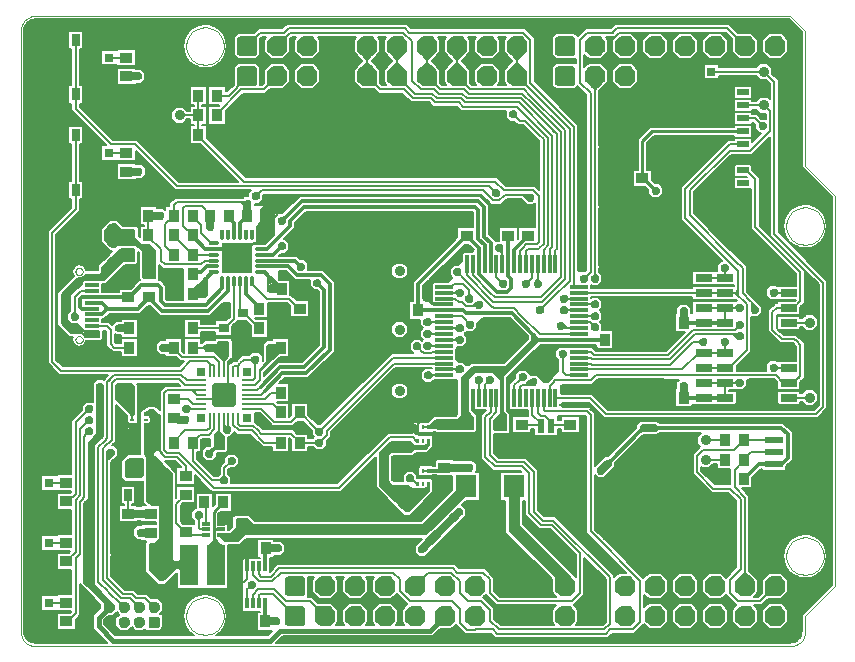
<source format=gbr>
G04 PROTEUS RS274X GERBER FILE*
%FSLAX45Y45*%
%MOMM*%
G01*
%ADD10C,0.300000*%
%ADD11C,0.190500*%
%ADD12C,0.200000*%
%ADD13C,0.250000*%
%ADD14C,0.240000*%
%ADD15C,0.400000*%
%ADD16C,0.609600*%
%ADD17R,0.700000X1.000000*%
%ADD18R,0.800000X0.800000*%
%ADD19R,2.200000X1.650000*%
%ADD70R,1.050000X0.900000*%
%ADD71R,0.900000X1.050000*%
%AMPPAD012*
4,1,36,
0.323000,-0.450000,
-0.323000,-0.450000,
-0.348970,-0.447470,
-0.372980,-0.440200,
-0.394580,-0.428650,
-0.413290,-0.413290,
-0.428650,-0.394570,
-0.440200,-0.372980,
-0.447470,-0.348970,
-0.450000,-0.323000,
-0.450000,0.323000,
-0.447470,0.348970,
-0.440200,0.372980,
-0.428650,0.394570,
-0.413290,0.413290,
-0.394580,0.428650,
-0.372980,0.440200,
-0.348970,0.447470,
-0.323000,0.450000,
0.323000,0.450000,
0.348970,0.447470,
0.372980,0.440200,
0.394580,0.428650,
0.413290,0.413290,
0.428650,0.394570,
0.440200,0.372980,
0.447470,0.348970,
0.450000,0.323000,
0.450000,-0.323000,
0.447470,-0.348970,
0.440200,-0.372980,
0.428650,-0.394570,
0.413290,-0.413290,
0.394580,-0.428650,
0.372980,-0.440200,
0.348970,-0.447470,
0.323000,-0.450000,
0*%
%ADD20PPAD012*%
%ADD21C,0.900000*%
%AMPPAD014*
4,1,36,
-0.546000,0.800000,
0.546000,0.800000,
0.597930,0.794950,
0.645960,0.780400,
0.689150,0.757300,
0.726580,0.726580,
0.757300,0.689150,
0.780400,0.645960,
0.794950,0.597930,
0.800000,0.546000,
0.800000,-0.546000,
0.794950,-0.597930,
0.780400,-0.645960,
0.757300,-0.689150,
0.726580,-0.726580,
0.689150,-0.757300,
0.645960,-0.780400,
0.597930,-0.794950,
0.546000,-0.800000,
-0.546000,-0.800000,
-0.597930,-0.794950,
-0.645960,-0.780400,
-0.689150,-0.757300,
-0.726580,-0.726580,
-0.757300,-0.689150,
-0.780400,-0.645960,
-0.794950,-0.597930,
-0.800000,-0.546000,
-0.800000,0.546000,
-0.794950,0.597930,
-0.780400,0.645960,
-0.757300,0.689150,
-0.726580,0.726580,
-0.689150,0.757300,
-0.645960,0.780400,
-0.597930,0.794950,
-0.546000,0.800000,
0*%
%ADD22PPAD014*%
%ADD23C,1.600000*%
%ADD24R,2.390000X1.050000*%
%ADD25R,1.200000X1.050000*%
%ADD26R,1.080000X1.050000*%
%ADD27R,0.550000X2.910000*%
%ADD28R,1.000000X0.500000*%
%ADD29R,0.780000X0.720000*%
%ADD72R,1.500000X0.300000*%
%ADD73R,0.300000X1.500000*%
%ADD30R,0.300000X0.850000*%
%ADD31R,0.600000X1.200000*%
%ADD32C,0.889000*%
%ADD33C,0.150000*%
%AMPPAD028*
4,1,36,
1.050000,0.195200,
1.050000,-0.195200,
1.043940,-0.257520,
1.026490,-0.315160,
0.998770,-0.366980,
0.961890,-0.411890,
0.916980,-0.448760,
0.865160,-0.476480,
0.807520,-0.493930,
0.745200,-0.500000,
-0.745200,-0.500000,
-0.807520,-0.493930,
-0.865160,-0.476480,
-0.916980,-0.448760,
-0.961890,-0.411890,
-0.998770,-0.366980,
-1.026490,-0.315160,
-1.043940,-0.257520,
-1.050000,-0.195200,
-1.050000,0.195200,
-1.043940,0.257520,
-1.026490,0.315160,
-0.998770,0.366980,
-0.961890,0.411890,
-0.916980,0.448760,
-0.865160,0.476480,
-0.807520,0.493930,
-0.745200,0.500000,
0.745200,0.500000,
0.807520,0.493930,
0.865160,0.476480,
0.916980,0.448760,
0.961890,0.411890,
0.998770,0.366980,
1.026490,0.315160,
1.043940,0.257520,
1.050000,0.195200,
0*%
%ADD34PPAD028*%
%AMPPAD029*
4,1,36,
0.900000,0.195200,
0.900000,-0.195200,
0.893940,-0.257520,
0.876490,-0.315160,
0.848770,-0.366980,
0.811890,-0.411890,
0.766980,-0.448760,
0.715160,-0.476480,
0.657520,-0.493930,
0.595200,-0.500000,
-0.595200,-0.500000,
-0.657520,-0.493930,
-0.715160,-0.476480,
-0.766980,-0.448760,
-0.811890,-0.411890,
-0.848770,-0.366980,
-0.876490,-0.315160,
-0.893940,-0.257520,
-0.900000,-0.195200,
-0.900000,0.195200,
-0.893940,0.257520,
-0.876490,0.315160,
-0.848770,0.366980,
-0.811890,0.411890,
-0.766980,0.448760,
-0.715160,0.476480,
-0.657520,0.493930,
-0.595200,0.500000,
0.595200,0.500000,
0.657520,0.493930,
0.715160,0.476480,
0.766980,0.448760,
0.811890,0.411890,
0.848770,0.366980,
0.876490,0.315160,
0.893940,0.257520,
0.900000,0.195200,
0*%
%ADD35PPAD029*%
%ADD36R,1.150000X0.600000*%
%ADD37R,1.150000X0.300000*%
%AMPPAD032*
4,1,23,
0.420000,-0.150000,
-0.270000,-0.150000,
-0.285590,-0.149240,
-0.300670,-0.147020,
-0.329030,-0.138430,
-0.354540,-0.124790,
-0.376640,-0.106640,
-0.394790,-0.084540,
-0.408430,-0.059030,
-0.417020,-0.030670,
-0.419240,-0.015590,
-0.420000,0.000000,
-0.419240,0.015590,
-0.417020,0.030670,
-0.408430,0.059030,
-0.394790,0.084540,
-0.376640,0.106640,
-0.354540,0.124790,
-0.329030,0.138430,
-0.300670,0.147020,
-0.285590,0.149240,
-0.270000,0.150000,
0.420000,0.150000,
0.420000,-0.150000,
0*%
%ADD38PPAD032*%
%AMPPAD033*
4,1,23,
0.150000,0.420000,
0.150000,-0.270000,
0.149240,-0.285590,
0.147020,-0.300670,
0.138430,-0.329030,
0.124790,-0.354540,
0.106640,-0.376640,
0.084540,-0.394790,
0.059030,-0.408430,
0.030670,-0.417020,
0.015590,-0.419240,
0.000000,-0.420000,
-0.015590,-0.419240,
-0.030670,-0.417020,
-0.059030,-0.408430,
-0.084540,-0.394790,
-0.106640,-0.376640,
-0.124790,-0.354540,
-0.138430,-0.329030,
-0.147020,-0.300670,
-0.149240,-0.285590,
-0.150000,-0.270000,
-0.150000,0.420000,
0.150000,0.420000,
0*%
%ADD39PPAD033*%
%AMPPAD034*
4,1,23,
-0.420000,0.150000,
0.270000,0.150000,
0.285590,0.149240,
0.300670,0.147020,
0.329030,0.138430,
0.354540,0.124790,
0.376640,0.106640,
0.394790,0.084540,
0.408430,0.059030,
0.417020,0.030670,
0.419240,0.015590,
0.420000,0.000000,
0.419240,-0.015590,
0.417020,-0.030670,
0.408430,-0.059030,
0.394790,-0.084540,
0.376640,-0.106640,
0.354540,-0.124790,
0.329030,-0.138430,
0.300670,-0.147020,
0.285590,-0.149240,
0.270000,-0.150000,
-0.420000,-0.150000,
-0.420000,0.150000,
0*%
%ADD40PPAD034*%
%AMPPAD035*
4,1,23,
-0.150000,-0.420000,
-0.150000,0.270000,
-0.149240,0.285590,
-0.147020,0.300670,
-0.138430,0.329030,
-0.124790,0.354540,
-0.106640,0.376640,
-0.084540,0.394790,
-0.059030,0.408430,
-0.030670,0.417020,
-0.015590,0.419240,
0.000000,0.420000,
0.015590,0.419240,
0.030670,0.417020,
0.059030,0.408430,
0.084540,0.394790,
0.106640,0.376640,
0.124790,0.354540,
0.138430,0.329030,
0.147020,0.300670,
0.149240,0.285590,
0.150000,0.270000,
0.150000,-0.420000,
-0.150000,-0.420000,
0*%
%ADD41PPAD035*%
%ADD42R,2.600000X2.600000*%
%ADD43R,0.900000X0.800000*%
%ADD44R,1.016000X1.270000*%
%ADD45R,1.016000X0.889000*%
%AMPPAD040*
4,1,36,
0.425000,0.023800,
0.425000,-0.023800,
0.423480,-0.039380,
0.419120,-0.053790,
0.412190,-0.066740,
0.402970,-0.077970,
0.391750,-0.087190,
0.378790,-0.094120,
0.364380,-0.098480,
0.348800,-0.100000,
-0.348800,-0.100000,
-0.364380,-0.098480,
-0.378790,-0.094120,
-0.391750,-0.087190,
-0.402970,-0.077970,
-0.412190,-0.066740,
-0.419120,-0.053790,
-0.423480,-0.039380,
-0.425000,-0.023800,
-0.425000,0.023800,
-0.423480,0.039380,
-0.419120,0.053790,
-0.412190,0.066740,
-0.402970,0.077970,
-0.391750,0.087190,
-0.378790,0.094120,
-0.364380,0.098480,
-0.348800,0.100000,
0.348800,0.100000,
0.364380,0.098480,
0.378790,0.094120,
0.391750,0.087190,
0.402970,0.077970,
0.412190,0.066740,
0.419120,0.053790,
0.423480,0.039380,
0.425000,0.023800,
0*%
%ADD46PPAD040*%
%AMPPAD041*
4,1,36,
-0.023800,0.425000,
0.023800,0.425000,
0.039380,0.423480,
0.053790,0.419120,
0.066740,0.412190,
0.077970,0.402970,
0.087190,0.391750,
0.094120,0.378790,
0.098480,0.364380,
0.100000,0.348800,
0.100000,-0.348800,
0.098480,-0.364380,
0.094120,-0.378790,
0.087190,-0.391750,
0.077970,-0.402970,
0.066740,-0.412190,
0.053790,-0.419120,
0.039380,-0.423480,
0.023800,-0.425000,
-0.023800,-0.425000,
-0.039380,-0.423480,
-0.053790,-0.419120,
-0.066740,-0.412190,
-0.077970,-0.402970,
-0.087190,-0.391750,
-0.094120,-0.378790,
-0.098480,-0.364380,
-0.100000,-0.348800,
-0.100000,0.348800,
-0.098480,0.364380,
-0.094120,0.378790,
-0.087190,0.391750,
-0.077970,0.402970,
-0.066740,0.412190,
-0.053790,0.419120,
-0.039380,0.423480,
-0.023800,0.425000,
0*%
%ADD47PPAD041*%
%AMPPAD042*
4,1,36,
-0.746000,1.000000,
0.746000,1.000000,
0.797930,0.994950,
0.845960,0.980400,
0.889150,0.957300,
0.926580,0.926580,
0.957300,0.889150,
0.980400,0.845960,
0.994950,0.797930,
1.000000,0.746000,
1.000000,-0.746000,
0.994950,-0.797930,
0.980400,-0.845960,
0.957300,-0.889150,
0.926580,-0.926580,
0.889150,-0.957300,
0.845960,-0.980400,
0.797930,-0.994950,
0.746000,-1.000000,
-0.746000,-1.000000,
-0.797930,-0.994950,
-0.845960,-0.980400,
-0.889150,-0.957300,
-0.926580,-0.926580,
-0.957300,-0.889150,
-0.980400,-0.845960,
-0.994950,-0.797930,
-1.000000,-0.746000,
-1.000000,0.746000,
-0.994950,0.797930,
-0.980400,0.845960,
-0.957300,0.889150,
-0.926580,0.926580,
-0.889150,0.957300,
-0.845960,0.980400,
-0.797930,0.994950,
-0.746000,1.000000,
0*%
%ADD48PPAD042*%
%ADD49R,0.780000X0.780000*%
%ADD50R,1.473200X0.635000*%
%ADD51R,0.711200X0.990600*%
%ADD52R,0.350000X0.180000*%
%ADD53R,0.300000X0.940000*%
%ADD54R,0.889000X1.397000*%
%ADD55R,0.180000X0.350000*%
%ADD56R,0.940000X0.300000*%
%ADD57R,1.397000X0.889000*%
%ADD58R,1.800000X1.900000*%
%ADD59R,0.670000X0.300000*%
%ADD60R,1.500000X3.500000*%
%ADD61R,1.800000X0.900000*%
%ADD62R,0.900000X1.800000*%
%ADD63R,2.000000X1.200000*%
%ADD64R,1.550000X0.600000*%
%ADD65C,0.025400*%
G36*
X+4211675Y+1322425D02*
X+4211675Y+1011275D01*
X+4662525Y+566775D01*
X+4560925Y+566775D01*
X+4148175Y+979525D01*
X+4148175Y+1322425D01*
X+4173190Y+1347440D01*
X+4175980Y+1344650D01*
X+4183870Y+1344650D01*
X+4186660Y+1347440D01*
X+4211675Y+1322425D01*
G37*
G36*
X+3752850Y+1270000D02*
X+3435350Y+952500D01*
X+1898650Y+952500D01*
X+1853279Y+907129D01*
X+1842221Y+907129D01*
X+1842221Y+901700D01*
X+1727200Y+901700D01*
X+1701800Y+927100D01*
X+1790700Y+927100D01*
X+1847850Y+984250D01*
X+1847850Y+1054100D01*
X+1854200Y+1060450D01*
X+1924050Y+1060450D01*
X+1968500Y+1016000D01*
X+3409950Y+1016000D01*
X+3683000Y+1289050D01*
X+3683000Y+1295400D01*
X+3752850Y+1295400D01*
X+3752850Y+1270000D01*
G37*
%LPC*%
G36*
X+2082325Y+988495D02*
X+2082325Y+980605D01*
X+2076745Y+975025D01*
X+2068855Y+975025D01*
X+2063275Y+980605D01*
X+2063275Y+988495D01*
X+2068855Y+994075D01*
X+2076745Y+994075D01*
X+2082325Y+988495D01*
G37*
G36*
X+1878095Y+1018042D02*
X+1870205Y+1018042D01*
X+1864625Y+1023622D01*
X+1864625Y+1031512D01*
X+1870205Y+1037092D01*
X+1878095Y+1037092D01*
X+1883675Y+1031512D01*
X+1883675Y+1023622D01*
X+1878095Y+1018042D01*
G37*
%LPD*%
G36*
X+3194050Y+1657350D02*
X+3143250Y+1657350D01*
X+3105150Y+1619250D01*
X+3105150Y+1390650D01*
X+3143250Y+1352550D01*
X+3276600Y+1352550D01*
X+3308350Y+1320800D01*
X+3429000Y+1320800D01*
X+3433745Y+1325545D01*
X+3454400Y+1325545D01*
X+3454400Y+1320800D01*
X+3297715Y+1164115D01*
X+3297715Y+1178038D01*
X+3283208Y+1192545D01*
X+3262692Y+1192545D01*
X+3248185Y+1178038D01*
X+3248185Y+1165065D01*
X+3206735Y+1206515D01*
X+3219708Y+1206515D01*
X+3234215Y+1221022D01*
X+3234215Y+1241538D01*
X+3219708Y+1256045D01*
X+3199192Y+1256045D01*
X+3184685Y+1241538D01*
X+3184685Y+1228565D01*
X+3048000Y+1365250D01*
X+3048000Y+1631950D01*
X+3117850Y+1701800D01*
X+3194050Y+1701800D01*
X+3194050Y+1657350D01*
G37*
%LPC*%
G36*
X+3213395Y+1310655D02*
X+3205505Y+1310655D01*
X+3199925Y+1316235D01*
X+3199925Y+1324125D01*
X+3205505Y+1329705D01*
X+3213395Y+1329705D01*
X+3218975Y+1324125D01*
X+3218975Y+1316235D01*
X+3213395Y+1310655D01*
G37*
%LPD*%
G36*
X+1117600Y+1612900D02*
X+1276350Y+1454150D01*
X+1276350Y+730250D01*
X+1301750Y+704850D01*
X+1301750Y+660400D01*
X+1219465Y+578115D01*
X+1219465Y+593325D01*
X+1204958Y+607832D01*
X+1184442Y+607832D01*
X+1169935Y+593325D01*
X+1169935Y+576315D01*
X+1124448Y+621802D01*
X+1141458Y+621802D01*
X+1155965Y+636309D01*
X+1155965Y+656825D01*
X+1141458Y+671332D01*
X+1120942Y+671332D01*
X+1106435Y+656825D01*
X+1106435Y+639815D01*
X+1098550Y+647700D01*
X+1098550Y+819150D01*
X+1168643Y+889243D01*
X+1180524Y+889243D01*
X+1180524Y+901124D01*
X+1187450Y+908050D01*
X+1187450Y+1187450D01*
X+1174750Y+1200150D01*
X+1111250Y+1200150D01*
X+1079500Y+1231900D01*
X+1079500Y+1606550D01*
X+1060450Y+1625600D01*
X+1060450Y+1689100D01*
X+1117600Y+1689100D01*
X+1117600Y+1612900D01*
G37*
%LPC*%
G36*
X+1110245Y+1284242D02*
X+1110245Y+1276352D01*
X+1104665Y+1270772D01*
X+1096775Y+1270772D01*
X+1091195Y+1276352D01*
X+1091195Y+1284242D01*
X+1096775Y+1289822D01*
X+1104665Y+1289822D01*
X+1110245Y+1284242D01*
G37*
G36*
X+1127255Y+783092D02*
X+1135145Y+783092D01*
X+1140725Y+777512D01*
X+1140725Y+769622D01*
X+1135145Y+764042D01*
X+1127255Y+764042D01*
X+1121675Y+769622D01*
X+1121675Y+777512D01*
X+1127255Y+783092D01*
G37*
G36*
X+1188985Y+655359D02*
X+1188985Y+675875D01*
X+1203492Y+690382D01*
X+1224008Y+690382D01*
X+1238515Y+675875D01*
X+1238515Y+655359D01*
X+1224008Y+640852D01*
X+1203492Y+640852D01*
X+1188985Y+655359D01*
G37*
%LPD*%
G36*
X+1028700Y+1574800D02*
X+1028700Y+1463540D01*
X+1014458Y+1477782D01*
X+993942Y+1477782D01*
X+979435Y+1463275D01*
X+979435Y+1442759D01*
X+987094Y+1435100D01*
X+932406Y+1435100D01*
X+940065Y+1442759D01*
X+940065Y+1463275D01*
X+925558Y+1477782D01*
X+905042Y+1477782D01*
X+895350Y+1468090D01*
X+895350Y+1526844D01*
X+905042Y+1517152D01*
X+925558Y+1517152D01*
X+940065Y+1531659D01*
X+940065Y+1552175D01*
X+925558Y+1566682D01*
X+912632Y+1566682D01*
X+927100Y+1581150D01*
X+1022350Y+1581150D01*
X+1028700Y+1574800D01*
G37*
%LPC*%
G36*
X+1013725Y+1545862D02*
X+1013725Y+1537972D01*
X+1008145Y+1532392D01*
X+1000255Y+1532392D01*
X+994675Y+1537972D01*
X+994675Y+1545862D01*
X+1000255Y+1551442D01*
X+1008145Y+1551442D01*
X+1013725Y+1545862D01*
G37*
%LPD*%
G36*
X+1174750Y+1835150D02*
X+1174750Y+1752600D01*
X+1054100Y+1752600D01*
X+1054100Y+1825762D01*
X+1091709Y+1825762D01*
X+1107705Y+1841758D01*
X+1107705Y+1892300D01*
X+1117600Y+1892300D01*
X+1174750Y+1835150D01*
G37*
G36*
X+895635Y+2206225D02*
X+895635Y+2185709D01*
X+910142Y+2171202D01*
X+930658Y+2171202D01*
X+945165Y+2185709D01*
X+945165Y+2198085D01*
X+952500Y+2190750D01*
X+952500Y+2012950D01*
X+895350Y+2012950D01*
X+832348Y+2075952D01*
X+848108Y+2075952D01*
X+862615Y+2090459D01*
X+862615Y+2110975D01*
X+848108Y+2125482D01*
X+827592Y+2125482D01*
X+819150Y+2117040D01*
X+819150Y+2179644D01*
X+827592Y+2171202D01*
X+848108Y+2171202D01*
X+862615Y+2185709D01*
X+862615Y+2206225D01*
X+852690Y+2216150D01*
X+905560Y+2216150D01*
X+895635Y+2206225D01*
G37*
%LPC*%
G36*
X+910875Y+2096772D02*
X+910875Y+2104662D01*
X+916455Y+2110242D01*
X+924345Y+2110242D01*
X+929925Y+2104662D01*
X+929925Y+2096772D01*
X+924345Y+2091192D01*
X+916455Y+2091192D01*
X+910875Y+2096772D01*
G37*
%LPD*%
G36*
X+692150Y+2116340D02*
X+683008Y+2125482D01*
X+662492Y+2125482D01*
X+654050Y+2117040D01*
X+654050Y+2179644D01*
X+662492Y+2171202D01*
X+683008Y+2171202D01*
X+692150Y+2180344D01*
X+692150Y+2116340D01*
G37*
G36*
X+692150Y+2027440D02*
X+683008Y+2036582D01*
X+662492Y+2036582D01*
X+654050Y+2028140D01*
X+654050Y+2084394D01*
X+662492Y+2075952D01*
X+683008Y+2075952D01*
X+692150Y+2085094D01*
X+692150Y+2027440D01*
G37*
G36*
X+692150Y+1778000D02*
X+615950Y+1701800D01*
X+615950Y+508000D01*
X+754225Y+369725D01*
X+732928Y+369725D01*
X+721352Y+358148D01*
X+704850Y+374650D01*
X+546100Y+539750D01*
X+546100Y+1206500D01*
X+584200Y+1244600D01*
X+584200Y+1720850D01*
X+654050Y+1790700D01*
X+654050Y+1995494D01*
X+662492Y+1987052D01*
X+683008Y+1987052D01*
X+692150Y+1996194D01*
X+692150Y+1778000D01*
G37*
G36*
X+518446Y+3090196D02*
X+514350Y+3086100D01*
X+514350Y+3067050D01*
X+419100Y+2971800D01*
X+419100Y+2844800D01*
X+393700Y+2819400D01*
X+393700Y+2755900D01*
X+431800Y+2717800D01*
X+476250Y+2717800D01*
X+518446Y+2675604D01*
X+518446Y+2654300D01*
X+431800Y+2654300D01*
X+355600Y+2730500D01*
X+355600Y+2978150D01*
X+488950Y+3111500D01*
X+494293Y+3111500D01*
X+495750Y+3111037D01*
X+497207Y+3111500D01*
X+518446Y+3111500D01*
X+518446Y+3090196D01*
G37*
G36*
X+914400Y+3321970D02*
X+910875Y+3318445D01*
X+910875Y+3310555D01*
X+914400Y+3307030D01*
X+914400Y+3270250D01*
X+869950Y+3270250D01*
X+698500Y+3098800D01*
X+688054Y+3098800D01*
X+688054Y+3158204D01*
X+692150Y+3162300D01*
X+692150Y+3200400D01*
X+850900Y+3359150D01*
X+914400Y+3359150D01*
X+914400Y+3321970D01*
G37*
G36*
X+850900Y+3517900D02*
X+952500Y+3517900D01*
X+958850Y+3511550D01*
X+958850Y+3409950D01*
X+812800Y+3409950D01*
X+811815Y+3408472D01*
X+811815Y+3413658D01*
X+797308Y+3428165D01*
X+776792Y+3428165D01*
X+762285Y+3413658D01*
X+762285Y+3396965D01*
X+723900Y+3435350D01*
X+723900Y+3463277D01*
X+732342Y+3454835D01*
X+752858Y+3454835D01*
X+767365Y+3469342D01*
X+767365Y+3489858D01*
X+752858Y+3504365D01*
X+732342Y+3504365D01*
X+723900Y+3495923D01*
X+723900Y+3517900D01*
X+762285Y+3556285D01*
X+762285Y+3539192D01*
X+776792Y+3524685D01*
X+797308Y+3524685D01*
X+811815Y+3539192D01*
X+811815Y+3556985D01*
X+850900Y+3517900D01*
G37*
%LPC*%
G36*
X+910875Y+3475655D02*
X+910875Y+3483545D01*
X+916455Y+3489125D01*
X+924345Y+3489125D01*
X+929925Y+3483545D01*
X+929925Y+3475655D01*
X+924345Y+3470075D01*
X+916455Y+3470075D01*
X+910875Y+3475655D01*
G37*
G36*
X+806735Y+3469342D02*
X+806735Y+3489858D01*
X+821242Y+3504365D01*
X+841758Y+3504365D01*
X+856265Y+3489858D01*
X+856265Y+3469342D01*
X+841758Y+3454835D01*
X+821242Y+3454835D01*
X+806735Y+3469342D01*
G37*
%LPD*%
G36*
X+3409950Y+2952750D02*
X+3435350Y+2927350D01*
X+3473450Y+2927350D01*
X+3473450Y+3067050D01*
X+3498850Y+3092450D01*
X+3619500Y+3092450D01*
X+3644900Y+3117850D01*
X+3644900Y+3124200D01*
X+3632200Y+3136900D01*
X+3632200Y+3200400D01*
X+3670300Y+3238500D01*
X+3708400Y+3238500D01*
X+3733800Y+3263900D01*
X+3733800Y+3327400D01*
X+3752850Y+3346450D01*
X+3822700Y+3346450D01*
X+3829050Y+3352800D01*
X+3797300Y+3390900D01*
X+3784600Y+3397250D01*
X+3759200Y+3397250D01*
X+3409950Y+3041650D01*
X+3409950Y+2952750D01*
G37*
G36*
X+4279900Y+2345550D02*
X+4318000Y+2307450D01*
X+4368800Y+2307450D01*
X+4432300Y+2243950D01*
X+4464050Y+2243950D01*
X+4546600Y+2326500D01*
X+4546600Y+2421750D01*
X+4521200Y+2447150D01*
X+4521200Y+2504300D01*
X+4552950Y+2536050D01*
X+4552950Y+2542400D01*
X+4400550Y+2542400D01*
X+4216400Y+2358250D01*
X+4216400Y+2345550D01*
X+4279900Y+2345550D01*
G37*
G36*
X+3924300Y+2771000D02*
X+4140200Y+2771000D01*
X+4292600Y+2618600D01*
X+4292600Y+2605900D01*
X+4089400Y+2402700D01*
X+3810000Y+2402700D01*
X+3797300Y+2390000D01*
X+3765550Y+2390000D01*
X+3746500Y+2409050D01*
X+3714750Y+2409050D01*
X+3689350Y+2434450D01*
X+3689350Y+2504300D01*
X+3708400Y+2523350D01*
X+3746500Y+2523350D01*
X+3784600Y+2561450D01*
X+3784600Y+2624950D01*
X+3771900Y+2637650D01*
X+3771900Y+2650350D01*
X+3778250Y+2656700D01*
X+3841750Y+2656700D01*
X+3873500Y+2688450D01*
X+3873500Y+2720200D01*
X+3924300Y+2771000D01*
G37*
G36*
X+3511550Y+2021700D02*
X+3511550Y+2243950D01*
X+3689350Y+2243950D01*
X+3689350Y+2021700D01*
X+3511550Y+2021700D01*
G37*
G36*
X+6613525Y+5195165D02*
X+6613525Y+4052165D01*
X+6867525Y+3798165D01*
X+6867525Y+519835D01*
X+6756515Y+408825D01*
X+6756515Y+428758D01*
X+6742008Y+443265D01*
X+6721492Y+443265D01*
X+6706985Y+428758D01*
X+6706985Y+408242D01*
X+6721492Y+393735D01*
X+6741425Y+393735D01*
X+6613525Y+265835D01*
X+6613525Y+128380D01*
X+6611406Y+106608D01*
X+6605773Y+88004D01*
X+6596883Y+71382D01*
X+6585086Y+57013D01*
X+6570720Y+45218D01*
X+6554093Y+36326D01*
X+6535491Y+30694D01*
X+6513720Y+28575D01*
X+2165571Y+28575D01*
X+2219892Y+82896D01*
X+3489892Y+82896D01*
X+3547967Y+140971D01*
X+3647455Y+140971D01*
X+3686175Y+179691D01*
X+3762315Y+103551D01*
X+3873390Y+103551D01*
X+3873666Y+104218D01*
X+3981430Y+104232D01*
X+4018238Y+67424D01*
X+4973310Y+67424D01*
X+5010120Y+104234D01*
X+5198218Y+104234D01*
X+5276850Y+182866D01*
X+5318745Y+140971D01*
X+5425455Y+140971D01*
X+5485129Y+200645D01*
X+5485129Y+307355D01*
X+5425455Y+367029D01*
X+5318745Y+367029D01*
X+5281929Y+330213D01*
X+5281929Y+431787D01*
X+5318745Y+394971D01*
X+5425455Y+394971D01*
X+5485129Y+454645D01*
X+5485129Y+561355D01*
X+5425455Y+621029D01*
X+5318745Y+621029D01*
X+5273750Y+576034D01*
X+4947084Y+902700D01*
X+4964008Y+902700D01*
X+4978515Y+917207D01*
X+4978515Y+937723D01*
X+4964008Y+952230D01*
X+4943492Y+952230D01*
X+4928985Y+937723D01*
X+4928985Y+920799D01*
X+4862829Y+986955D01*
X+4862829Y+1445181D01*
X+4885892Y+1422118D01*
X+4941802Y+1422118D01*
X+5035429Y+1515745D01*
X+5035429Y+1548153D01*
X+5271238Y+1783962D01*
X+5303646Y+1783962D01*
X+5303699Y+1784015D01*
X+5392599Y+1784015D01*
X+5412577Y+1803993D01*
X+5759068Y+1803993D01*
X+5728046Y+1772971D01*
X+5728046Y+1713529D01*
X+5754066Y+1687510D01*
X+5691276Y+1624720D01*
X+5691276Y+1456088D01*
X+5850693Y+1296671D01*
X+5990691Y+1296671D01*
X+6060484Y+1226878D01*
X+6060484Y+666968D01*
X+5974000Y+580484D01*
X+5933455Y+621029D01*
X+5826745Y+621029D01*
X+5767071Y+561355D01*
X+5767071Y+454645D01*
X+5826745Y+394971D01*
X+5933455Y+394971D01*
X+5972600Y+434116D01*
X+6060216Y+346500D01*
X+6021071Y+307355D01*
X+6021071Y+200645D01*
X+6080745Y+140971D01*
X+6187455Y+140971D01*
X+6247129Y+200645D01*
X+6247129Y+307355D01*
X+6210313Y+344171D01*
X+6276355Y+344171D01*
X+6327155Y+394971D01*
X+6441455Y+394971D01*
X+6501129Y+454645D01*
X+6501129Y+561355D01*
X+6441455Y+621029D01*
X+6334745Y+621029D01*
X+6275071Y+561355D01*
X+6275071Y+447055D01*
X+6245845Y+417829D01*
X+6210313Y+417829D01*
X+6247129Y+454645D01*
X+6247129Y+561355D01*
X+6170929Y+637555D01*
X+6170929Y+1272555D01*
X+6108638Y+1334846D01*
X+6197204Y+1334846D01*
X+6197204Y+1427128D01*
X+6271022Y+1500946D01*
X+6274096Y+1500946D01*
X+6274096Y+1485946D01*
X+6483704Y+1485946D01*
X+6483704Y+1521679D01*
X+6537248Y+1575223D01*
X+6537248Y+1809328D01*
X+6457975Y+1888601D01*
X+5412524Y+1888601D01*
X+5392599Y+1908526D01*
X+5247842Y+1908526D01*
X+5213568Y+1874252D01*
X+5213568Y+1845944D01*
X+4973553Y+1605929D01*
X+4945245Y+1605929D01*
X+4862829Y+1523513D01*
X+4862829Y+1971055D01*
X+4824749Y+2009135D01*
X+4826705Y+2011091D01*
X+4826705Y+2044260D01*
X+4944094Y+1926871D01*
X+6746254Y+1926871D01*
X+6831329Y+2011946D01*
X+6831329Y+3092312D01*
X+6417886Y+3505755D01*
X+6417886Y+3539505D01*
X+6417876Y+3539515D01*
X+6417876Y+4792858D01*
X+6366554Y+4844180D01*
X+6366554Y+4893571D01*
X+6324521Y+4935604D01*
X+6265079Y+4935604D01*
X+6230404Y+4900929D01*
X+5915304Y+4900929D01*
X+5915304Y+4927404D01*
X+5782696Y+4927404D01*
X+5782696Y+4800796D01*
X+5915304Y+4800796D01*
X+5915304Y+4827271D01*
X+6229904Y+4827271D01*
X+6265079Y+4792096D01*
X+6314470Y+4792096D01*
X+6344218Y+4762348D01*
X+6344218Y+4630157D01*
X+6324521Y+4649854D01*
X+6265079Y+4649854D01*
X+6230154Y+4614929D01*
X+6194304Y+4614929D01*
X+6194304Y+4630404D01*
X+6039696Y+4630404D01*
X+6039696Y+4525796D01*
X+6194304Y+4525796D01*
X+6194304Y+4541271D01*
X+6230154Y+4541271D01*
X+6265079Y+4506346D01*
X+6307459Y+4506346D01*
X+6307459Y+4466829D01*
X+6271955Y+4466829D01*
X+6233855Y+4504929D01*
X+6194304Y+4504929D01*
X+6194304Y+4520404D01*
X+6039696Y+4520404D01*
X+6039696Y+4415796D01*
X+6194304Y+4415796D01*
X+6194304Y+4431271D01*
X+6203345Y+4431271D01*
X+6219871Y+4414745D01*
X+6219871Y+4376645D01*
X+6254145Y+4342371D01*
X+6272664Y+4342371D01*
X+6194304Y+4264011D01*
X+6194304Y+4300404D01*
X+6039696Y+4300404D01*
X+6039696Y+4284929D01*
X+5988103Y+4284929D01*
X+5591445Y+3888271D01*
X+5591445Y+3610900D01*
X+5938166Y+3264179D01*
X+5934445Y+3264179D01*
X+5900171Y+3229905D01*
X+5900171Y+3178454D01*
X+5683886Y+3178454D01*
X+5683886Y+3060346D01*
X+6040997Y+3060346D01*
X+6040997Y+3051454D01*
X+5683886Y+3051454D01*
X+5683886Y+3029229D01*
X+4826705Y+3029229D01*
X+4826705Y+3058711D01*
X+4836145Y+3049271D01*
X+4892055Y+3049271D01*
X+4926329Y+3083545D01*
X+4926329Y+3139455D01*
X+4900929Y+3164855D01*
X+4900929Y+3198548D01*
X+4911742Y+3187735D01*
X+4932258Y+3187735D01*
X+4946765Y+3202242D01*
X+4946765Y+3222758D01*
X+4932258Y+3237265D01*
X+4911742Y+3237265D01*
X+4900929Y+3226452D01*
X+4900929Y+3706548D01*
X+4911742Y+3695735D01*
X+4932258Y+3695735D01*
X+4946765Y+3710242D01*
X+4946765Y+3730758D01*
X+4932258Y+3745265D01*
X+4911742Y+3745265D01*
X+4900929Y+3734452D01*
X+4900929Y+4214548D01*
X+4911742Y+4203735D01*
X+4932258Y+4203735D01*
X+4946765Y+4218242D01*
X+4946765Y+4238758D01*
X+4932258Y+4253265D01*
X+4911742Y+4253265D01*
X+4900929Y+4242452D01*
X+4900929Y+4696445D01*
X+4977129Y+4772645D01*
X+4977129Y+4879355D01*
X+4917455Y+4939029D01*
X+4810745Y+4939029D01*
X+4773929Y+4902213D01*
X+4773929Y+5003787D01*
X+4810745Y+4966971D01*
X+4917455Y+4966971D01*
X+4977129Y+5026645D01*
X+4977129Y+5133355D01*
X+4954328Y+5156156D01*
X+5027872Y+5156156D01*
X+5005071Y+5133355D01*
X+5005071Y+5026645D01*
X+5064745Y+4966971D01*
X+5171455Y+4966971D01*
X+5231129Y+5026645D01*
X+5231129Y+5133355D01*
X+5171619Y+5192865D01*
X+5318581Y+5192865D01*
X+5259071Y+5133355D01*
X+5259071Y+5026645D01*
X+5318745Y+4966971D01*
X+5425455Y+4966971D01*
X+5485129Y+5026645D01*
X+5485129Y+5133355D01*
X+5425619Y+5192865D01*
X+5572581Y+5192865D01*
X+5513071Y+5133355D01*
X+5513071Y+5026645D01*
X+5572745Y+4966971D01*
X+5679455Y+4966971D01*
X+5739129Y+5026645D01*
X+5739129Y+5133355D01*
X+5679619Y+5192865D01*
X+5826581Y+5192865D01*
X+5767071Y+5133355D01*
X+5767071Y+5026645D01*
X+5826745Y+4966971D01*
X+5933455Y+4966971D01*
X+5993129Y+5026645D01*
X+5993129Y+5133355D01*
X+5933619Y+5192865D01*
X+5969151Y+5192865D01*
X+6021071Y+5140945D01*
X+6021071Y+5026645D01*
X+6080745Y+4966971D01*
X+6187455Y+4966971D01*
X+6247129Y+5026645D01*
X+6247129Y+5133355D01*
X+6187455Y+5193029D01*
X+6073155Y+5193029D01*
X+5999661Y+5266523D01*
X+5034180Y+5266523D01*
X+4997471Y+5229814D01*
X+4784030Y+5229814D01*
X+4718050Y+5163834D01*
X+4717404Y+5164480D01*
X+4717404Y+5187304D01*
X+4694580Y+5187304D01*
X+4688855Y+5193029D01*
X+4531345Y+5193029D01*
X+4525620Y+5187304D01*
X+4502796Y+5187304D01*
X+4502796Y+5164480D01*
X+4497071Y+5158755D01*
X+4497071Y+5001245D01*
X+4502796Y+4995520D01*
X+4502796Y+4972696D01*
X+4525620Y+4972696D01*
X+4531345Y+4966971D01*
X+4688855Y+4966971D01*
X+4694580Y+4972696D01*
X+4700271Y+4972696D01*
X+4700271Y+4933304D01*
X+4694580Y+4933304D01*
X+4688855Y+4939029D01*
X+4531345Y+4939029D01*
X+4525620Y+4933304D01*
X+4502796Y+4933304D01*
X+4502796Y+4910480D01*
X+4497071Y+4904755D01*
X+4497071Y+4747245D01*
X+4502796Y+4741520D01*
X+4502796Y+4718696D01*
X+4525620Y+4718696D01*
X+4531345Y+4712971D01*
X+4688855Y+4712971D01*
X+4694580Y+4718696D01*
X+4717404Y+4718696D01*
X+4717404Y+4736462D01*
X+4790535Y+4663331D01*
X+4790535Y+3339705D01*
X+4722158Y+3339705D01*
X+4722158Y+4411608D01*
X+4353491Y+4780275D01*
X+4353491Y+5148559D01*
X+4272227Y+5229823D01*
X+3308315Y+5229823D01*
X+3271567Y+5266571D01*
X+2254232Y+5266571D01*
X+2217454Y+5229793D01*
X+2015409Y+5229793D01*
X+1978645Y+5193029D01*
X+1838945Y+5193029D01*
X+1833220Y+5187304D01*
X+1810396Y+5187304D01*
X+1810396Y+5164480D01*
X+1804671Y+5158755D01*
X+1804671Y+5001245D01*
X+1810396Y+4995520D01*
X+1810396Y+4972696D01*
X+1833220Y+4972696D01*
X+1838945Y+4966971D01*
X+1996455Y+4966971D01*
X+2002180Y+4972696D01*
X+2025004Y+4972696D01*
X+2025004Y+4995520D01*
X+2030729Y+5001245D01*
X+2030729Y+5140945D01*
X+2045919Y+5156135D01*
X+2081451Y+5156135D01*
X+2058671Y+5133355D01*
X+2058671Y+5026645D01*
X+2118345Y+4966971D01*
X+2225055Y+4966971D01*
X+2284729Y+5026645D01*
X+2284729Y+5140945D01*
X+2299959Y+5156175D01*
X+2335491Y+5156175D01*
X+2312671Y+5133355D01*
X+2312671Y+5026645D01*
X+2372345Y+4966971D01*
X+2479055Y+4966971D01*
X+2538729Y+5026645D01*
X+2538729Y+5133355D01*
X+2515909Y+5156175D01*
X+2843491Y+5156175D01*
X+2820671Y+5133355D01*
X+2820671Y+5026645D01*
X+2894316Y+4953000D01*
X+2820671Y+4879355D01*
X+2820671Y+4772645D01*
X+2880345Y+4712971D01*
X+2994645Y+4712971D01*
X+3031443Y+4676173D01*
X+3233499Y+4676173D01*
X+3307042Y+4602630D01*
X+3457024Y+4602630D01*
X+3493785Y+4565869D01*
X+3695719Y+4565869D01*
X+3732488Y+4529100D01*
X+4109721Y+4529100D01*
X+4109721Y+4474195D01*
X+4143995Y+4439921D01*
X+4182095Y+4439921D01*
X+4214214Y+4407802D01*
X+4258002Y+4407802D01*
X+4391095Y+4274709D01*
X+4391095Y+3862100D01*
X+4356715Y+3896480D01*
X+4107133Y+3896480D01*
X+4033536Y+3970077D01*
X+1906366Y+3970077D01*
X+1906343Y+3970054D01*
X+1904981Y+3970054D01*
X+1576004Y+4299031D01*
X+1576004Y+4410504D01*
X+1540529Y+4410504D01*
X+1540529Y+4415996D01*
X+1576004Y+4415996D01*
X+1576004Y+4575604D01*
X+1540529Y+4575604D01*
X+1540529Y+4581096D01*
X+1576004Y+4581096D01*
X+1576004Y+4740704D01*
X+1431396Y+4740704D01*
X+1431396Y+4581096D01*
X+1466871Y+4581096D01*
X+1466871Y+4575604D01*
X+1431396Y+4575604D01*
X+1431396Y+4532629D01*
X+1410846Y+4532629D01*
X+1375921Y+4567554D01*
X+1316479Y+4567554D01*
X+1274446Y+4525521D01*
X+1274446Y+4466079D01*
X+1316479Y+4424046D01*
X+1375921Y+4424046D01*
X+1410846Y+4458971D01*
X+1431396Y+4458971D01*
X+1431396Y+4415996D01*
X+1466871Y+4415996D01*
X+1466871Y+4410504D01*
X+1431396Y+4410504D01*
X+1431396Y+4250896D01*
X+1519971Y+4250896D01*
X+1837588Y+3933279D01*
X+1340855Y+3933279D01*
X+986593Y+4287541D01*
X+781193Y+4287541D01*
X+503129Y+4565605D01*
X+503129Y+4593496D01*
X+528604Y+4593496D01*
X+528604Y+4748104D01*
X+503129Y+4748104D01*
X+503129Y+5053496D01*
X+528604Y+5053496D01*
X+528604Y+5208104D01*
X+403996Y+5208104D01*
X+403996Y+5053496D01*
X+429471Y+5053496D01*
X+429471Y+4748104D01*
X+405169Y+4748104D01*
X+392008Y+4761265D01*
X+371492Y+4761265D01*
X+356985Y+4746758D01*
X+356985Y+4726242D01*
X+371492Y+4711735D01*
X+392008Y+4711735D01*
X+403996Y+4723723D01*
X+403996Y+4593496D01*
X+429471Y+4593496D01*
X+429471Y+4535095D01*
X+720362Y+4244204D01*
X+681996Y+4244204D01*
X+681996Y+4109596D01*
X+815546Y+4109596D01*
X+815546Y+4104596D01*
X+975154Y+4104596D01*
X+975154Y+4194812D01*
X+1310345Y+3859621D01*
X+1952063Y+3859621D01*
X+1928884Y+3836442D01*
X+1928884Y+3808529D01*
X+1891895Y+3808529D01*
X+1881355Y+3797989D01*
X+1307605Y+3797989D01*
X+1259471Y+3749855D01*
X+1259471Y+3724504D01*
X+1223996Y+3724504D01*
X+1223996Y+3692888D01*
X+1209955Y+3706929D01*
X+1152704Y+3706929D01*
X+1152704Y+3724504D01*
X+1008096Y+3724504D01*
X+1008096Y+3564896D01*
X+1043571Y+3564896D01*
X+1043571Y+3559404D01*
X+1008096Y+3559404D01*
X+1008096Y+3463038D01*
X+1001679Y+3469455D01*
X+1001679Y+3539305D01*
X+992704Y+3548280D01*
X+992704Y+3559404D01*
X+981580Y+3559404D01*
X+980105Y+3560879D01*
X+865805Y+3560879D01*
X+815005Y+3611679D01*
X+759095Y+3611679D01*
X+680371Y+3532955D01*
X+680371Y+3419895D01*
X+759095Y+3341171D01*
X+774337Y+3341171D01*
X+731171Y+3298004D01*
X+651165Y+3217998D01*
X+651165Y+3182056D01*
X+552941Y+3182056D01*
X+533283Y+3220033D01*
X+522003Y+3223619D01*
X+495750Y+3231963D01*
X+458217Y+3220033D01*
X+436695Y+3178454D01*
X+436695Y+3164546D01*
X+453709Y+3131677D01*
X+312540Y+2990508D01*
X+312540Y+2716026D01*
X+412934Y+2615632D01*
X+444551Y+2615632D01*
X+436695Y+2600454D01*
X+436695Y+2586546D01*
X+458217Y+2544967D01*
X+495750Y+2533037D01*
X+533283Y+2544967D01*
X+552918Y+2582901D01*
X+675655Y+2582905D01*
X+677946Y+2585196D01*
X+688054Y+2585196D01*
X+688054Y+2595304D01*
X+697229Y+2604479D01*
X+697229Y+2670671D01*
X+717185Y+2670671D01*
X+726071Y+2661786D01*
X+726071Y+2543595D01*
X+779395Y+2490271D01*
X+848096Y+2490271D01*
X+848096Y+2447296D01*
X+992704Y+2447296D01*
X+992704Y+2606904D01*
X+848096Y+2606904D01*
X+848096Y+2563929D01*
X+809905Y+2563929D01*
X+799729Y+2574105D01*
X+799729Y+2640137D01*
X+809895Y+2629971D01*
X+848096Y+2629971D01*
X+848096Y+2612396D01*
X+992704Y+2612396D01*
X+992704Y+2772004D01*
X+848096Y+2772004D01*
X+848096Y+2754429D01*
X+809895Y+2754429D01*
X+775621Y+2720155D01*
X+775621Y+2716402D01*
X+747693Y+2744329D01*
X+688054Y+2744329D01*
X+688054Y+2765196D01*
X+703972Y+2765196D01*
X+753973Y+2815196D01*
X+1011782Y+2815196D01*
X+1079922Y+2883336D01*
X+1094888Y+2883336D01*
X+1182278Y+2795946D01*
X+1604672Y+2795946D01*
X+1712181Y+2903455D01*
X+1771121Y+2903455D01*
X+1771121Y+2787305D01*
X+1743320Y+2759504D01*
X+1649446Y+2759504D01*
X+1649446Y+2729029D01*
X+1528604Y+2729029D01*
X+1528604Y+2772004D01*
X+1383996Y+2772004D01*
X+1383996Y+2612396D01*
X+1528604Y+2612396D01*
X+1528604Y+2655371D01*
X+1649446Y+2655371D01*
X+1649446Y+2624896D01*
X+1794054Y+2624896D01*
X+1794054Y+2706070D01*
X+1842880Y+2754896D01*
X+1905420Y+2754896D01*
X+1947896Y+2712420D01*
X+1947896Y+2612396D01*
X+2092504Y+2612396D01*
X+2092504Y+2772004D01*
X+1992480Y+2772004D01*
X+1986988Y+2777496D01*
X+2092504Y+2777496D01*
X+2092504Y+2903021D01*
X+2260195Y+2903021D01*
X+2284546Y+2878670D01*
X+2284546Y+2784996D01*
X+2444154Y+2784996D01*
X+2444154Y+2929604D01*
X+2337780Y+2929604D01*
X+2290705Y+2976679D01*
X+2284254Y+2976679D01*
X+2284254Y+3102204D01*
X+2191972Y+3102204D01*
X+2186735Y+3107441D01*
X+2186735Y+3172196D01*
X+2250928Y+3172196D01*
X+2321578Y+3101546D01*
X+2448321Y+3101546D01*
X+2448321Y+3046045D01*
X+2482595Y+3011771D01*
X+2512953Y+3011771D01*
X+2525396Y+2999328D01*
X+2525396Y+2547272D01*
X+2382428Y+2404304D01*
X+2181078Y+2404304D01*
X+2065254Y+2288480D01*
X+2065254Y+2310520D01*
X+2200780Y+2446046D01*
X+2276654Y+2446046D01*
X+2276654Y+2605654D01*
X+2132046Y+2605654D01*
X+2132046Y+2588079D01*
X+2087495Y+2588079D01*
X+2053221Y+2553805D01*
X+2053221Y+2417925D01*
X+2049779Y+2414483D01*
X+2049779Y+2453655D01*
X+2015505Y+2487929D01*
X+1959595Y+2487929D01*
X+1934195Y+2462529D01*
X+1876245Y+2462529D01*
X+1825245Y+2411529D01*
X+1798895Y+2411529D01*
X+1781070Y+2393704D01*
X+1763196Y+2393704D01*
X+1763196Y+2391155D01*
X+1757804Y+2391155D01*
X+1757804Y+2401036D01*
X+1794035Y+2437267D01*
X+1794035Y+2431742D01*
X+1808542Y+2417235D01*
X+1829058Y+2417235D01*
X+1843565Y+2431742D01*
X+1843565Y+2452258D01*
X+1829058Y+2466765D01*
X+1808542Y+2466765D01*
X+1795429Y+2453652D01*
X+1795429Y+2590896D01*
X+1792804Y+2593521D01*
X+1792804Y+2606904D01*
X+1779421Y+2606904D01*
X+1773855Y+2612470D01*
X+1667145Y+2612470D01*
X+1661579Y+2606904D01*
X+1648196Y+2606904D01*
X+1648196Y+2593521D01*
X+1644004Y+2589329D01*
X+1559195Y+2589329D01*
X+1553882Y+2584017D01*
X+1533794Y+2563929D01*
X+1528604Y+2563929D01*
X+1528604Y+2606904D01*
X+1383996Y+2606904D01*
X+1383996Y+2484181D01*
X+1379903Y+2484181D01*
X+1368604Y+2495480D01*
X+1368604Y+2606904D01*
X+1223996Y+2606904D01*
X+1223996Y+2589329D01*
X+1179445Y+2589329D01*
X+1145171Y+2555055D01*
X+1145171Y+2499145D01*
X+1179445Y+2464871D01*
X+1223996Y+2464871D01*
X+1223996Y+2447296D01*
X+1312620Y+2447296D01*
X+1349393Y+2410523D01*
X+1386473Y+2410523D01*
X+1344395Y+2368445D01*
X+357539Y+2368445D01*
X+302916Y+2423068D01*
X+302916Y+3481632D01*
X+503129Y+3681845D01*
X+503129Y+3787046D01*
X+528604Y+3787046D01*
X+528604Y+3941654D01*
X+503129Y+3941654D01*
X+503129Y+4247046D01*
X+528604Y+4247046D01*
X+528604Y+4401654D01*
X+403996Y+4401654D01*
X+403996Y+4247046D01*
X+429471Y+4247046D01*
X+429471Y+3941654D01*
X+403996Y+3941654D01*
X+403996Y+3787046D01*
X+429471Y+3787046D01*
X+429471Y+3712355D01*
X+229258Y+3512142D01*
X+229258Y+2392558D01*
X+327029Y+2294787D01*
X+742470Y+2294787D01*
X+740823Y+2293140D01*
X+740794Y+2293140D01*
X+703278Y+2255624D01*
X+700705Y+2258196D01*
X+644795Y+2258196D01*
X+610521Y+2223922D01*
X+610521Y+2069437D01*
X+609609Y+2070349D01*
X+553699Y+2070349D01*
X+519425Y+2036075D01*
X+519425Y+1997975D01*
X+430226Y+1908776D01*
X+430226Y+1456504D01*
X+307546Y+1456504D01*
X+307546Y+1451504D01*
X+173996Y+1451504D01*
X+173996Y+1316896D01*
X+307546Y+1316896D01*
X+307546Y+1311896D01*
X+430226Y+1311896D01*
X+430226Y+1305526D01*
X+421204Y+1296504D01*
X+307546Y+1296504D01*
X+307546Y+1151896D01*
X+430228Y+1151896D01*
X+430228Y+948504D01*
X+307546Y+948504D01*
X+307546Y+943504D01*
X+173996Y+943504D01*
X+173996Y+808896D01*
X+307546Y+808896D01*
X+307546Y+803896D01*
X+422962Y+803896D01*
X+407570Y+788504D01*
X+307546Y+788504D01*
X+307546Y+643896D01*
X+430252Y+643896D01*
X+430252Y+440504D01*
X+307546Y+440504D01*
X+307546Y+435504D01*
X+173996Y+435504D01*
X+173996Y+300896D01*
X+307546Y+300896D01*
X+307546Y+295896D01*
X+430252Y+295896D01*
X+430252Y+291836D01*
X+418920Y+280504D01*
X+307546Y+280504D01*
X+307546Y+135896D01*
X+467154Y+135896D01*
X+467154Y+224570D01*
X+503923Y+261339D01*
X+503923Y+522289D01*
X+587393Y+438819D01*
X+674371Y+351843D01*
X+674371Y+322167D01*
X+613096Y+260892D01*
X+613096Y+146622D01*
X+731143Y+28575D01*
X+128380Y+28575D01*
X+106608Y+30694D01*
X+88002Y+36327D01*
X+71384Y+45215D01*
X+57014Y+57013D01*
X+45217Y+71382D01*
X+36327Y+88004D01*
X+30694Y+106608D01*
X+28575Y+128380D01*
X+28575Y+5205620D01*
X+30694Y+5227391D01*
X+36327Y+5245995D01*
X+45217Y+5262618D01*
X+57014Y+5276986D01*
X+71382Y+5288783D01*
X+88004Y+5297673D01*
X+106608Y+5303306D01*
X+128380Y+5305425D01*
X+6503265Y+5305425D01*
X+6613525Y+5195165D01*
G37*
%LPC*%
G36*
X+6674849Y+945349D02*
X+6689616Y+943450D01*
X+6693082Y+942032D01*
X+6735553Y+924654D01*
X+6738642Y+922256D01*
X+6776794Y+892626D01*
X+6810452Y+845324D01*
X+6811740Y+839896D01*
X+6830218Y+762000D01*
X+6810452Y+678676D01*
X+6807219Y+674132D01*
X+6776794Y+631374D01*
X+6735553Y+599346D01*
X+6727975Y+596245D01*
X+6689616Y+580550D01*
X+6642100Y+574440D01*
X+6594584Y+580550D01*
X+6591118Y+581968D01*
X+6548647Y+599346D01*
X+6545558Y+601744D01*
X+6507406Y+631374D01*
X+6473748Y+678676D01*
X+6472460Y+684104D01*
X+6453982Y+762000D01*
X+6473748Y+845324D01*
X+6476981Y+849868D01*
X+6507406Y+892626D01*
X+6548647Y+924654D01*
X+6556225Y+927755D01*
X+6594584Y+943450D01*
X+6642100Y+949560D01*
X+6674849Y+945349D01*
G37*
G36*
X+6674849Y+3739349D02*
X+6689616Y+3737450D01*
X+6693082Y+3736032D01*
X+6735553Y+3718654D01*
X+6738642Y+3716256D01*
X+6776794Y+3686626D01*
X+6810452Y+3639324D01*
X+6811740Y+3633896D01*
X+6830218Y+3556000D01*
X+6810452Y+3472676D01*
X+6807219Y+3468132D01*
X+6776794Y+3425374D01*
X+6735553Y+3393346D01*
X+6727975Y+3390245D01*
X+6689616Y+3374550D01*
X+6642100Y+3368440D01*
X+6594584Y+3374550D01*
X+6591118Y+3375968D01*
X+6548647Y+3393346D01*
X+6545558Y+3395744D01*
X+6507406Y+3425374D01*
X+6473748Y+3472676D01*
X+6472460Y+3478104D01*
X+6453982Y+3556000D01*
X+6473748Y+3639324D01*
X+6476981Y+3643868D01*
X+6507406Y+3686626D01*
X+6548647Y+3718654D01*
X+6556225Y+3721755D01*
X+6594584Y+3737450D01*
X+6642100Y+3743560D01*
X+6674849Y+3739349D01*
G37*
G36*
X+1594849Y+5263349D02*
X+1609616Y+5261450D01*
X+1613082Y+5260032D01*
X+1655553Y+5242654D01*
X+1658642Y+5240256D01*
X+1696794Y+5210626D01*
X+1730452Y+5163324D01*
X+1731740Y+5157896D01*
X+1750218Y+5080000D01*
X+1730452Y+4996676D01*
X+1727219Y+4992132D01*
X+1696794Y+4949374D01*
X+1655553Y+4917346D01*
X+1647975Y+4914245D01*
X+1609616Y+4898550D01*
X+1562100Y+4892440D01*
X+1514584Y+4898550D01*
X+1511118Y+4899968D01*
X+1468647Y+4917346D01*
X+1465558Y+4919744D01*
X+1427406Y+4949374D01*
X+1393748Y+4996676D01*
X+1392460Y+5002104D01*
X+1373982Y+5080000D01*
X+1393748Y+5163324D01*
X+1396981Y+5167868D01*
X+1427406Y+5210626D01*
X+1468647Y+5242654D01*
X+1476225Y+5245755D01*
X+1514584Y+5261450D01*
X+1562100Y+5267560D01*
X+1594849Y+5263349D01*
G37*
G36*
X+245245Y+4314825D02*
X+237355Y+4314825D01*
X+231775Y+4320405D01*
X+231775Y+4328295D01*
X+237355Y+4333875D01*
X+245245Y+4333875D01*
X+250825Y+4328295D01*
X+250825Y+4320405D01*
X+245245Y+4314825D01*
G37*
G36*
X+245245Y+3854825D02*
X+237355Y+3854825D01*
X+231775Y+3860405D01*
X+231775Y+3868295D01*
X+237355Y+3873875D01*
X+245245Y+3873875D01*
X+250825Y+3868295D01*
X+250825Y+3860405D01*
X+245245Y+3854825D01*
G37*
G36*
X+245245Y+5121275D02*
X+237355Y+5121275D01*
X+231775Y+5126855D01*
X+231775Y+5134745D01*
X+237355Y+5140325D01*
X+245245Y+5140325D01*
X+250825Y+5134745D01*
X+250825Y+5126855D01*
X+245245Y+5121275D01*
G37*
G36*
X+245245Y+4661275D02*
X+237355Y+4661275D01*
X+231775Y+4666855D01*
X+231775Y+4674745D01*
X+237355Y+4680325D01*
X+245245Y+4680325D01*
X+250825Y+4674745D01*
X+250825Y+4666855D01*
X+245245Y+4661275D01*
G37*
G36*
X+237355Y+212725D02*
X+245245Y+212725D01*
X+250825Y+207145D01*
X+250825Y+199255D01*
X+245245Y+193675D01*
X+237355Y+193675D01*
X+231775Y+199255D01*
X+231775Y+207145D01*
X+237355Y+212725D01*
G37*
G36*
X+308725Y+1862755D02*
X+308725Y+1870645D01*
X+314305Y+1876225D01*
X+322195Y+1876225D01*
X+327775Y+1870645D01*
X+327775Y+1862755D01*
X+322195Y+1857175D01*
X+314305Y+1857175D01*
X+308725Y+1862755D01*
G37*
G36*
X+237355Y+720725D02*
X+245245Y+720725D01*
X+250825Y+715145D01*
X+250825Y+707255D01*
X+245245Y+701675D01*
X+237355Y+701675D01*
X+231775Y+707255D01*
X+231775Y+715145D01*
X+237355Y+720725D01*
G37*
G36*
X+1089925Y+2696145D02*
X+1089925Y+2688255D01*
X+1084345Y+2682675D01*
X+1076455Y+2682675D01*
X+1070875Y+2688255D01*
X+1070875Y+2696145D01*
X+1076455Y+2701725D01*
X+1084345Y+2701725D01*
X+1089925Y+2696145D01*
G37*
G36*
X+5690242Y+610242D02*
X+5739129Y+561355D01*
X+5739129Y+454645D01*
X+5679455Y+394971D01*
X+5572745Y+394971D01*
X+5513071Y+454645D01*
X+5513071Y+561355D01*
X+5572745Y+621029D01*
X+5679455Y+621029D01*
X+5690242Y+610242D01*
G37*
G36*
X+5690242Y+356242D02*
X+5739129Y+307355D01*
X+5739129Y+200645D01*
X+5679455Y+140971D01*
X+5572745Y+140971D01*
X+5513071Y+200645D01*
X+5513071Y+307355D01*
X+5572745Y+367029D01*
X+5679455Y+367029D01*
X+5690242Y+356242D01*
G37*
G36*
X+5944242Y+356242D02*
X+5993129Y+307355D01*
X+5993129Y+200645D01*
X+5933455Y+140971D01*
X+5826745Y+140971D01*
X+5767071Y+200645D01*
X+5767071Y+307355D01*
X+5826745Y+367029D01*
X+5933455Y+367029D01*
X+5944242Y+356242D01*
G37*
G36*
X+6452242Y+356242D02*
X+6501129Y+307355D01*
X+6501129Y+200645D01*
X+6441455Y+140971D01*
X+6334745Y+140971D01*
X+6275071Y+200645D01*
X+6275071Y+307355D01*
X+6334745Y+367029D01*
X+6441455Y+367029D01*
X+6452242Y+356242D01*
G37*
G36*
X+2622675Y+5056379D02*
X+2622675Y+5103621D01*
X+2656079Y+5137025D01*
X+2703321Y+5137025D01*
X+2736725Y+5103621D01*
X+2736725Y+5056379D01*
X+2703321Y+5022975D01*
X+2656079Y+5022975D01*
X+2622675Y+5056379D01*
G37*
G36*
X+2235842Y+4928242D02*
X+2284729Y+4879355D01*
X+2284729Y+4772645D01*
X+2225055Y+4712971D01*
X+2110755Y+4712971D01*
X+2073995Y+4676211D01*
X+1883495Y+4676211D01*
X+1736004Y+4528720D01*
X+1736004Y+4415996D01*
X+1591396Y+4415996D01*
X+1591396Y+4575604D01*
X+1678720Y+4575604D01*
X+1684212Y+4581096D01*
X+1591396Y+4581096D01*
X+1591396Y+4740704D01*
X+1736004Y+4740704D01*
X+1736004Y+4697729D01*
X+1748889Y+4697729D01*
X+1804671Y+4753511D01*
X+1804671Y+4904755D01*
X+1810396Y+4910480D01*
X+1810396Y+4933304D01*
X+1833220Y+4933304D01*
X+1838945Y+4939029D01*
X+1996455Y+4939029D01*
X+2002180Y+4933304D01*
X+2025004Y+4933304D01*
X+2025004Y+4910480D01*
X+2030729Y+4904755D01*
X+2030729Y+4749869D01*
X+2043485Y+4749869D01*
X+2058671Y+4765055D01*
X+2058671Y+4879355D01*
X+2118345Y+4939029D01*
X+2225055Y+4939029D01*
X+2235842Y+4928242D01*
G37*
G36*
X+2489842Y+4928242D02*
X+2538729Y+4879355D01*
X+2538729Y+4772645D01*
X+2479055Y+4712971D01*
X+2372345Y+4712971D01*
X+2312671Y+4772645D01*
X+2312671Y+4879355D01*
X+2372345Y+4939029D01*
X+2479055Y+4939029D01*
X+2489842Y+4928242D01*
G37*
G36*
X+2622675Y+4802379D02*
X+2622675Y+4849621D01*
X+2656079Y+4883025D01*
X+2703321Y+4883025D01*
X+2736725Y+4849621D01*
X+2736725Y+4802379D01*
X+2703321Y+4768975D01*
X+2656079Y+4768975D01*
X+2622675Y+4802379D01*
G37*
G36*
X+6452242Y+5182242D02*
X+6501129Y+5133355D01*
X+6501129Y+5026645D01*
X+6441455Y+4966971D01*
X+6334745Y+4966971D01*
X+6275071Y+5026645D01*
X+6275071Y+5133355D01*
X+6334745Y+5193029D01*
X+6441455Y+5193029D01*
X+6452242Y+5182242D01*
G37*
G36*
X+237355Y+1228725D02*
X+245245Y+1228725D01*
X+250825Y+1223145D01*
X+250825Y+1215255D01*
X+245245Y+1209675D01*
X+237355Y+1209675D01*
X+231775Y+1215255D01*
X+231775Y+1223145D01*
X+237355Y+1228725D01*
G37*
G36*
X+5464945Y+4854575D02*
X+5457055Y+4854575D01*
X+5451475Y+4860155D01*
X+5451475Y+4868045D01*
X+5457055Y+4873625D01*
X+5464945Y+4873625D01*
X+5470525Y+4868045D01*
X+5470525Y+4860155D01*
X+5464945Y+4854575D01*
G37*
G36*
X+5725945Y+4854575D02*
X+5718055Y+4854575D01*
X+5712475Y+4860155D01*
X+5712475Y+4868045D01*
X+5718055Y+4873625D01*
X+5725945Y+4873625D01*
X+5731525Y+4868045D01*
X+5731525Y+4860155D01*
X+5725945Y+4854575D01*
G37*
G36*
X+5397445Y+4107575D02*
X+5389555Y+4107575D01*
X+5383975Y+4113155D01*
X+5383975Y+4121045D01*
X+5389555Y+4126625D01*
X+5397445Y+4126625D01*
X+5403025Y+4121045D01*
X+5403025Y+4113155D01*
X+5397445Y+4107575D01*
G37*
G36*
X+5397445Y+4526575D02*
X+5389555Y+4526575D01*
X+5383975Y+4532155D01*
X+5383975Y+4540045D01*
X+5389555Y+4545625D01*
X+5397445Y+4545625D01*
X+5403025Y+4540045D01*
X+5403025Y+4532155D01*
X+5397445Y+4526575D01*
G37*
G36*
X+5521945Y+3791075D02*
X+5514055Y+3791075D01*
X+5508475Y+3796655D01*
X+5508475Y+3804545D01*
X+5514055Y+3810125D01*
X+5521945Y+3810125D01*
X+5527525Y+3804545D01*
X+5527525Y+3796655D01*
X+5521945Y+3791075D01*
G37*
G36*
X+6039696Y+4635796D02*
X+6039696Y+4740404D01*
X+6194304Y+4740404D01*
X+6194304Y+4635796D01*
X+6039696Y+4635796D01*
G37*
G36*
X+6194304Y+4305796D02*
X+6039696Y+4305796D01*
X+6039696Y+4318296D01*
X+5363637Y+4318296D01*
X+5303954Y+4258613D01*
X+5303954Y+4034704D01*
X+5343954Y+4034704D01*
X+5343954Y+3944530D01*
X+5371805Y+3916679D01*
X+5406405Y+3916679D01*
X+5440679Y+3882405D01*
X+5440679Y+3826495D01*
X+5406405Y+3792221D01*
X+5350495Y+3792221D01*
X+5316221Y+3826495D01*
X+5316221Y+3861095D01*
X+5287220Y+3890096D01*
X+5184346Y+3890096D01*
X+5184346Y+4034704D01*
X+5224346Y+4034704D01*
X+5224346Y+4291585D01*
X+5330665Y+4397904D01*
X+6039696Y+4397904D01*
X+6039696Y+4410404D01*
X+6194304Y+4410404D01*
X+6194304Y+4305796D01*
G37*
G36*
X+5182242Y+4928242D02*
X+5231129Y+4879355D01*
X+5231129Y+4772645D01*
X+5171455Y+4712971D01*
X+5064745Y+4712971D01*
X+5005071Y+4772645D01*
X+5005071Y+4879355D01*
X+5064745Y+4939029D01*
X+5171455Y+4939029D01*
X+5182242Y+4928242D01*
G37*
G36*
X+1089925Y+2531045D02*
X+1089925Y+2523155D01*
X+1084345Y+2517575D01*
X+1076455Y+2517575D01*
X+1070875Y+2523155D01*
X+1070875Y+2531045D01*
X+1076455Y+2536625D01*
X+1084345Y+2536625D01*
X+1089925Y+2531045D01*
G37*
G36*
X+2170675Y+2853355D02*
X+2170675Y+2861245D01*
X+2176255Y+2866825D01*
X+2184145Y+2866825D01*
X+2189725Y+2861245D01*
X+2189725Y+2853355D01*
X+2184145Y+2847775D01*
X+2176255Y+2847775D01*
X+2170675Y+2853355D01*
G37*
G36*
X+5260205Y+3811925D02*
X+5268095Y+3811925D01*
X+5273675Y+3806345D01*
X+5273675Y+3798455D01*
X+5268095Y+3792875D01*
X+5260205Y+3792875D01*
X+5254625Y+3798455D01*
X+5254625Y+3806345D01*
X+5260205Y+3811925D01*
G37*
G36*
X+531284Y+2485425D02*
X+560216Y+2485425D01*
X+580675Y+2464966D01*
X+580675Y+2436034D01*
X+560216Y+2415575D01*
X+531284Y+2415575D01*
X+510825Y+2436034D01*
X+510825Y+2464966D01*
X+531284Y+2485425D01*
G37*
G36*
X+531284Y+3349425D02*
X+560216Y+3349425D01*
X+580675Y+3328966D01*
X+580675Y+3300034D01*
X+560216Y+3279575D01*
X+531284Y+3279575D01*
X+510825Y+3300034D01*
X+510825Y+3328966D01*
X+531284Y+3349425D01*
G37*
G36*
X+113284Y+2485425D02*
X+142216Y+2485425D01*
X+162675Y+2464966D01*
X+162675Y+2436034D01*
X+142216Y+2415575D01*
X+113284Y+2415575D01*
X+92825Y+2436034D01*
X+92825Y+2464966D01*
X+113284Y+2485425D01*
G37*
G36*
X+113284Y+3349425D02*
X+142216Y+3349425D01*
X+162675Y+3328966D01*
X+162675Y+3300034D01*
X+142216Y+3279575D01*
X+113284Y+3279575D01*
X+92825Y+3300034D01*
X+92825Y+3328966D01*
X+113284Y+3349425D01*
G37*
G36*
X+599305Y+3212025D02*
X+607195Y+3212025D01*
X+612775Y+3206445D01*
X+612775Y+3198555D01*
X+607195Y+3192975D01*
X+599305Y+3192975D01*
X+593725Y+3198555D01*
X+593725Y+3206445D01*
X+599305Y+3212025D01*
G37*
G36*
X+599305Y+2572025D02*
X+607195Y+2572025D01*
X+612775Y+2566445D01*
X+612775Y+2558555D01*
X+607195Y+2552975D01*
X+599305Y+2552975D01*
X+593725Y+2558555D01*
X+593725Y+2566445D01*
X+599305Y+2572025D01*
G37*
G36*
X+1872225Y+2688255D02*
X+1872225Y+2696145D01*
X+1877805Y+2701725D01*
X+1885695Y+2701725D01*
X+1891275Y+2696145D01*
X+1891275Y+2688255D01*
X+1885695Y+2682675D01*
X+1877805Y+2682675D01*
X+1872225Y+2688255D01*
G37*
G36*
X+1712225Y+2818255D02*
X+1712225Y+2826145D01*
X+1717805Y+2831725D01*
X+1725695Y+2831725D01*
X+1731275Y+2826145D01*
X+1731275Y+2818255D01*
X+1725695Y+2812675D01*
X+1717805Y+2812675D01*
X+1712225Y+2818255D01*
G37*
G36*
X+929925Y+3648645D02*
X+929925Y+3640755D01*
X+924345Y+3635175D01*
X+916455Y+3635175D01*
X+910875Y+3640755D01*
X+910875Y+3648645D01*
X+916455Y+3654225D01*
X+924345Y+3654225D01*
X+929925Y+3648645D01*
G37*
G36*
X+1305825Y+2696145D02*
X+1305825Y+2688255D01*
X+1300245Y+2682675D01*
X+1292355Y+2682675D01*
X+1286775Y+2688255D01*
X+1286775Y+2696145D01*
X+1292355Y+2701725D01*
X+1300245Y+2701725D01*
X+1305825Y+2696145D01*
G37*
G36*
X+2170675Y+2688255D02*
X+2170675Y+2696145D01*
X+2176255Y+2701725D01*
X+2184145Y+2701725D01*
X+2189725Y+2696145D01*
X+2189725Y+2688255D01*
X+2184145Y+2682675D01*
X+2176255Y+2682675D01*
X+2170675Y+2688255D01*
G37*
G36*
X+2360405Y+2706825D02*
X+2368295Y+2706825D01*
X+2373875Y+2701245D01*
X+2373875Y+2693355D01*
X+2368295Y+2687775D01*
X+2360405Y+2687775D01*
X+2354825Y+2693355D01*
X+2354825Y+2701245D01*
X+2360405Y+2706825D01*
G37*
G36*
X+2362425Y+3018455D02*
X+2362425Y+3026345D01*
X+2368005Y+3031925D01*
X+2375895Y+3031925D01*
X+2381475Y+3026345D01*
X+2381475Y+3018455D01*
X+2375895Y+3012875D01*
X+2368005Y+3012875D01*
X+2362425Y+3018455D01*
G37*
G36*
X+745355Y+4021425D02*
X+753245Y+4021425D01*
X+758825Y+4015845D01*
X+758825Y+4007955D01*
X+753245Y+4002375D01*
X+745355Y+4002375D01*
X+739775Y+4007955D01*
X+739775Y+4015845D01*
X+745355Y+4021425D01*
G37*
G36*
X+975154Y+4079129D02*
X+1024905Y+4079129D01*
X+1059179Y+4044855D01*
X+1059179Y+3988945D01*
X+1024905Y+3954671D01*
X+975154Y+3954671D01*
X+975154Y+3944596D01*
X+815546Y+3944596D01*
X+815546Y+4089204D01*
X+975154Y+4089204D01*
X+975154Y+4079129D01*
G37*
G36*
X+975154Y+4911046D02*
X+815546Y+4911046D01*
X+815546Y+4916046D01*
X+681996Y+4916046D01*
X+681996Y+5050654D01*
X+815546Y+5050654D01*
X+815546Y+5055654D01*
X+975154Y+5055654D01*
X+975154Y+4911046D01*
G37*
G36*
X+745355Y+4827875D02*
X+753245Y+4827875D01*
X+758825Y+4822295D01*
X+758825Y+4814405D01*
X+753245Y+4808825D01*
X+745355Y+4808825D01*
X+739775Y+4814405D01*
X+739775Y+4822295D01*
X+745355Y+4827875D01*
G37*
G36*
X+975154Y+4885579D02*
X+1018555Y+4885579D01*
X+1052829Y+4851305D01*
X+1052829Y+4795395D01*
X+1018555Y+4761121D01*
X+975154Y+4761121D01*
X+975154Y+4751046D01*
X+815546Y+4751046D01*
X+815546Y+4895654D01*
X+975154Y+4895654D01*
X+975154Y+4885579D01*
G37*
G36*
X+1870975Y+2523155D02*
X+1870975Y+2531045D01*
X+1876555Y+2536625D01*
X+1884445Y+2536625D01*
X+1890025Y+2531045D01*
X+1890025Y+2523155D01*
X+1884445Y+2517575D01*
X+1876555Y+2517575D01*
X+1870975Y+2523155D01*
G37*
G36*
X+2354825Y+2521905D02*
X+2354825Y+2529795D01*
X+2360405Y+2535375D01*
X+2368295Y+2535375D01*
X+2373875Y+2529795D01*
X+2373875Y+2521905D01*
X+2368295Y+2516325D01*
X+2360405Y+2516325D01*
X+2354825Y+2521905D01*
G37*
G36*
X+1654175Y+4326755D02*
X+1654175Y+4334645D01*
X+1659755Y+4340225D01*
X+1667645Y+4340225D01*
X+1673225Y+4334645D01*
X+1673225Y+4326755D01*
X+1667645Y+4321175D01*
X+1659755Y+4321175D01*
X+1654175Y+4326755D01*
G37*
G36*
X+6760345Y+1863725D02*
X+6752455Y+1863725D01*
X+6746875Y+1869305D01*
X+6746875Y+1877195D01*
X+6752455Y+1882775D01*
X+6760345Y+1882775D01*
X+6765925Y+1877195D01*
X+6765925Y+1869305D01*
X+6760345Y+1863725D01*
G37*
G36*
X+6760345Y+1303725D02*
X+6752455Y+1303725D01*
X+6746875Y+1309305D01*
X+6746875Y+1317195D01*
X+6752455Y+1322775D01*
X+6760345Y+1322775D01*
X+6765925Y+1317195D01*
X+6765925Y+1309305D01*
X+6760345Y+1303725D01*
G37*
G36*
X+6382845Y+1433725D02*
X+6374955Y+1433725D01*
X+6369375Y+1439305D01*
X+6369375Y+1447195D01*
X+6374955Y+1452775D01*
X+6382845Y+1452775D01*
X+6388425Y+1447195D01*
X+6388425Y+1439305D01*
X+6382845Y+1433725D01*
G37*
G36*
X+1182635Y+2681942D02*
X+1182635Y+2702458D01*
X+1197142Y+2716965D01*
X+1217658Y+2716965D01*
X+1232165Y+2702458D01*
X+1232165Y+2681942D01*
X+1217658Y+2667435D01*
X+1197142Y+2667435D01*
X+1182635Y+2681942D01*
G37*
G36*
X+2339585Y+2420342D02*
X+2339585Y+2440858D01*
X+2354092Y+2455365D01*
X+2374608Y+2455365D01*
X+2389115Y+2440858D01*
X+2389115Y+2420342D01*
X+2374608Y+2405835D01*
X+2354092Y+2405835D01*
X+2339585Y+2420342D01*
G37*
G36*
X+5239385Y+3703242D02*
X+5239385Y+3723758D01*
X+5253892Y+3738265D01*
X+5274408Y+3738265D01*
X+5288915Y+3723758D01*
X+5288915Y+3703242D01*
X+5274408Y+3688735D01*
X+5253892Y+3688735D01*
X+5239385Y+3703242D01*
G37*
G36*
X+5220335Y+4942742D02*
X+5220335Y+4963258D01*
X+5234842Y+4977765D01*
X+5255358Y+4977765D01*
X+5269865Y+4963258D01*
X+5269865Y+4942742D01*
X+5255358Y+4928235D01*
X+5234842Y+4928235D01*
X+5220335Y+4942742D01*
G37*
G36*
X+2273935Y+4942742D02*
X+2273935Y+4963258D01*
X+2288442Y+4977765D01*
X+2308958Y+4977765D01*
X+2323465Y+4963258D01*
X+2323465Y+4942742D01*
X+2308958Y+4928235D01*
X+2288442Y+4928235D01*
X+2273935Y+4942742D01*
G37*
G36*
X+2019935Y+4942742D02*
X+2019935Y+4963258D01*
X+2034442Y+4977765D01*
X+2054958Y+4977765D01*
X+2069465Y+4963258D01*
X+2069465Y+4942742D01*
X+2054958Y+4928235D01*
X+2034442Y+4928235D01*
X+2019935Y+4942742D01*
G37*
G36*
X+5474335Y+4942742D02*
X+5474335Y+4963258D01*
X+5488842Y+4977765D01*
X+5509358Y+4977765D01*
X+5523865Y+4963258D01*
X+5523865Y+4942742D01*
X+5509358Y+4928235D01*
X+5488842Y+4928235D01*
X+5474335Y+4942742D01*
G37*
G36*
X+5728335Y+4942742D02*
X+5728335Y+4963258D01*
X+5742842Y+4977765D01*
X+5763358Y+4977765D01*
X+5777865Y+4963258D01*
X+5777865Y+4942742D01*
X+5763358Y+4928235D01*
X+5742842Y+4928235D01*
X+5728335Y+4942742D01*
G37*
G36*
X+5982335Y+4942742D02*
X+5982335Y+4963258D01*
X+5996842Y+4977765D01*
X+6017358Y+4977765D01*
X+6031865Y+4963258D01*
X+6031865Y+4942742D01*
X+6017358Y+4928235D01*
X+5996842Y+4928235D01*
X+5982335Y+4942742D01*
G37*
G36*
X+5093335Y+4561742D02*
X+5093335Y+4582258D01*
X+5107842Y+4596765D01*
X+5128358Y+4596765D01*
X+5142865Y+4582258D01*
X+5142865Y+4561742D01*
X+5128358Y+4547235D01*
X+5107842Y+4547235D01*
X+5093335Y+4561742D01*
G37*
G36*
X+5728335Y+370742D02*
X+5728335Y+391258D01*
X+5742842Y+405765D01*
X+5763358Y+405765D01*
X+5777865Y+391258D01*
X+5777865Y+370742D01*
X+5763358Y+356235D01*
X+5742842Y+356235D01*
X+5728335Y+370742D01*
G37*
G36*
X+5474335Y+370742D02*
X+5474335Y+391258D01*
X+5488842Y+405765D01*
X+5509358Y+405765D01*
X+5523865Y+391258D01*
X+5523865Y+370742D01*
X+5509358Y+356235D01*
X+5488842Y+356235D01*
X+5474335Y+370742D01*
G37*
G36*
X+102985Y+1932242D02*
X+102985Y+1952758D01*
X+117492Y+1967265D01*
X+138008Y+1967265D01*
X+152515Y+1952758D01*
X+152515Y+1932242D01*
X+138008Y+1917735D01*
X+117492Y+1917735D01*
X+102985Y+1932242D01*
G37*
G36*
X+102985Y+1424242D02*
X+102985Y+1444758D01*
X+117492Y+1459265D01*
X+138008Y+1459265D01*
X+152515Y+1444758D01*
X+152515Y+1424242D01*
X+138008Y+1409735D01*
X+117492Y+1409735D01*
X+102985Y+1424242D01*
G37*
G36*
X+102985Y+916242D02*
X+102985Y+936758D01*
X+117492Y+951265D01*
X+138008Y+951265D01*
X+152515Y+936758D01*
X+152515Y+916242D01*
X+138008Y+901735D01*
X+117492Y+901735D01*
X+102985Y+916242D01*
G37*
G36*
X+102985Y+408242D02*
X+102985Y+428758D01*
X+117492Y+443265D01*
X+138008Y+443265D01*
X+152515Y+428758D01*
X+152515Y+408242D01*
X+138008Y+393735D01*
X+117492Y+393735D01*
X+102985Y+408242D01*
G37*
G36*
X+102985Y+2948242D02*
X+102985Y+2968758D01*
X+117492Y+2983265D01*
X+138008Y+2983265D01*
X+152515Y+2968758D01*
X+152515Y+2948242D01*
X+138008Y+2933735D01*
X+117492Y+2933735D01*
X+102985Y+2948242D01*
G37*
G36*
X+102985Y+3456242D02*
X+102985Y+3476758D01*
X+117492Y+3491265D01*
X+138008Y+3491265D01*
X+152515Y+3476758D01*
X+152515Y+3456242D01*
X+138008Y+3441735D01*
X+117492Y+3441735D01*
X+102985Y+3456242D01*
G37*
G36*
X+102985Y+3964242D02*
X+102985Y+3984758D01*
X+117492Y+3999265D01*
X+138008Y+3999265D01*
X+152515Y+3984758D01*
X+152515Y+3964242D01*
X+138008Y+3949735D01*
X+117492Y+3949735D01*
X+102985Y+3964242D01*
G37*
G36*
X+102985Y+4472242D02*
X+102985Y+4492758D01*
X+117492Y+4507265D01*
X+138008Y+4507265D01*
X+152515Y+4492758D01*
X+152515Y+4472242D01*
X+138008Y+4457735D01*
X+117492Y+4457735D01*
X+102985Y+4472242D01*
G37*
G36*
X+102985Y+4980242D02*
X+102985Y+5000758D01*
X+117492Y+5015265D01*
X+138008Y+5015265D01*
X+152515Y+5000758D01*
X+152515Y+4980242D01*
X+138008Y+4965735D01*
X+117492Y+4965735D01*
X+102985Y+4980242D01*
G37*
G36*
X+356985Y+5234242D02*
X+356985Y+5254758D01*
X+371492Y+5269265D01*
X+392008Y+5269265D01*
X+406515Y+5254758D01*
X+406515Y+5234242D01*
X+392008Y+5219735D01*
X+371492Y+5219735D01*
X+356985Y+5234242D01*
G37*
G36*
X+356985Y+4218242D02*
X+356985Y+4238758D01*
X+371492Y+4253265D01*
X+392008Y+4253265D01*
X+406515Y+4238758D01*
X+406515Y+4218242D01*
X+392008Y+4203735D01*
X+371492Y+4203735D01*
X+356985Y+4218242D01*
G37*
G36*
X+356985Y+3710242D02*
X+356985Y+3730758D01*
X+371492Y+3745265D01*
X+392008Y+3745265D01*
X+406515Y+3730758D01*
X+406515Y+3710242D01*
X+392008Y+3695735D01*
X+371492Y+3695735D01*
X+356985Y+3710242D01*
G37*
G36*
X+610260Y+4980242D02*
X+610260Y+5000758D01*
X+624767Y+5015265D01*
X+645283Y+5015265D01*
X+659790Y+5000758D01*
X+659790Y+4980242D01*
X+645283Y+4965735D01*
X+624767Y+4965735D01*
X+610260Y+4980242D01*
G37*
G36*
X+610260Y+4472242D02*
X+610260Y+4492758D01*
X+624767Y+4507265D01*
X+645283Y+4507265D01*
X+659790Y+4492758D01*
X+659790Y+4472242D01*
X+645283Y+4457735D01*
X+624767Y+4457735D01*
X+610260Y+4472242D01*
G37*
G36*
X+610260Y+3964242D02*
X+610260Y+3984758D01*
X+624767Y+3999265D01*
X+645283Y+3999265D01*
X+659790Y+3984758D01*
X+659790Y+3964242D01*
X+645283Y+3949735D01*
X+624767Y+3949735D01*
X+610260Y+3964242D01*
G37*
G36*
X+864985Y+5234242D02*
X+864985Y+5254758D01*
X+879492Y+5269265D01*
X+900008Y+5269265D01*
X+914515Y+5254758D01*
X+914515Y+5234242D01*
X+900008Y+5219735D01*
X+879492Y+5219735D01*
X+864985Y+5234242D01*
G37*
G36*
X+1372985Y+5234242D02*
X+1372985Y+5254758D01*
X+1387492Y+5269265D01*
X+1408008Y+5269265D01*
X+1422515Y+5254758D01*
X+1422515Y+5234242D01*
X+1408008Y+5219735D01*
X+1387492Y+5219735D01*
X+1372985Y+5234242D01*
G37*
G36*
X+1118985Y+4980242D02*
X+1118985Y+5000758D01*
X+1133492Y+5015265D01*
X+1154008Y+5015265D01*
X+1168515Y+5000758D01*
X+1168515Y+4980242D01*
X+1154008Y+4965735D01*
X+1133492Y+4965735D01*
X+1118985Y+4980242D01*
G37*
G36*
X+1118985Y+4472242D02*
X+1118985Y+4492758D01*
X+1133492Y+4507265D01*
X+1154008Y+4507265D01*
X+1168515Y+4492758D01*
X+1168515Y+4472242D01*
X+1154008Y+4457735D01*
X+1133492Y+4457735D01*
X+1118985Y+4472242D01*
G37*
G36*
X+1880985Y+5234242D02*
X+1880985Y+5254758D01*
X+1895492Y+5269265D01*
X+1916008Y+5269265D01*
X+1930515Y+5254758D01*
X+1930515Y+5234242D01*
X+1916008Y+5219735D01*
X+1895492Y+5219735D01*
X+1880985Y+5234242D01*
G37*
G36*
X+1372985Y+4726242D02*
X+1372985Y+4746758D01*
X+1387492Y+4761265D01*
X+1408008Y+4761265D01*
X+1422515Y+4746758D01*
X+1422515Y+4726242D01*
X+1408008Y+4711735D01*
X+1387492Y+4711735D01*
X+1372985Y+4726242D01*
G37*
G36*
X+1372985Y+4218242D02*
X+1372985Y+4238758D01*
X+1387492Y+4253265D01*
X+1408008Y+4253265D01*
X+1422515Y+4238758D01*
X+1422515Y+4218242D01*
X+1408008Y+4203735D01*
X+1387492Y+4203735D01*
X+1372985Y+4218242D01*
G37*
G36*
X+522085Y+408242D02*
X+522085Y+428758D01*
X+536592Y+443265D01*
X+557108Y+443265D01*
X+571615Y+428758D01*
X+571615Y+408242D01*
X+557108Y+393735D01*
X+536592Y+393735D01*
X+522085Y+408242D01*
G37*
G36*
X+2155435Y+2764492D02*
X+2155435Y+2785008D01*
X+2169942Y+2799515D01*
X+2190458Y+2799515D01*
X+2204965Y+2785008D01*
X+2204965Y+2764492D01*
X+2190458Y+2749985D01*
X+2169942Y+2749985D01*
X+2155435Y+2764492D01*
G37*
G36*
X+1880985Y+4218242D02*
X+1880985Y+4238758D01*
X+1895492Y+4253265D01*
X+1916008Y+4253265D01*
X+1930515Y+4238758D01*
X+1930515Y+4218242D01*
X+1916008Y+4203735D01*
X+1895492Y+4203735D01*
X+1880985Y+4218242D01*
G37*
G36*
X+2388985Y+4218242D02*
X+2388985Y+4238758D01*
X+2403492Y+4253265D01*
X+2424008Y+4253265D01*
X+2438515Y+4238758D01*
X+2438515Y+4218242D01*
X+2424008Y+4203735D01*
X+2403492Y+4203735D01*
X+2388985Y+4218242D01*
G37*
G36*
X+2896985Y+4218242D02*
X+2896985Y+4238758D01*
X+2911492Y+4253265D01*
X+2932008Y+4253265D01*
X+2946515Y+4238758D01*
X+2946515Y+4218242D01*
X+2932008Y+4203735D01*
X+2911492Y+4203735D01*
X+2896985Y+4218242D01*
G37*
G36*
X+2642985Y+4472242D02*
X+2642985Y+4492758D01*
X+2657492Y+4507265D01*
X+2678008Y+4507265D01*
X+2692515Y+4492758D01*
X+2692515Y+4472242D01*
X+2678008Y+4457735D01*
X+2657492Y+4457735D01*
X+2642985Y+4472242D01*
G37*
G36*
X+2134985Y+4472242D02*
X+2134985Y+4492758D01*
X+2149492Y+4507265D01*
X+2170008Y+4507265D01*
X+2184515Y+4492758D01*
X+2184515Y+4472242D01*
X+2170008Y+4457735D01*
X+2149492Y+4457735D01*
X+2134985Y+4472242D01*
G37*
G36*
X+3150985Y+4472242D02*
X+3150985Y+4492758D01*
X+3165492Y+4507265D01*
X+3186008Y+4507265D01*
X+3200515Y+4492758D01*
X+3200515Y+4472242D01*
X+3186008Y+4457735D01*
X+3165492Y+4457735D01*
X+3150985Y+4472242D01*
G37*
G36*
X+3658985Y+4472242D02*
X+3658985Y+4492758D01*
X+3673492Y+4507265D01*
X+3694008Y+4507265D01*
X+3708515Y+4492758D01*
X+3708515Y+4472242D01*
X+3694008Y+4457735D01*
X+3673492Y+4457735D01*
X+3658985Y+4472242D01*
G37*
G36*
X+3404985Y+4218242D02*
X+3404985Y+4238758D01*
X+3419492Y+4253265D01*
X+3440008Y+4253265D01*
X+3454515Y+4238758D01*
X+3454515Y+4218242D01*
X+3440008Y+4203735D01*
X+3419492Y+4203735D01*
X+3404985Y+4218242D01*
G37*
G36*
X+4394835Y+4942742D02*
X+4394835Y+4963258D01*
X+4409342Y+4977765D01*
X+4429858Y+4977765D01*
X+4444365Y+4963258D01*
X+4444365Y+4942742D01*
X+4429858Y+4928235D01*
X+4409342Y+4928235D01*
X+4394835Y+4942742D01*
G37*
G36*
X+5182020Y+1170242D02*
X+5182020Y+1190758D01*
X+5196527Y+1205265D01*
X+5217043Y+1205265D01*
X+5231550Y+1190758D01*
X+5231550Y+1170242D01*
X+5217043Y+1155735D01*
X+5196527Y+1155735D01*
X+5182020Y+1170242D01*
G37*
G36*
X+5690985Y+917207D02*
X+5690985Y+937723D01*
X+5705492Y+952230D01*
X+5726008Y+952230D01*
X+5740515Y+937723D01*
X+5740515Y+917207D01*
X+5726008Y+902700D01*
X+5705492Y+902700D01*
X+5690985Y+917207D01*
G37*
G36*
X+6198985Y+916392D02*
X+6198985Y+936908D01*
X+6213492Y+951415D01*
X+6234008Y+951415D01*
X+6248515Y+936908D01*
X+6248515Y+916392D01*
X+6234008Y+901885D01*
X+6213492Y+901885D01*
X+6198985Y+916392D01*
G37*
G36*
X+6490335Y+116742D02*
X+6490335Y+137258D01*
X+6504842Y+151765D01*
X+6525358Y+151765D01*
X+6539865Y+137258D01*
X+6539865Y+116742D01*
X+6525358Y+102235D01*
X+6504842Y+102235D01*
X+6490335Y+116742D01*
G37*
G36*
X+5982335Y+116742D02*
X+5982335Y+137258D01*
X+5996842Y+151765D01*
X+6017358Y+151765D01*
X+6031865Y+137258D01*
X+6031865Y+116742D01*
X+6017358Y+102235D01*
X+5996842Y+102235D01*
X+5982335Y+116742D01*
G37*
G36*
X+5474335Y+116742D02*
X+5474335Y+137258D01*
X+5488842Y+151765D01*
X+5509358Y+151765D01*
X+5523865Y+137258D01*
X+5523865Y+116742D01*
X+5509358Y+102235D01*
X+5488842Y+102235D01*
X+5474335Y+116742D01*
G37*
G36*
X+6354135Y+1344092D02*
X+6354135Y+1364608D01*
X+6368642Y+1379115D01*
X+6389158Y+1379115D01*
X+6403665Y+1364608D01*
X+6403665Y+1344092D01*
X+6389158Y+1329585D01*
X+6368642Y+1329585D01*
X+6354135Y+1344092D01*
G37*
G36*
X+6487485Y+1432992D02*
X+6487485Y+1453508D01*
X+6501992Y+1468015D01*
X+6522508Y+1468015D01*
X+6537015Y+1453508D01*
X+6537015Y+1432992D01*
X+6522508Y+1418485D01*
X+6501992Y+1418485D01*
X+6487485Y+1432992D01*
G37*
G36*
X+6731635Y+1404592D02*
X+6731635Y+1425108D01*
X+6746142Y+1439615D01*
X+6766658Y+1439615D01*
X+6781165Y+1425108D01*
X+6781165Y+1404592D01*
X+6766658Y+1390085D01*
X+6746142Y+1390085D01*
X+6731635Y+1404592D01*
G37*
G36*
X+6731635Y+1201392D02*
X+6731635Y+1221908D01*
X+6746142Y+1236415D01*
X+6766658Y+1236415D01*
X+6781165Y+1221908D01*
X+6781165Y+1201392D01*
X+6766658Y+1186885D01*
X+6746142Y+1186885D01*
X+6731635Y+1201392D01*
G37*
G36*
X+6591935Y+1302992D02*
X+6591935Y+1323508D01*
X+6606442Y+1338015D01*
X+6626958Y+1338015D01*
X+6641465Y+1323508D01*
X+6641465Y+1302992D01*
X+6626958Y+1288485D01*
X+6606442Y+1288485D01*
X+6591935Y+1302992D01*
G37*
G36*
X+6731635Y+1761392D02*
X+6731635Y+1781908D01*
X+6746142Y+1796415D01*
X+6766658Y+1796415D01*
X+6781165Y+1781908D01*
X+6781165Y+1761392D01*
X+6766658Y+1746885D01*
X+6746142Y+1746885D01*
X+6731635Y+1761392D01*
G37*
G36*
X+6591935Y+1862992D02*
X+6591935Y+1883508D01*
X+6606442Y+1898015D01*
X+6626958Y+1898015D01*
X+6641465Y+1883508D01*
X+6641465Y+1862992D01*
X+6626958Y+1848485D01*
X+6606442Y+1848485D01*
X+6591935Y+1862992D01*
G37*
G36*
X+6452985Y+5235207D02*
X+6452985Y+5255723D01*
X+6467492Y+5270230D01*
X+6488008Y+5270230D01*
X+6502515Y+5255723D01*
X+6502515Y+5235207D01*
X+6488008Y+5220700D01*
X+6467492Y+5220700D01*
X+6452985Y+5235207D01*
G37*
G36*
X+6452985Y+4727207D02*
X+6452985Y+4747723D01*
X+6467492Y+4762230D01*
X+6488008Y+4762230D01*
X+6502515Y+4747723D01*
X+6502515Y+4727207D01*
X+6488008Y+4712700D01*
X+6467492Y+4712700D01*
X+6452985Y+4727207D01*
G37*
G36*
X+6452985Y+4219207D02*
X+6452985Y+4239723D01*
X+6467492Y+4254230D01*
X+6488008Y+4254230D01*
X+6502515Y+4239723D01*
X+6502515Y+4219207D01*
X+6488008Y+4204700D01*
X+6467492Y+4204700D01*
X+6452985Y+4219207D01*
G37*
G36*
X+6452985Y+3711207D02*
X+6452985Y+3731723D01*
X+6467492Y+3746230D01*
X+6488008Y+3746230D01*
X+6502515Y+3731723D01*
X+6502515Y+3711207D01*
X+6488008Y+3696700D01*
X+6467492Y+3696700D01*
X+6452985Y+3711207D01*
G37*
G36*
X+5944985Y+4727207D02*
X+5944985Y+4747723D01*
X+5959492Y+4762230D01*
X+5980008Y+4762230D01*
X+5994515Y+4747723D01*
X+5994515Y+4727207D01*
X+5980008Y+4712700D01*
X+5959492Y+4712700D01*
X+5944985Y+4727207D01*
G37*
G36*
X+5690985Y+4473207D02*
X+5690985Y+4493723D01*
X+5705492Y+4508230D01*
X+5726008Y+4508230D01*
X+5740515Y+4493723D01*
X+5740515Y+4473207D01*
X+5726008Y+4458700D01*
X+5705492Y+4458700D01*
X+5690985Y+4473207D01*
G37*
G36*
X+5457635Y+4106842D02*
X+5457635Y+4127358D01*
X+5472142Y+4141865D01*
X+5492658Y+4141865D01*
X+5507165Y+4127358D01*
X+5507165Y+4106842D01*
X+5492658Y+4092335D01*
X+5472142Y+4092335D01*
X+5457635Y+4106842D01*
G37*
G36*
X+5690985Y+3438157D02*
X+5690985Y+3458673D01*
X+5705492Y+3473180D01*
X+5726008Y+3473180D01*
X+5740515Y+3458673D01*
X+5740515Y+3438157D01*
X+5726008Y+3423650D01*
X+5705492Y+3423650D01*
X+5690985Y+3438157D01*
G37*
G36*
X+5436985Y+3457207D02*
X+5436985Y+3477723D01*
X+5451492Y+3492230D01*
X+5472008Y+3492230D01*
X+5486515Y+3477723D01*
X+5486515Y+3457207D01*
X+5472008Y+3442700D01*
X+5451492Y+3442700D01*
X+5436985Y+3457207D01*
G37*
G36*
X+5182985Y+3203207D02*
X+5182985Y+3223723D01*
X+5197492Y+3238230D01*
X+5218008Y+3238230D01*
X+5232515Y+3223723D01*
X+5232515Y+3203207D01*
X+5218008Y+3188700D01*
X+5197492Y+3188700D01*
X+5182985Y+3203207D01*
G37*
G36*
X+3912985Y+4218242D02*
X+3912985Y+4238758D01*
X+3927492Y+4253265D01*
X+3948008Y+4253265D01*
X+3962515Y+4238758D01*
X+3962515Y+4218242D01*
X+3948008Y+4203735D01*
X+3927492Y+4203735D01*
X+3912985Y+4218242D01*
G37*
G36*
X+4319385Y+4218242D02*
X+4319385Y+4238758D01*
X+4333892Y+4253265D01*
X+4354408Y+4253265D01*
X+4368915Y+4238758D01*
X+4368915Y+4218242D01*
X+4354408Y+4203735D01*
X+4333892Y+4203735D01*
X+4319385Y+4218242D01*
G37*
G36*
X+4719435Y+4472242D02*
X+4719435Y+4492758D01*
X+4733942Y+4507265D01*
X+4754458Y+4507265D01*
X+4768965Y+4492758D01*
X+4768965Y+4472242D01*
X+4754458Y+4457735D01*
X+4733942Y+4457735D01*
X+4719435Y+4472242D01*
G37*
%LPD*%
G36*
X+4101458Y+5144142D02*
X+4090671Y+5133355D01*
X+4090671Y+5026645D01*
X+4164316Y+4953000D01*
X+4090671Y+4879355D01*
X+4090671Y+4772645D01*
X+4113477Y+4749839D01*
X+4039923Y+4749839D01*
X+4062729Y+4772645D01*
X+4062729Y+4879355D01*
X+4003055Y+4939029D01*
X+3896345Y+4939029D01*
X+3836671Y+4879355D01*
X+3836671Y+4772645D01*
X+3859477Y+4749839D01*
X+3823945Y+4749839D01*
X+3808729Y+4765055D01*
X+3808729Y+4879355D01*
X+3735084Y+4953000D01*
X+3808729Y+5026645D01*
X+3808729Y+5133355D01*
X+3785919Y+5156165D01*
X+3859481Y+5156165D01*
X+3836671Y+5133355D01*
X+3836671Y+5026645D01*
X+3896345Y+4966971D01*
X+4003055Y+4966971D01*
X+4062729Y+5026645D01*
X+4062729Y+5133355D01*
X+4039919Y+5156165D01*
X+4113481Y+5156165D01*
X+4101458Y+5144142D01*
G37*
%LPC*%
G36*
X+3797935Y+4942742D02*
X+3797935Y+4963258D01*
X+3812442Y+4977765D01*
X+3832958Y+4977765D01*
X+3847465Y+4963258D01*
X+3847465Y+4942742D01*
X+3832958Y+4928235D01*
X+3812442Y+4928235D01*
X+3797935Y+4942742D01*
G37*
G36*
X+4051935Y+4942742D02*
X+4051935Y+4963258D01*
X+4066442Y+4977765D01*
X+4086958Y+4977765D01*
X+4101465Y+4963258D01*
X+4101465Y+4942742D01*
X+4086958Y+4928235D01*
X+4066442Y+4928235D01*
X+4051935Y+4942742D01*
G37*
%LPD*%
G36*
X+3593458Y+5144142D02*
X+3582671Y+5133355D01*
X+3582671Y+5026645D01*
X+3656316Y+4953000D01*
X+3582671Y+4879355D01*
X+3582671Y+4772645D01*
X+3605471Y+4749845D01*
X+3569939Y+4749845D01*
X+3554729Y+4765055D01*
X+3554729Y+4879355D01*
X+3481084Y+4953000D01*
X+3554729Y+5026645D01*
X+3554729Y+5133355D01*
X+3531919Y+5156165D01*
X+3605481Y+5156165D01*
X+3593458Y+5144142D01*
G37*
%LPC*%
G36*
X+3543935Y+4942742D02*
X+3543935Y+4963258D01*
X+3558442Y+4977765D01*
X+3578958Y+4977765D01*
X+3593465Y+4963258D01*
X+3593465Y+4942742D01*
X+3578958Y+4928235D01*
X+3558442Y+4928235D01*
X+3543935Y+4942742D01*
G37*
%LPD*%
G36*
X+3085458Y+5144142D02*
X+3074671Y+5133355D01*
X+3074671Y+5026645D01*
X+3148316Y+4953000D01*
X+3074671Y+4879355D01*
X+3074671Y+4772645D01*
X+3097485Y+4749831D01*
X+3061953Y+4749831D01*
X+3046729Y+4765055D01*
X+3046729Y+4879355D01*
X+2973084Y+4953000D01*
X+3046729Y+5026645D01*
X+3046729Y+5133355D01*
X+3023909Y+5156175D01*
X+3097491Y+5156175D01*
X+3085458Y+5144142D01*
G37*
%LPC*%
G36*
X+3035935Y+4942742D02*
X+3035935Y+4963258D01*
X+3050442Y+4977765D01*
X+3070958Y+4977765D01*
X+3085465Y+4963258D01*
X+3085465Y+4942742D01*
X+3070958Y+4928235D01*
X+3050442Y+4928235D01*
X+3035935Y+4942742D01*
G37*
%LPD*%
G36*
X+6344218Y+3503263D02*
X+6344218Y+3488008D01*
X+6344228Y+3487998D01*
X+6344228Y+3475346D01*
X+6259582Y+3559992D01*
X+6259582Y+3622055D01*
X+6259579Y+3622058D01*
X+6259579Y+3966974D01*
X+6194304Y+4032249D01*
X+6194304Y+4080404D01*
X+6039696Y+4080404D01*
X+6039696Y+3975796D01*
X+6146589Y+3975796D01*
X+6151981Y+3970404D01*
X+6039696Y+3970404D01*
X+6039696Y+3865796D01*
X+6185921Y+3865796D01*
X+6185921Y+3542295D01*
X+6185924Y+3542292D01*
X+6185924Y+3529482D01*
X+6566507Y+3148899D01*
X+6566507Y+3051454D01*
X+6406530Y+3051454D01*
X+6403355Y+3054629D01*
X+6347445Y+3054629D01*
X+6313171Y+3020355D01*
X+6313171Y+2964445D01*
X+6347445Y+2930171D01*
X+6403355Y+2930171D01*
X+6406530Y+2933346D01*
X+6562462Y+2933346D01*
X+6553570Y+2924454D01*
X+6401436Y+2924454D01*
X+6401436Y+2902229D01*
X+6385545Y+2902229D01*
X+6327879Y+2844563D01*
X+6327879Y+2664880D01*
X+6429721Y+2563038D01*
X+6536528Y+2563038D01*
X+6566498Y+2533068D01*
X+6566498Y+2416454D01*
X+6406530Y+2416454D01*
X+6403355Y+2419629D01*
X+6347445Y+2419629D01*
X+6313171Y+2385355D01*
X+6313171Y+2330729D01*
X+6063364Y+2330729D01*
X+6063364Y+2368180D01*
X+6188376Y+2493192D01*
X+6188376Y+2784190D01*
X+6188445Y+2784121D01*
X+6244355Y+2784121D01*
X+6278629Y+2818395D01*
X+6278629Y+2874305D01*
X+6151393Y+3001541D01*
X+6151393Y+3214649D01*
X+5701879Y+3664163D01*
X+5701879Y+3842495D01*
X+6018355Y+4158971D01*
X+6193432Y+4158971D01*
X+6344218Y+4309757D01*
X+6344218Y+3503263D01*
G37*
%LPC*%
G36*
X+5840445Y+3791075D02*
X+5832555Y+3791075D01*
X+5826975Y+3796655D01*
X+5826975Y+3804545D01*
X+5832555Y+3810125D01*
X+5840445Y+3810125D01*
X+5846025Y+3804545D01*
X+5846025Y+3796655D01*
X+5840445Y+3791075D01*
G37*
G36*
X+6120945Y+4128575D02*
X+6113055Y+4128575D01*
X+6107475Y+4134155D01*
X+6107475Y+4142045D01*
X+6113055Y+4147625D01*
X+6120945Y+4147625D01*
X+6126525Y+4142045D01*
X+6126525Y+4134155D01*
X+6120945Y+4128575D01*
G37*
G36*
X+6498455Y+3128925D02*
X+6506345Y+3128925D01*
X+6511925Y+3123345D01*
X+6511925Y+3115455D01*
X+6506345Y+3109875D01*
X+6498455Y+3109875D01*
X+6492875Y+3115455D01*
X+6492875Y+3123345D01*
X+6498455Y+3128925D01*
G37*
G36*
X+6498455Y+2493925D02*
X+6506345Y+2493925D01*
X+6511925Y+2488345D01*
X+6511925Y+2480455D01*
X+6506345Y+2474875D01*
X+6498455Y+2474875D01*
X+6492875Y+2480455D01*
X+6492875Y+2488345D01*
X+6498455Y+2493925D01*
G37*
G36*
X+5811735Y+3898292D02*
X+5811735Y+3918808D01*
X+5826242Y+3933315D01*
X+5846758Y+3933315D01*
X+5861265Y+3918808D01*
X+5861265Y+3898292D01*
X+5846758Y+3883785D01*
X+5826242Y+3883785D01*
X+5811735Y+3898292D01*
G37*
G36*
X+5811735Y+3676042D02*
X+5811735Y+3696558D01*
X+5826242Y+3711065D01*
X+5846758Y+3711065D01*
X+5861265Y+3696558D01*
X+5861265Y+3676042D01*
X+5846758Y+3661535D01*
X+5826242Y+3661535D01*
X+5811735Y+3676042D01*
G37*
G36*
X+6065735Y+3790342D02*
X+6065735Y+3810858D01*
X+6080242Y+3825365D01*
X+6100758Y+3825365D01*
X+6115265Y+3810858D01*
X+6115265Y+3790342D01*
X+6100758Y+3775835D01*
X+6080242Y+3775835D01*
X+6065735Y+3790342D01*
G37*
%LPD*%
G36*
X+3972018Y+3747271D02*
X+3982805Y+3736484D01*
X+4069202Y+3736484D01*
X+4118739Y+3786021D01*
X+4234795Y+3786021D01*
X+4285595Y+3735221D01*
X+4341505Y+3735221D01*
X+4354306Y+3748022D01*
X+4354306Y+3544654D01*
X+4214696Y+3544654D01*
X+4214696Y+3452372D01*
X+4209204Y+3446880D01*
X+4209204Y+3544654D01*
X+4049596Y+3544654D01*
X+4049596Y+3432979D01*
X+4026045Y+3432979D01*
X+4021704Y+3428638D01*
X+4021704Y+3432422D01*
X+3968904Y+3485222D01*
X+3968904Y+3732872D01*
X+3886972Y+3814804D01*
X+2364328Y+3814804D01*
X+2212203Y+3662679D01*
X+2186735Y+3662679D01*
X+2186735Y+3715499D01*
X+2170739Y+3731495D01*
X+1982079Y+3731495D01*
X+1982079Y+3746258D01*
X+2019068Y+3746258D01*
X+2053342Y+3780532D01*
X+2053342Y+3818632D01*
X+2057531Y+3822821D01*
X+3896468Y+3822821D01*
X+3972018Y+3747271D01*
G37*
%LPC*%
G36*
X+4298445Y+3622825D02*
X+4290555Y+3622825D01*
X+4284975Y+3628405D01*
X+4284975Y+3636295D01*
X+4290555Y+3641875D01*
X+4298445Y+3641875D01*
X+4304025Y+3636295D01*
X+4304025Y+3628405D01*
X+4298445Y+3622825D01*
G37*
G36*
X+4133345Y+3622825D02*
X+4125455Y+3622825D01*
X+4119875Y+3628405D01*
X+4119875Y+3636295D01*
X+4125455Y+3641875D01*
X+4133345Y+3641875D01*
X+4138925Y+3636295D01*
X+4138925Y+3628405D01*
X+4133345Y+3622825D01*
G37*
G36*
X+4009385Y+3622092D02*
X+4009385Y+3642608D01*
X+4023892Y+3657115D01*
X+4044408Y+3657115D01*
X+4058915Y+3642608D01*
X+4058915Y+3622092D01*
X+4044408Y+3607585D01*
X+4023892Y+3607585D01*
X+4009385Y+3622092D01*
G37*
%LPD*%
G36*
X+999121Y+3329745D02*
X+999121Y+3113845D01*
X+1013746Y+3099220D01*
X+1013746Y+3096454D01*
X+1004478Y+3096454D01*
X+934868Y+3026844D01*
X+830866Y+3026844D01*
X+830866Y+2999804D01*
X+688054Y+2999804D01*
X+688054Y+3061970D01*
X+713754Y+3061970D01*
X+714667Y+3062883D01*
X+720867Y+3062883D01*
X+884855Y+3226871D01*
X+973755Y+3226871D01*
X+981580Y+3234696D01*
X+992704Y+3234696D01*
X+992704Y+3245820D01*
X+995329Y+3248445D01*
X+995329Y+3333537D01*
X+999121Y+3329745D01*
G37*
%LPC*%
G36*
X+899445Y+3131485D02*
X+899445Y+3139375D01*
X+905025Y+3144955D01*
X+912915Y+3144955D01*
X+918495Y+3139375D01*
X+918495Y+3131485D01*
X+912915Y+3125905D01*
X+905025Y+3125905D01*
X+899445Y+3131485D01*
G37*
G36*
X+719105Y+3023572D02*
X+719105Y+3044088D01*
X+733612Y+3058595D01*
X+754128Y+3058595D01*
X+768635Y+3044088D01*
X+768635Y+3023572D01*
X+754128Y+3009065D01*
X+733612Y+3009065D01*
X+719105Y+3023572D01*
G37*
%LPD*%
G36*
X+1193357Y+3205908D02*
X+1204144Y+3195121D01*
X+1377745Y+3195121D01*
X+1377745Y+2931354D01*
X+1242721Y+2931354D01*
X+1235754Y+2938321D01*
X+1235754Y+3046272D01*
X+1185572Y+3096454D01*
X+1169954Y+3096454D01*
X+1169954Y+3099220D01*
X+1173129Y+3102395D01*
X+1173129Y+3226136D01*
X+1193357Y+3205908D01*
G37*
%LPC*%
G36*
X+1305825Y+2988245D02*
X+1305825Y+2980355D01*
X+1300245Y+2974775D01*
X+1292355Y+2974775D01*
X+1286775Y+2980355D01*
X+1286775Y+2988245D01*
X+1292355Y+2993825D01*
X+1300245Y+2993825D01*
X+1305825Y+2988245D01*
G37*
G36*
X+1305825Y+3153345D02*
X+1305825Y+3145455D01*
X+1300245Y+3139875D01*
X+1292355Y+3139875D01*
X+1286775Y+3145455D01*
X+1286775Y+3153345D01*
X+1292355Y+3158925D01*
X+1300245Y+3158925D01*
X+1305825Y+3153345D01*
G37*
G36*
X+1182635Y+3139142D02*
X+1182635Y+3159658D01*
X+1197142Y+3174165D01*
X+1217658Y+3174165D01*
X+1232165Y+3159658D01*
X+1232165Y+3139142D01*
X+1217658Y+3124635D01*
X+1197142Y+3124635D01*
X+1182635Y+3139142D01*
G37*
G36*
X+1271535Y+3056632D02*
X+1271535Y+3077148D01*
X+1286042Y+3091655D01*
X+1306558Y+3091655D01*
X+1321065Y+3077148D01*
X+1321065Y+3056632D01*
X+1306558Y+3042125D01*
X+1286042Y+3042125D01*
X+1271535Y+3056632D01*
G37*
%LPD*%
G36*
X+5683886Y+2933346D02*
X+6059472Y+2933346D01*
X+6065189Y+2927629D01*
X+6061445Y+2927629D01*
X+6058270Y+2924454D01*
X+5683886Y+2924454D01*
X+5683886Y+2818204D01*
X+5675629Y+2818204D01*
X+5675629Y+2861605D01*
X+5641355Y+2895879D01*
X+5585445Y+2895879D01*
X+5551171Y+2861605D01*
X+5551171Y+2818204D01*
X+5541096Y+2818204D01*
X+5541096Y+2658596D01*
X+5622618Y+2658596D01*
X+5464985Y+2500963D01*
X+4872516Y+2500963D01*
X+4844250Y+2529229D01*
X+4826705Y+2529229D01*
X+4826705Y+2550096D01*
X+4874346Y+2550096D01*
X+4874346Y+2512596D01*
X+5018954Y+2512596D01*
X+5018954Y+2672204D01*
X+4926329Y+2672204D01*
X+4926329Y+2725905D01*
X+4907059Y+2745175D01*
X+4926329Y+2764445D01*
X+4926329Y+2820355D01*
X+4904284Y+2842400D01*
X+4926329Y+2864445D01*
X+4926329Y+2920355D01*
X+4892055Y+2954629D01*
X+4836145Y+2954629D01*
X+4826705Y+2945189D01*
X+4826705Y+2955571D01*
X+5683886Y+2955571D01*
X+5683886Y+2933346D01*
G37*
%LPC*%
G36*
X+5097125Y+2588455D02*
X+5097125Y+2596345D01*
X+5102705Y+2601925D01*
X+5110595Y+2601925D01*
X+5116175Y+2596345D01*
X+5116175Y+2588455D01*
X+5110595Y+2582875D01*
X+5102705Y+2582875D01*
X+5097125Y+2588455D01*
G37*
G36*
X+5462925Y+2742345D02*
X+5462925Y+2734455D01*
X+5457345Y+2728875D01*
X+5449455Y+2728875D01*
X+5443875Y+2734455D01*
X+5443875Y+2742345D01*
X+5449455Y+2747925D01*
X+5457345Y+2747925D01*
X+5462925Y+2742345D01*
G37*
G36*
X+5428635Y+2823392D02*
X+5428635Y+2843908D01*
X+5443142Y+2858415D01*
X+5463658Y+2858415D01*
X+5478165Y+2843908D01*
X+5478165Y+2823392D01*
X+5463658Y+2808885D01*
X+5443142Y+2808885D01*
X+5428635Y+2823392D01*
G37*
G36*
X+5170785Y+2577842D02*
X+5170785Y+2598358D01*
X+5185292Y+2612865D01*
X+5205808Y+2612865D01*
X+5220315Y+2598358D01*
X+5220315Y+2577842D01*
X+5205808Y+2563335D01*
X+5185292Y+2563335D01*
X+5170785Y+2577842D01*
G37*
G36*
X+5081260Y+2679442D02*
X+5081260Y+2699958D01*
X+5095767Y+2714465D01*
X+5116283Y+2714465D01*
X+5130790Y+2699958D01*
X+5130790Y+2679442D01*
X+5116283Y+2664935D01*
X+5095767Y+2664935D01*
X+5081260Y+2679442D01*
G37*
%LPD*%
G36*
X+6712520Y+3106953D02*
X+6757671Y+3061802D01*
X+6757671Y+2042456D01*
X+6715744Y+2000529D01*
X+4974604Y+2000529D01*
X+4840904Y+2134229D01*
X+4826705Y+2134229D01*
X+4826705Y+2213332D01*
X+4842359Y+2213332D01*
X+4863933Y+2234906D01*
X+4863933Y+2235549D01*
X+4885455Y+2257071D01*
X+5575287Y+2257071D01*
X+5551171Y+2232955D01*
X+5551171Y+2183204D01*
X+5541096Y+2183204D01*
X+5541096Y+2023596D01*
X+5685704Y+2023596D01*
X+5685704Y+2044346D01*
X+6063364Y+2044346D01*
X+6063364Y+2162454D01*
X+5999229Y+2162454D01*
X+5999229Y+2171346D01*
X+6058270Y+2171346D01*
X+6061445Y+2168171D01*
X+6117355Y+2168171D01*
X+6151629Y+2202445D01*
X+6151629Y+2257071D01*
X+6378945Y+2257071D01*
X+6401436Y+2234580D01*
X+6401436Y+2171346D01*
X+6603364Y+2171346D01*
X+6603364Y+2235078D01*
X+6640156Y+2271870D01*
X+6640156Y+2563578D01*
X+6567038Y+2636696D01*
X+6460231Y+2636696D01*
X+6417581Y+2679346D01*
X+6603364Y+2679346D01*
X+6603364Y+2701571D01*
X+6615554Y+2701571D01*
X+6650479Y+2666646D01*
X+6709921Y+2666646D01*
X+6751954Y+2708679D01*
X+6751954Y+2768121D01*
X+6709921Y+2810154D01*
X+6650479Y+2810154D01*
X+6615554Y+2775229D01*
X+6603364Y+2775229D01*
X+6603364Y+2797454D01*
X+6401537Y+2797454D01*
X+6401537Y+2806346D01*
X+6603364Y+2806346D01*
X+6603364Y+2870080D01*
X+6640165Y+2906881D01*
X+6640165Y+3179308D01*
X+6712520Y+3106953D01*
G37*
%LPC*%
G36*
X+6751954Y+2133121D02*
X+6751954Y+2073679D01*
X+6709921Y+2031646D01*
X+6650479Y+2031646D01*
X+6615554Y+2066571D01*
X+6603364Y+2066571D01*
X+6603364Y+2044346D01*
X+6401436Y+2044346D01*
X+6401436Y+2162454D01*
X+6603364Y+2162454D01*
X+6603364Y+2140229D01*
X+6615554Y+2140229D01*
X+6650479Y+2175154D01*
X+6709921Y+2175154D01*
X+6751954Y+2133121D01*
G37*
G36*
X+5462925Y+2107345D02*
X+5462925Y+2099455D01*
X+5457345Y+2093875D01*
X+5449455Y+2093875D01*
X+5443875Y+2099455D01*
X+5443875Y+2107345D01*
X+5449455Y+2112925D01*
X+5457345Y+2112925D01*
X+5462925Y+2107345D01*
G37*
G36*
X+5428635Y+2194742D02*
X+5428635Y+2215258D01*
X+5443142Y+2229765D01*
X+5463658Y+2229765D01*
X+5478165Y+2215258D01*
X+5478165Y+2194742D01*
X+5463658Y+2180235D01*
X+5443142Y+2180235D01*
X+5428635Y+2194742D01*
G37*
G36*
X+4827885Y+2167792D02*
X+4827885Y+2188308D01*
X+4842392Y+2202815D01*
X+4862908Y+2202815D01*
X+4877415Y+2188308D01*
X+4877415Y+2167792D01*
X+4862908Y+2153285D01*
X+4842392Y+2153285D01*
X+4827885Y+2167792D01*
G37*
%LPD*%
G36*
X+3833496Y+3678778D02*
X+3833496Y+3544654D01*
X+3699596Y+3544654D01*
X+3699596Y+3459806D01*
X+3579495Y+3339705D01*
X+3498091Y+3339705D01*
X+3482095Y+3323709D01*
X+3482095Y+3242305D01*
X+3319846Y+3080056D01*
X+3319846Y+2922204D01*
X+3289846Y+2922204D01*
X+3289846Y+2762596D01*
X+3382471Y+2762596D01*
X+3382471Y+2714445D01*
X+3404516Y+2692400D01*
X+3382471Y+2670355D01*
X+3382471Y+2614445D01*
X+3404516Y+2592400D01*
X+3397475Y+2585359D01*
X+3383755Y+2599079D01*
X+3327845Y+2599079D01*
X+3293571Y+2564805D01*
X+3293571Y+2508895D01*
X+3323237Y+2479229D01*
X+3141945Y+2479229D01*
X+2539595Y+1876879D01*
X+2519305Y+1876879D01*
X+2436654Y+1959530D01*
X+2436654Y+2059554D01*
X+2292046Y+2059554D01*
X+2292046Y+1953180D01*
X+2276654Y+1937788D01*
X+2276654Y+2059554D01*
X+2176630Y+2059554D01*
X+2171138Y+2065046D01*
X+2276654Y+2065046D01*
X+2276654Y+2224654D01*
X+2190930Y+2224654D01*
X+2235172Y+2268896D01*
X+2436522Y+2268896D01*
X+2660804Y+2493178D01*
X+2660804Y+3085172D01*
X+2559822Y+3186154D01*
X+2433079Y+3186154D01*
X+2433079Y+3241655D01*
X+2398805Y+3275929D01*
X+2368447Y+3275929D01*
X+2337572Y+3306804D01*
X+2191880Y+3306804D01*
X+2207397Y+3322321D01*
X+2237755Y+3322321D01*
X+2272029Y+3356595D01*
X+2272029Y+3412505D01*
X+2237755Y+3446779D01*
X+2231955Y+3446779D01*
X+2324254Y+3539078D01*
X+2324254Y+3583527D01*
X+2420123Y+3679396D01*
X+3832878Y+3679396D01*
X+3833496Y+3678778D01*
G37*
%LPC*%
G36*
X+3783345Y+3622825D02*
X+3775455Y+3622825D01*
X+3769875Y+3628405D01*
X+3769875Y+3636295D01*
X+3775455Y+3641875D01*
X+3783345Y+3641875D01*
X+3788925Y+3636295D01*
X+3788925Y+3628405D01*
X+3783345Y+3622825D01*
G37*
G36*
X+3211675Y+2846345D02*
X+3211675Y+2838455D01*
X+3206095Y+2832875D01*
X+3198205Y+2832875D01*
X+3192625Y+2838455D01*
X+3192625Y+2846345D01*
X+3198205Y+2851925D01*
X+3206095Y+2851925D01*
X+3211675Y+2846345D01*
G37*
G36*
X+2354825Y+2140905D02*
X+2354825Y+2148795D01*
X+2360405Y+2154375D01*
X+2368295Y+2154375D01*
X+2373875Y+2148795D01*
X+2373875Y+2140905D01*
X+2368295Y+2135325D01*
X+2360405Y+2135325D01*
X+2354825Y+2140905D01*
G37*
G36*
X+3281204Y+2710071D02*
X+3281204Y+2650629D01*
X+3239171Y+2608596D01*
X+3179729Y+2608596D01*
X+3137696Y+2650629D01*
X+3137696Y+2710071D01*
X+3179729Y+2752104D01*
X+3239171Y+2752104D01*
X+3281204Y+2710071D01*
G37*
G36*
X+3281204Y+3205371D02*
X+3281204Y+3145929D01*
X+3239171Y+3103896D01*
X+3179729Y+3103896D01*
X+3137696Y+3145929D01*
X+3137696Y+3205371D01*
X+3179729Y+3247404D01*
X+3239171Y+3247404D01*
X+3281204Y+3205371D01*
G37*
G36*
X+3659385Y+3622092D02*
X+3659385Y+3642608D01*
X+3673892Y+3657115D01*
X+3694408Y+3657115D01*
X+3708915Y+3642608D01*
X+3708915Y+3622092D01*
X+3694408Y+3607585D01*
X+3673892Y+3607585D01*
X+3659385Y+3622092D01*
G37*
G36*
X+2339585Y+2229842D02*
X+2339585Y+2250358D01*
X+2354092Y+2264865D01*
X+2374608Y+2264865D01*
X+2389115Y+2250358D01*
X+2389115Y+2229842D01*
X+2374608Y+2215335D01*
X+2354092Y+2215335D01*
X+2339585Y+2229842D01*
G37*
G36*
X+3088485Y+2832142D02*
X+3088485Y+2852658D01*
X+3102992Y+2867165D01*
X+3123508Y+2867165D01*
X+3138015Y+2852658D01*
X+3138015Y+2832142D01*
X+3123508Y+2817635D01*
X+3102992Y+2817635D01*
X+3088485Y+2832142D01*
G37*
G36*
X+2388985Y+3456242D02*
X+2388985Y+3476758D01*
X+2403492Y+3491265D01*
X+2424008Y+3491265D01*
X+2438515Y+3476758D01*
X+2438515Y+3456242D01*
X+2424008Y+3441735D01*
X+2403492Y+3441735D01*
X+2388985Y+3456242D01*
G37*
G36*
X+2896985Y+3456242D02*
X+2896985Y+3476758D01*
X+2911492Y+3491265D01*
X+2932008Y+3491265D01*
X+2946515Y+3476758D01*
X+2946515Y+3456242D01*
X+2932008Y+3441735D01*
X+2911492Y+3441735D01*
X+2896985Y+3456242D01*
G37*
G36*
X+3404985Y+3456242D02*
X+3404985Y+3476758D01*
X+3419492Y+3491265D01*
X+3440008Y+3491265D01*
X+3454515Y+3476758D01*
X+3454515Y+3456242D01*
X+3440008Y+3441735D01*
X+3419492Y+3441735D01*
X+3404985Y+3456242D01*
G37*
G36*
X+2642985Y+3202242D02*
X+2642985Y+3222758D01*
X+2657492Y+3237265D01*
X+2678008Y+3237265D01*
X+2692515Y+3222758D01*
X+2692515Y+3202242D01*
X+2678008Y+3187735D01*
X+2657492Y+3187735D01*
X+2642985Y+3202242D01*
G37*
G36*
X+2896985Y+2948242D02*
X+2896985Y+2968758D01*
X+2911492Y+2983265D01*
X+2932008Y+2983265D01*
X+2946515Y+2968758D01*
X+2946515Y+2948242D01*
X+2932008Y+2933735D01*
X+2911492Y+2933735D01*
X+2896985Y+2948242D01*
G37*
G36*
X+2642985Y+2440242D02*
X+2642985Y+2460758D01*
X+2657492Y+2475265D01*
X+2678008Y+2475265D01*
X+2692515Y+2460758D01*
X+2692515Y+2440242D01*
X+2678008Y+2425735D01*
X+2657492Y+2425735D01*
X+2642985Y+2440242D01*
G37*
%LPD*%
G36*
X+3482095Y+2351539D02*
X+3479005Y+2354629D01*
X+3423095Y+2354629D01*
X+3388821Y+2320355D01*
X+3388821Y+2264445D01*
X+3423095Y+2230171D01*
X+3479005Y+2230171D01*
X+3482095Y+2233261D01*
X+3482095Y+2011091D01*
X+3498091Y+1995095D01*
X+3698121Y+1995095D01*
X+3698121Y+1961555D01*
X+3686645Y+1950079D01*
X+3501795Y+1950079D01*
X+3452921Y+1901205D01*
X+3331491Y+1901205D01*
X+3315495Y+1885209D01*
X+3315495Y+1803955D01*
X+3109046Y+1803955D01*
X+2681996Y+1376905D01*
X+1785229Y+1376905D01*
X+1785229Y+1430172D01*
X+1759829Y+1455572D01*
X+1759829Y+1488562D01*
X+1776355Y+1505088D01*
X+1814455Y+1505088D01*
X+1848729Y+1539362D01*
X+1848729Y+1595272D01*
X+1814455Y+1629546D01*
X+1758545Y+1629546D01*
X+1724271Y+1595272D01*
X+1724271Y+1557172D01*
X+1686171Y+1519072D01*
X+1686171Y+1455572D01*
X+1669645Y+1439046D01*
X+1640532Y+1439046D01*
X+1493129Y+1586449D01*
X+1493129Y+1639913D01*
X+1528604Y+1639913D01*
X+1528604Y+1744031D01*
X+1537004Y+1752431D01*
X+1605571Y+1752431D01*
X+1605571Y+1698265D01*
X+1600045Y+1692739D01*
X+1569995Y+1692739D01*
X+1535721Y+1658465D01*
X+1535721Y+1602555D01*
X+1569995Y+1568281D01*
X+1625905Y+1568281D01*
X+1660179Y+1602555D01*
X+1660179Y+1632088D01*
X+1733855Y+1632088D01*
X+1741680Y+1639913D01*
X+1752804Y+1639913D01*
X+1752804Y+1651037D01*
X+1755429Y+1653662D01*
X+1755429Y+1771471D01*
X+1776355Y+1771471D01*
X+1810629Y+1805745D01*
X+1810629Y+1810247D01*
X+1831205Y+1789671D01*
X+1861715Y+1789671D01*
X+1883580Y+1789672D01*
X+1905445Y+1789671D01*
X+1941942Y+1789671D01*
X+2049042Y+1682571D01*
X+2132046Y+1682571D01*
X+2132046Y+1639596D01*
X+2276654Y+1639596D01*
X+2276654Y+1762347D01*
X+2277630Y+1762347D01*
X+2292046Y+1747931D01*
X+2292046Y+1639596D01*
X+2436654Y+1639596D01*
X+2436654Y+1686321D01*
X+2476095Y+1686320D01*
X+2501495Y+1660920D01*
X+2557405Y+1660920D01*
X+2591679Y+1695194D01*
X+2591679Y+1733293D01*
X+2628417Y+1770031D01*
X+2628417Y+1809495D01*
X+3174493Y+2355571D01*
X+3482095Y+2355571D01*
X+3482095Y+2351539D01*
G37*
%LPC*%
G36*
X+1830975Y+1715772D02*
X+1830975Y+1723662D01*
X+1836555Y+1729242D01*
X+1844445Y+1729242D01*
X+1850025Y+1723662D01*
X+1850025Y+1715772D01*
X+1844445Y+1710192D01*
X+1836555Y+1710192D01*
X+1830975Y+1715772D01*
G37*
G36*
X+3213395Y+1896125D02*
X+3205505Y+1896125D01*
X+3199925Y+1901705D01*
X+3199925Y+1909595D01*
X+3205505Y+1915175D01*
X+3213395Y+1915175D01*
X+3218975Y+1909595D01*
X+3218975Y+1901705D01*
X+3213395Y+1896125D01*
G37*
G36*
X+3281204Y+2189371D02*
X+3281204Y+2129929D01*
X+3239171Y+2087896D01*
X+3179729Y+2087896D01*
X+3137696Y+2129929D01*
X+3137696Y+2189371D01*
X+3179729Y+2231404D01*
X+3239171Y+2231404D01*
X+3281204Y+2189371D01*
G37*
G36*
X+1904635Y+1753909D02*
X+1904635Y+1774425D01*
X+1919142Y+1788932D01*
X+1939658Y+1788932D01*
X+1954165Y+1774425D01*
X+1954165Y+1753909D01*
X+1939658Y+1739402D01*
X+1919142Y+1739402D01*
X+1904635Y+1753909D01*
G37*
G36*
X+3068435Y+1894142D02*
X+3068435Y+1914658D01*
X+3082942Y+1929165D01*
X+3103458Y+1929165D01*
X+3117965Y+1914658D01*
X+3117965Y+1894142D01*
X+3103458Y+1879635D01*
X+3082942Y+1879635D01*
X+3068435Y+1894142D01*
G37*
G36*
X+2896985Y+1932242D02*
X+2896985Y+1952758D01*
X+2911492Y+1967265D01*
X+2932008Y+1967265D01*
X+2946515Y+1952758D01*
X+2946515Y+1932242D01*
X+2932008Y+1917735D01*
X+2911492Y+1917735D01*
X+2896985Y+1932242D01*
G37*
G36*
X+2642985Y+1678242D02*
X+2642985Y+1698758D01*
X+2657492Y+1713265D01*
X+2678008Y+1713265D01*
X+2692515Y+1698758D01*
X+2692515Y+1678242D01*
X+2678008Y+1663735D01*
X+2657492Y+1663735D01*
X+2642985Y+1678242D01*
G37*
G36*
X+2388985Y+1424242D02*
X+2388985Y+1444758D01*
X+2403492Y+1459265D01*
X+2424008Y+1459265D01*
X+2438515Y+1444758D01*
X+2438515Y+1424242D01*
X+2424008Y+1409735D01*
X+2403492Y+1409735D01*
X+2388985Y+1424242D01*
G37*
%LPD*%
G36*
X+1346056Y+2205729D02*
X+1223291Y+2205729D01*
X+1177932Y+2160370D01*
X+1177932Y+1998119D01*
X+1140105Y+2035946D01*
X+1076295Y+2035946D01*
X+1047721Y+2007372D01*
X+995329Y+2007372D01*
X+995329Y+2211222D01*
X+985274Y+2221277D01*
X+1330508Y+2221277D01*
X+1346056Y+2205729D01*
G37*
%LPC*%
G36*
X+1070875Y+2096772D02*
X+1070875Y+2104662D01*
X+1076455Y+2110242D01*
X+1084345Y+2110242D01*
X+1089925Y+2104662D01*
X+1089925Y+2096772D01*
X+1084345Y+2091192D01*
X+1076455Y+2091192D01*
X+1070875Y+2096772D01*
G37*
G36*
X+1055635Y+2185709D02*
X+1055635Y+2206225D01*
X+1070142Y+2220732D01*
X+1090658Y+2220732D01*
X+1105165Y+2206225D01*
X+1105165Y+2185709D01*
X+1090658Y+2171202D01*
X+1070142Y+2171202D01*
X+1055635Y+2185709D01*
G37*
%LPD*%
G36*
X+2111253Y+1884773D02*
X+2132827Y+1863199D01*
X+2306233Y+1863199D01*
X+2342980Y+1899946D01*
X+2392070Y+1899946D01*
X+2467221Y+1824795D01*
X+2467221Y+1786695D01*
X+2485016Y+1768900D01*
X+2476095Y+1759978D01*
X+2436654Y+1759978D01*
X+2436654Y+1799204D01*
X+2344941Y+1799204D01*
X+2308140Y+1836005D01*
X+2051722Y+1836005D01*
X+1987666Y+1900061D01*
X+1982755Y+1900061D01*
X+1982755Y+1971596D01*
X+1985304Y+1971596D01*
X+1985304Y+1972071D01*
X+2023955Y+1972071D01*
X+2111253Y+1884773D01*
G37*
%LPC*%
G36*
X+2004985Y+1906309D02*
X+2004985Y+1926825D01*
X+2019492Y+1941332D01*
X+2040008Y+1941332D01*
X+2054515Y+1926825D01*
X+2054515Y+1906309D01*
X+2040008Y+1891802D01*
X+2019492Y+1891802D01*
X+2004985Y+1906309D01*
G37*
%LPD*%
G36*
X+5892596Y+1499946D02*
X+6008371Y+1499946D01*
X+6008371Y+1370329D01*
X+5881203Y+1370329D01*
X+5764934Y+1486598D01*
X+5764934Y+1513141D01*
X+5770079Y+1507996D01*
X+5829521Y+1507996D01*
X+5864446Y+1542921D01*
X+5892596Y+1542921D01*
X+5892596Y+1499946D01*
G37*
%LPC*%
G36*
X+5974425Y+1418595D02*
X+5974425Y+1410705D01*
X+5968845Y+1405125D01*
X+5960955Y+1405125D01*
X+5955375Y+1410705D01*
X+5955375Y+1418595D01*
X+5960955Y+1424175D01*
X+5968845Y+1424175D01*
X+5974425Y+1418595D01*
G37*
G36*
X+5851235Y+1404392D02*
X+5851235Y+1424908D01*
X+5865742Y+1439415D01*
X+5886258Y+1439415D01*
X+5900765Y+1424908D01*
X+5900765Y+1404392D01*
X+5886258Y+1389885D01*
X+5865742Y+1389885D01*
X+5851235Y+1404392D01*
G37*
%LPD*%
G36*
X+3007521Y+1358280D02*
X+3007521Y+1343025D01*
X+3244995Y+1105551D01*
X+3300905Y+1105551D01*
X+3495829Y+1300475D01*
X+3495829Y+1340265D01*
X+3497105Y+1341541D01*
X+3497105Y+1444246D01*
X+3509096Y+1444246D01*
X+3509096Y+1439646D01*
X+3652621Y+1439646D01*
X+3652621Y+1321055D01*
X+3391045Y+1059479D01*
X+1983222Y+1059479D01*
X+1953954Y+1088747D01*
X+1953954Y+1099871D01*
X+1942830Y+1099871D01*
X+1933855Y+1108846D01*
X+1814445Y+1108846D01*
X+1805470Y+1099871D01*
X+1794346Y+1099871D01*
X+1794346Y+1088747D01*
X+1792871Y+1087272D01*
X+1792871Y+1007056D01*
X+1765969Y+980154D01*
X+1758954Y+980154D01*
X+1758954Y+1030154D01*
X+1703924Y+1030154D01*
X+1707675Y+1033905D01*
X+1707675Y+1041795D01*
X+1702095Y+1047375D01*
X+1694205Y+1047375D01*
X+1688625Y+1041795D01*
X+1688625Y+1033905D01*
X+1692376Y+1030154D01*
X+1673954Y+1030154D01*
X+1673954Y+1117620D01*
X+1692980Y+1136646D01*
X+1789504Y+1136646D01*
X+1789504Y+1296254D01*
X+1644896Y+1296254D01*
X+1644896Y+1199730D01*
X+1629504Y+1184338D01*
X+1629504Y+1296254D01*
X+1484896Y+1296254D01*
X+1484896Y+1170729D01*
X+1479695Y+1170729D01*
X+1445421Y+1136455D01*
X+1445421Y+1080545D01*
X+1470821Y+1055145D01*
X+1470821Y+1034754D01*
X+1379480Y+1034754D01*
X+1355995Y+1058239D01*
X+1355995Y+1185038D01*
X+1378950Y+1207993D01*
X+1478974Y+1207993D01*
X+1478974Y+1352601D01*
X+1319366Y+1352601D01*
X+1319366Y+1252577D01*
X+1319262Y+1252473D01*
X+1319262Y+1469439D01*
X+1224407Y+1564294D01*
X+1307199Y+1564294D01*
X+1358892Y+1512601D01*
X+1319366Y+1512601D01*
X+1319366Y+1367993D01*
X+1478974Y+1367993D01*
X+1478974Y+1444469D01*
X+1598559Y+1324884D01*
X+1598559Y+1324821D01*
X+1620175Y+1303205D01*
X+1666255Y+1303205D01*
X+1666297Y+1303247D01*
X+2712506Y+1303247D01*
X+3007521Y+1598262D01*
X+3007521Y+1358280D01*
G37*
%LPC*%
G36*
X+3584955Y+1361475D02*
X+3592845Y+1361475D01*
X+3598425Y+1355895D01*
X+3598425Y+1348005D01*
X+3592845Y+1342425D01*
X+3584955Y+1342425D01*
X+3579375Y+1348005D01*
X+3579375Y+1355895D01*
X+3584955Y+1361475D01*
G37*
G36*
X+2082325Y+1245795D02*
X+2082325Y+1237905D01*
X+2076745Y+1232325D01*
X+2068855Y+1232325D01*
X+2063275Y+1237905D01*
X+2063275Y+1245795D01*
X+2068855Y+1251375D01*
X+2076745Y+1251375D01*
X+2082325Y+1245795D01*
G37*
G36*
X+1878095Y+1178042D02*
X+1870205Y+1178042D01*
X+1864625Y+1183622D01*
X+1864625Y+1191512D01*
X+1870205Y+1197092D01*
X+1878095Y+1197092D01*
X+1883675Y+1191512D01*
X+1883675Y+1183622D01*
X+1878095Y+1178042D01*
G37*
G36*
X+1395755Y+1131975D02*
X+1403645Y+1131975D01*
X+1409225Y+1126395D01*
X+1409225Y+1118505D01*
X+1403645Y+1112925D01*
X+1395755Y+1112925D01*
X+1390175Y+1118505D01*
X+1390175Y+1126395D01*
X+1395755Y+1131975D01*
G37*
G36*
X+1849385Y+1266209D02*
X+1849385Y+1286725D01*
X+1863892Y+1301232D01*
X+1884408Y+1301232D01*
X+1898915Y+1286725D01*
X+1898915Y+1266209D01*
X+1884408Y+1251702D01*
X+1863892Y+1251702D01*
X+1849385Y+1266209D01*
G37*
G36*
X+2048035Y+1142692D02*
X+2048035Y+1163208D01*
X+2062542Y+1177715D01*
X+2083058Y+1177715D01*
X+2097565Y+1163208D01*
X+2097565Y+1142692D01*
X+2083058Y+1128185D01*
X+2062542Y+1128185D01*
X+2048035Y+1142692D01*
G37*
G36*
X+2181385Y+1231592D02*
X+2181385Y+1252108D01*
X+2195892Y+1266615D01*
X+2216408Y+1266615D01*
X+2230915Y+1252108D01*
X+2230915Y+1231592D01*
X+2216408Y+1217085D01*
X+2195892Y+1217085D01*
X+2181385Y+1231592D01*
G37*
G36*
X+2896985Y+1424242D02*
X+2896985Y+1444758D01*
X+2911492Y+1459265D01*
X+2932008Y+1459265D01*
X+2946515Y+1444758D01*
X+2946515Y+1424242D01*
X+2932008Y+1409735D01*
X+2911492Y+1409735D01*
X+2896985Y+1424242D01*
G37*
G36*
X+2642985Y+1170242D02*
X+2642985Y+1190758D01*
X+2657492Y+1205265D01*
X+2678008Y+1205265D01*
X+2692515Y+1190758D01*
X+2692515Y+1170242D01*
X+2678008Y+1155735D01*
X+2657492Y+1155735D01*
X+2642985Y+1170242D01*
G37*
%LPD*%
G36*
X+4292571Y+1960050D02*
X+4292571Y+1947454D01*
X+4164696Y+1947454D01*
X+4164696Y+1802846D01*
X+4324304Y+1802846D01*
X+4324304Y+1838321D01*
X+4345946Y+1838321D01*
X+4345946Y+1775146D01*
X+4550554Y+1775146D01*
X+4550554Y+1838321D01*
X+4573636Y+1838321D01*
X+4573636Y+1802846D01*
X+4733244Y+1802846D01*
X+4733244Y+1947454D01*
X+4573636Y+1947454D01*
X+4573636Y+1911979D01*
X+4550554Y+1911979D01*
X+4550554Y+1949599D01*
X+4780117Y+1949599D01*
X+4789171Y+1940545D01*
X+4789171Y+956445D01*
X+5124587Y+621029D01*
X+5064745Y+621029D01*
X+5027929Y+584213D01*
X+5027929Y+597893D01*
X+4526677Y+1099145D01*
X+4435095Y+1099145D01*
X+4380420Y+1153820D01*
X+4380420Y+1491832D01*
X+4277687Y+1594565D01*
X+4047721Y+1594565D01*
X+4009589Y+1632697D01*
X+4009589Y+1793871D01*
X+4126405Y+1793871D01*
X+4135380Y+1802846D01*
X+4140154Y+1802846D01*
X+4140154Y+1807620D01*
X+4147979Y+1815445D01*
X+4147979Y+1968115D01*
X+4121704Y+1994390D01*
X+4121704Y+1995095D01*
X+4292571Y+1995095D01*
X+4292571Y+1960050D01*
G37*
%LPC*%
G36*
X+4056405Y+1724675D02*
X+4064295Y+1724675D01*
X+4069875Y+1719095D01*
X+4069875Y+1711205D01*
X+4064295Y+1705625D01*
X+4056405Y+1705625D01*
X+4050825Y+1711205D01*
X+4050825Y+1719095D01*
X+4056405Y+1724675D01*
G37*
G36*
X+4412775Y+1236395D02*
X+4412775Y+1228505D01*
X+4407195Y+1222925D01*
X+4399305Y+1222925D01*
X+4393725Y+1228505D01*
X+4393725Y+1236395D01*
X+4399305Y+1241975D01*
X+4407195Y+1241975D01*
X+4412775Y+1236395D01*
G37*
G36*
X+4502775Y+1236395D02*
X+4502775Y+1228505D01*
X+4497195Y+1222925D01*
X+4489305Y+1222925D01*
X+4483725Y+1228505D01*
X+4483725Y+1236395D01*
X+4489305Y+1241975D01*
X+4497195Y+1241975D01*
X+4502775Y+1236395D01*
G37*
G36*
X+4248445Y+1705625D02*
X+4240555Y+1705625D01*
X+4234975Y+1711205D01*
X+4234975Y+1719095D01*
X+4240555Y+1724675D01*
X+4248445Y+1724675D01*
X+4254025Y+1719095D01*
X+4254025Y+1711205D01*
X+4248445Y+1705625D01*
G37*
G36*
X+4657385Y+1705625D02*
X+4649495Y+1705625D01*
X+4643915Y+1711205D01*
X+4643915Y+1719095D01*
X+4649495Y+1724675D01*
X+4657385Y+1724675D01*
X+4662965Y+1719095D01*
X+4662965Y+1711205D01*
X+4657385Y+1705625D01*
G37*
G36*
X+4628675Y+1609642D02*
X+4628675Y+1630158D01*
X+4643182Y+1644665D01*
X+4663698Y+1644665D01*
X+4678205Y+1630158D01*
X+4678205Y+1609642D01*
X+4663698Y+1595135D01*
X+4643182Y+1595135D01*
X+4628675Y+1609642D01*
G37*
G36*
X+4035585Y+1609642D02*
X+4035585Y+1630158D01*
X+4050092Y+1644665D01*
X+4070608Y+1644665D01*
X+4085115Y+1630158D01*
X+4085115Y+1609642D01*
X+4070608Y+1595135D01*
X+4050092Y+1595135D01*
X+4035585Y+1609642D01*
G37*
G36*
X+4422935Y+1114242D02*
X+4422935Y+1134758D01*
X+4437442Y+1149265D01*
X+4457958Y+1149265D01*
X+4472465Y+1134758D01*
X+4472465Y+1114242D01*
X+4457958Y+1099735D01*
X+4437442Y+1099735D01*
X+4422935Y+1114242D01*
G37*
G36*
X+4420985Y+1425207D02*
X+4420985Y+1445723D01*
X+4435492Y+1460230D01*
X+4456008Y+1460230D01*
X+4470515Y+1445723D01*
X+4470515Y+1425207D01*
X+4456008Y+1410700D01*
X+4435492Y+1410700D01*
X+4420985Y+1425207D01*
G37*
%LPD*%
G36*
X+4269977Y+1123324D02*
X+4269977Y+1108069D01*
X+4389345Y+988701D01*
X+4480945Y+988701D01*
X+4700271Y+769375D01*
X+4700271Y+584213D01*
X+4254853Y+1029631D01*
X+4254853Y+1231871D01*
X+4269977Y+1231871D01*
X+4269977Y+1123324D01*
G37*
%LPC*%
G36*
X+4585335Y+751742D02*
X+4585335Y+772258D01*
X+4599842Y+786765D01*
X+4620358Y+786765D01*
X+4634865Y+772258D01*
X+4634865Y+751742D01*
X+4620358Y+737235D01*
X+4599842Y+737235D01*
X+4585335Y+751742D01*
G37*
G36*
X+4420985Y+917207D02*
X+4420985Y+937723D01*
X+4435492Y+952230D01*
X+4456008Y+952230D01*
X+4470515Y+937723D01*
X+4470515Y+917207D01*
X+4456008Y+902700D01*
X+4435492Y+902700D01*
X+4420985Y+917207D01*
G37*
%LPD*%
G36*
X+809895Y+2038488D02*
X+900695Y+1947688D01*
X+900695Y+1841758D01*
X+916691Y+1825762D01*
X+1013621Y+1825762D01*
X+1013621Y+1623196D01*
X+906395Y+1623196D01*
X+853071Y+1569872D01*
X+853071Y+1425062D01*
X+887345Y+1390788D01*
X+1032155Y+1390788D01*
X+1035870Y+1394503D01*
X+1035870Y+1216636D01*
X+1037856Y+1214650D01*
X+1037856Y+1203463D01*
X+1049043Y+1203463D01*
X+1058655Y+1193851D01*
X+1020916Y+1193851D01*
X+1020916Y+1183776D01*
X+990024Y+1183776D01*
X+990024Y+1193851D01*
X+947049Y+1193851D01*
X+947049Y+1203463D01*
X+973084Y+1203463D01*
X+973084Y+1357131D01*
X+847356Y+1357131D01*
X+847356Y+1203463D01*
X+873391Y+1203463D01*
X+873391Y+1193851D01*
X+830416Y+1193851D01*
X+830416Y+1049243D01*
X+990024Y+1049243D01*
X+990024Y+1059318D01*
X+1020916Y+1059318D01*
X+1020916Y+1049243D01*
X+1143656Y+1049243D01*
X+1143656Y+1033851D01*
X+1020916Y+1033851D01*
X+1020916Y+1023776D01*
X+990215Y+1023776D01*
X+955941Y+989502D01*
X+955941Y+933592D01*
X+990215Y+899318D01*
X+1020916Y+899318D01*
X+1020916Y+889243D01*
X+1058896Y+889243D01*
X+1058896Y+880347D01*
X+1056271Y+877722D01*
X+1056271Y+631312D01*
X+1166745Y+520838D01*
X+1222655Y+520838D01*
X+1321395Y+619578D01*
X+1321395Y+503091D01*
X+1321396Y+503090D01*
X+1321396Y+487096D01*
X+1337390Y+487096D01*
X+1337391Y+487095D01*
X+1740009Y+487095D01*
X+1740010Y+487096D01*
X+1756004Y+487096D01*
X+1756004Y+503090D01*
X+1756005Y+503091D01*
X+1756005Y+856571D01*
X+1859455Y+856571D01*
X+1912505Y+909621D01*
X+3397537Y+909621D01*
X+3336171Y+848255D01*
X+3336171Y+792345D01*
X+3370445Y+758071D01*
X+3426355Y+758071D01*
X+3771779Y+1103495D01*
X+3771779Y+1159405D01*
X+3737505Y+1193679D01*
X+3733812Y+1193679D01*
X+3772004Y+1231871D01*
X+3887229Y+1231871D01*
X+3887229Y+1476479D01*
X+3853163Y+1476479D01*
X+3860679Y+1483995D01*
X+3860679Y+1539905D01*
X+3826405Y+1574179D01*
X+3668704Y+1574179D01*
X+3668704Y+1584254D01*
X+3509096Y+1584254D01*
X+3509096Y+1528854D01*
X+3495304Y+1528854D01*
X+3495304Y+1531354D01*
X+3482310Y+1531354D01*
X+3481109Y+1532555D01*
X+3331491Y+1532555D01*
X+3315495Y+1516559D01*
X+3315495Y+1484579D01*
X+3268495Y+1484579D01*
X+3234221Y+1450305D01*
X+3234221Y+1395109D01*
X+3162125Y+1395109D01*
X+3147365Y+1409869D01*
X+3147365Y+1600631D01*
X+3156300Y+1609566D01*
X+3321900Y+1609566D01*
X+3345355Y+1633021D01*
X+3445005Y+1633021D01*
X+3495829Y+1683845D01*
X+3495829Y+1708915D01*
X+3497105Y+1710191D01*
X+3497105Y+1812896D01*
X+3509096Y+1812896D01*
X+3509096Y+1802846D01*
X+3519570Y+1802846D01*
X+3521695Y+1800721D01*
X+3842881Y+1800721D01*
X+3845006Y+1802846D01*
X+3859204Y+1802846D01*
X+3859204Y+1817044D01*
X+3864455Y+1822295D01*
X+3864455Y+1957779D01*
X+3827139Y+1995095D01*
X+3937601Y+1995095D01*
X+3899188Y+1956683D01*
X+3899188Y+1586894D01*
X+4001962Y+1484120D01*
X+4232003Y+1484120D01*
X+4239644Y+1476479D01*
X+4062621Y+1476479D01*
X+4062621Y+1231871D01*
X+4104996Y+1231871D01*
X+4104996Y+961020D01*
X+4497071Y+568945D01*
X+4497071Y+454645D01*
X+4533887Y+417829D01*
X+4060204Y+417829D01*
X+4011929Y+466104D01*
X+4011929Y+580405D01*
X+3934551Y+657783D01*
X+3714679Y+657783D01*
X+3677850Y+694612D01*
X+2172511Y+694612D01*
X+2108130Y+630231D01*
X+2108130Y+731089D01*
X+2108029Y+731190D01*
X+2108029Y+747521D01*
X+2146829Y+747521D01*
X+2146829Y+765096D01*
X+2204530Y+765096D01*
X+2238804Y+799370D01*
X+2238804Y+855280D01*
X+2204530Y+889554D01*
X+2146829Y+889554D01*
X+2146829Y+907129D01*
X+2002221Y+907129D01*
X+2002221Y+747521D01*
X+2023421Y+747521D01*
X+2023421Y+747085D01*
X+1889176Y+747085D01*
X+1873180Y+731089D01*
X+1873180Y+307151D01*
X+1873421Y+306910D01*
X+1873421Y+290796D01*
X+2023421Y+290796D01*
X+2023421Y+288004D01*
X+1999046Y+288004D01*
X+1999046Y+128396D01*
X+2131600Y+128396D01*
X+2094958Y+91754D01*
X+1656078Y+91754D01*
X+1696794Y+123374D01*
X+1730452Y+170676D01*
X+1750218Y+254000D01*
X+1730452Y+337324D01*
X+1696794Y+384626D01*
X+1655553Y+416654D01*
X+1609616Y+435450D01*
X+1562100Y+441560D01*
X+1514584Y+435450D01*
X+1468647Y+416654D01*
X+1427406Y+384626D01*
X+1393748Y+337324D01*
X+1373982Y+254000D01*
X+1393748Y+170676D01*
X+1427406Y+123374D01*
X+1468121Y+91754D01*
X+801756Y+91754D01*
X+707704Y+185806D01*
X+707704Y+221708D01*
X+741267Y+255271D01*
X+783605Y+255271D01*
X+812800Y+284466D01*
X+830566Y+266700D01*
X+801371Y+237505D01*
X+801371Y+168895D01*
X+841995Y+128271D01*
X+910605Y+128271D01*
X+939800Y+157466D01*
X+968995Y+128271D01*
X+1037605Y+128271D01*
X+1057996Y+148662D01*
X+1057996Y+130896D01*
X+1080670Y+130896D01*
X+1083295Y+128271D01*
X+1177305Y+128271D01*
X+1179930Y+130896D01*
X+1202604Y+130896D01*
X+1202604Y+153570D01*
X+1205229Y+156195D01*
X+1205229Y+250205D01*
X+1202604Y+252830D01*
X+1202604Y+275504D01*
X+1184838Y+275504D01*
X+1205229Y+295895D01*
X+1205229Y+364505D01*
X+1164605Y+405129D01*
X+1107455Y+405129D01*
X+1070724Y+441860D01*
X+995682Y+441860D01*
X+958883Y+478659D01*
X+883868Y+478659D01*
X+770140Y+592387D01*
X+770140Y+759754D01*
X+781092Y+748802D01*
X+801608Y+748802D01*
X+816115Y+763309D01*
X+816115Y+783825D01*
X+801608Y+798332D01*
X+781092Y+798332D01*
X+770140Y+787380D01*
X+770140Y+1546490D01*
X+770181Y+1546531D01*
X+770181Y+1556297D01*
X+824229Y+1610345D01*
X+824229Y+1666255D01*
X+789955Y+1700529D01*
X+778483Y+1700529D01*
X+808520Y+1730566D01*
X+808520Y+2039863D01*
X+809895Y+2038488D01*
G37*
%LPC*%
G36*
X+788825Y+219572D02*
X+788825Y+186828D01*
X+765672Y+163675D01*
X+732928Y+163675D01*
X+709775Y+186828D01*
X+709775Y+219572D01*
X+732928Y+242725D01*
X+765672Y+242725D01*
X+788825Y+219572D01*
G37*
G36*
X+4045075Y+484379D02*
X+4045075Y+531621D01*
X+4078479Y+565025D01*
X+4125721Y+565025D01*
X+4159125Y+531621D01*
X+4159125Y+484379D01*
X+4125721Y+450975D01*
X+4078479Y+450975D01*
X+4045075Y+484379D01*
G37*
G36*
X+4299075Y+484379D02*
X+4299075Y+531621D01*
X+4332479Y+565025D01*
X+4379721Y+565025D01*
X+4413125Y+531621D01*
X+4413125Y+484379D01*
X+4379721Y+450975D01*
X+4332479Y+450975D01*
X+4299075Y+484379D01*
G37*
G36*
X+3775455Y+1724675D02*
X+3783345Y+1724675D01*
X+3788925Y+1719095D01*
X+3788925Y+1711205D01*
X+3783345Y+1705625D01*
X+3775455Y+1705625D01*
X+3769875Y+1711205D01*
X+3769875Y+1719095D01*
X+3775455Y+1724675D01*
G37*
G36*
X+1920875Y+212145D02*
X+1920875Y+204255D01*
X+1915295Y+198675D01*
X+1907405Y+198675D01*
X+1901825Y+204255D01*
X+1901825Y+212145D01*
X+1907405Y+217725D01*
X+1915295Y+217725D01*
X+1920875Y+212145D01*
G37*
G36*
X+1924050Y+831270D02*
X+1924050Y+823380D01*
X+1918470Y+817800D01*
X+1910580Y+817800D01*
X+1905000Y+823380D01*
X+1905000Y+831270D01*
X+1910580Y+836850D01*
X+1918470Y+836850D01*
X+1924050Y+831270D01*
G37*
G36*
X+906275Y+971072D02*
X+914165Y+971072D01*
X+919745Y+965492D01*
X+919745Y+957602D01*
X+914165Y+952022D01*
X+906275Y+952022D01*
X+900695Y+957602D01*
X+900695Y+965492D01*
X+906275Y+971072D01*
G37*
G36*
X+908315Y+1723662D02*
X+908315Y+1715772D01*
X+902735Y+1710192D01*
X+894845Y+1710192D01*
X+889265Y+1715772D01*
X+889265Y+1723662D01*
X+894845Y+1729242D01*
X+902735Y+1729242D01*
X+908315Y+1723662D01*
G37*
G36*
X+3584955Y+1724675D02*
X+3592845Y+1724675D01*
X+3598425Y+1719095D01*
X+3598425Y+1711205D01*
X+3592845Y+1705625D01*
X+3584955Y+1705625D01*
X+3579375Y+1711205D01*
X+3579375Y+1719095D01*
X+3584955Y+1724675D01*
G37*
G36*
X+3213395Y+1524015D02*
X+3205505Y+1524015D01*
X+3199925Y+1529595D01*
X+3199925Y+1537485D01*
X+3205505Y+1543065D01*
X+3213395Y+1543065D01*
X+3218975Y+1537485D01*
X+3218975Y+1529595D01*
X+3213395Y+1524015D01*
G37*
G36*
X+869955Y+783092D02*
X+877845Y+783092D01*
X+883425Y+777512D01*
X+883425Y+769622D01*
X+877845Y+764042D01*
X+869955Y+764042D01*
X+864375Y+769622D01*
X+864375Y+777512D01*
X+869955Y+783092D01*
G37*
G36*
X+3754635Y+1609642D02*
X+3754635Y+1630158D01*
X+3769142Y+1644665D01*
X+3789658Y+1644665D01*
X+3804165Y+1630158D01*
X+3804165Y+1609642D01*
X+3789658Y+1595135D01*
X+3769142Y+1595135D01*
X+3754635Y+1609642D01*
G37*
G36*
X+962925Y+1709459D02*
X+962925Y+1729975D01*
X+977432Y+1744482D01*
X+997948Y+1744482D01*
X+1012455Y+1729975D01*
X+1012455Y+1709459D01*
X+997948Y+1694952D01*
X+977432Y+1694952D01*
X+962925Y+1709459D01*
G37*
G36*
X+796555Y+951289D02*
X+796555Y+971805D01*
X+811062Y+986312D01*
X+831578Y+986312D01*
X+846085Y+971805D01*
X+846085Y+951289D01*
X+831578Y+936782D01*
X+811062Y+936782D01*
X+796555Y+951289D01*
G37*
G36*
X+849135Y+515659D02*
X+849135Y+536175D01*
X+863642Y+550682D01*
X+884158Y+550682D01*
X+898665Y+536175D01*
X+898665Y+515659D01*
X+884158Y+501152D01*
X+863642Y+501152D01*
X+849135Y+515659D01*
G37*
G36*
X+1797685Y+197942D02*
X+1797685Y+218458D01*
X+1812192Y+232965D01*
X+1832708Y+232965D01*
X+1847215Y+218458D01*
X+1847215Y+197942D01*
X+1832708Y+183435D01*
X+1812192Y+183435D01*
X+1797685Y+197942D01*
G37*
G36*
X+2553335Y+713642D02*
X+2553335Y+734158D01*
X+2567842Y+748665D01*
X+2588358Y+748665D01*
X+2602865Y+734158D01*
X+2602865Y+713642D01*
X+2588358Y+699135D01*
X+2567842Y+699135D01*
X+2553335Y+713642D01*
G37*
G36*
X+3061335Y+713642D02*
X+3061335Y+734158D01*
X+3075842Y+748665D01*
X+3096358Y+748665D01*
X+3110865Y+734158D01*
X+3110865Y+713642D01*
X+3096358Y+699135D01*
X+3075842Y+699135D01*
X+3061335Y+713642D01*
G37*
G36*
X+3569335Y+713642D02*
X+3569335Y+734158D01*
X+3583842Y+748665D01*
X+3604358Y+748665D01*
X+3618865Y+734158D01*
X+3618865Y+713642D01*
X+3604358Y+699135D01*
X+3583842Y+699135D01*
X+3569335Y+713642D01*
G37*
G36*
X+3912985Y+1170242D02*
X+3912985Y+1190758D01*
X+3927492Y+1205265D01*
X+3948008Y+1205265D01*
X+3962515Y+1190758D01*
X+3962515Y+1170242D01*
X+3948008Y+1155735D01*
X+3927492Y+1155735D01*
X+3912985Y+1170242D01*
G37*
%LPD*%
G36*
X+2983858Y+572142D02*
X+2973071Y+561355D01*
X+2973071Y+454645D01*
X+3032745Y+394971D01*
X+3139455Y+394971D01*
X+3187128Y+442644D01*
X+3231562Y+398209D01*
X+3274744Y+355028D01*
X+3227071Y+307355D01*
X+3227071Y+200645D01*
X+3250212Y+177504D01*
X+3175988Y+177504D01*
X+3199129Y+200645D01*
X+3199129Y+307355D01*
X+3139455Y+367029D01*
X+3032745Y+367029D01*
X+2973071Y+307355D01*
X+2973071Y+200645D01*
X+2996212Y+177504D01*
X+2921988Y+177504D01*
X+2945129Y+200645D01*
X+2945129Y+307355D01*
X+2885455Y+367029D01*
X+2778745Y+367029D01*
X+2719071Y+307355D01*
X+2719071Y+200645D01*
X+2742212Y+177504D01*
X+2667988Y+177504D01*
X+2691129Y+200645D01*
X+2691129Y+307355D01*
X+2631455Y+367029D01*
X+2517156Y+367029D01*
X+2506918Y+377267D01*
X+2466353Y+417829D01*
X+2431404Y+417829D01*
X+2431404Y+423520D01*
X+2437129Y+429245D01*
X+2437129Y+584174D01*
X+2487890Y+584174D01*
X+2465071Y+561355D01*
X+2465071Y+454645D01*
X+2524745Y+394971D01*
X+2631455Y+394971D01*
X+2691129Y+454645D01*
X+2691129Y+561355D01*
X+2668310Y+584174D01*
X+2741890Y+584174D01*
X+2719071Y+561355D01*
X+2719071Y+454645D01*
X+2778745Y+394971D01*
X+2885455Y+394971D01*
X+2945129Y+454645D01*
X+2945129Y+561355D01*
X+2922310Y+584174D01*
X+2995890Y+584174D01*
X+2983858Y+572142D01*
G37*
%LPC*%
G36*
X+2934335Y+370742D02*
X+2934335Y+391258D01*
X+2948842Y+405765D01*
X+2969358Y+405765D01*
X+2983865Y+391258D01*
X+2983865Y+370742D01*
X+2969358Y+356235D01*
X+2948842Y+356235D01*
X+2934335Y+370742D01*
G37*
G36*
X+3188335Y+370742D02*
X+3188335Y+391258D01*
X+3202842Y+405765D01*
X+3223358Y+405765D01*
X+3237865Y+391258D01*
X+3237865Y+370742D01*
X+3223358Y+356235D01*
X+3202842Y+356235D01*
X+3188335Y+370742D01*
G37*
G36*
X+2680335Y+370742D02*
X+2680335Y+391258D01*
X+2694842Y+405765D01*
X+2715358Y+405765D01*
X+2729865Y+391258D01*
X+2729865Y+370742D01*
X+2715358Y+356235D01*
X+2694842Y+356235D01*
X+2680335Y+370742D01*
G37*
%LPD*%
G36*
X+4954271Y+567383D02*
X+4954271Y+204533D01*
X+4927595Y+177857D01*
X+4700341Y+177857D01*
X+4723129Y+200645D01*
X+4723129Y+307355D01*
X+4684409Y+346075D01*
X+4773929Y+435595D01*
X+4773929Y+747725D01*
X+4954271Y+567383D01*
G37*
%LPC*%
G36*
X+4807075Y+484379D02*
X+4807075Y+531621D01*
X+4840479Y+565025D01*
X+4887721Y+565025D01*
X+4921125Y+531621D01*
X+4921125Y+484379D01*
X+4887721Y+450975D01*
X+4840479Y+450975D01*
X+4807075Y+484379D01*
G37*
G36*
X+4807075Y+230379D02*
X+4807075Y+277621D01*
X+4840479Y+311025D01*
X+4887721Y+311025D01*
X+4921125Y+277621D01*
X+4921125Y+230379D01*
X+4887721Y+196975D01*
X+4840479Y+196975D01*
X+4807075Y+230379D01*
G37*
%LPD*%
G36*
X+3949058Y+424807D02*
X+4029694Y+344171D01*
X+4533887Y+344171D01*
X+4497071Y+307355D01*
X+4497071Y+200645D01*
X+4519859Y+177857D01*
X+4063991Y+177857D01*
X+4011929Y+229919D01*
X+4011929Y+320055D01*
X+3919234Y+412750D01*
X+3940174Y+433690D01*
X+3949058Y+424807D01*
G37*
%LPC*%
G36*
X+4045075Y+230379D02*
X+4045075Y+277621D01*
X+4078479Y+311025D01*
X+4125721Y+311025D01*
X+4159125Y+277621D01*
X+4159125Y+230379D01*
X+4125721Y+196975D01*
X+4078479Y+196975D01*
X+4045075Y+230379D01*
G37*
G36*
X+4299075Y+230379D02*
X+4299075Y+277621D01*
X+4332479Y+311025D01*
X+4379721Y+311025D01*
X+4413125Y+277621D01*
X+4413125Y+230379D01*
X+4379721Y+196975D01*
X+4332479Y+196975D01*
X+4299075Y+230379D01*
G37*
%LPD*%
D10*
X+603250Y+2957500D02*
X+520665Y+2957500D01*
X+503720Y+2940555D01*
X+503720Y+2873930D01*
X+520150Y+2857500D01*
X+603250Y+2857500D01*
X+698150Y+2895400D02*
X+704500Y+2889050D01*
X+603250Y+2907500D02*
X+686050Y+2907500D01*
X+698150Y+2895400D01*
X+723625Y+2869925D02*
X+723625Y+2844675D01*
X+717475Y+2838525D01*
X+704500Y+2889050D02*
X+723625Y+2869925D01*
X+736050Y+2857500D01*
X+736050Y+2857100D01*
X+723625Y+2844675D01*
X+717475Y+2838525D02*
X+686450Y+2807500D01*
X+603250Y+2807500D01*
X+603250Y+2957500D02*
X+906560Y+2957500D01*
X+908970Y+2955090D01*
X+736050Y+2857500D02*
X+994260Y+2857500D01*
X+1091850Y+2955090D01*
D11*
X+863250Y+2692200D02*
X+837850Y+2692200D01*
X+863250Y+2679500D02*
X+875950Y+2692200D01*
X+863250Y+2692200D02*
X+863250Y+2679500D01*
X+875950Y+2692200D02*
X+863250Y+2692200D01*
X+860075Y+2708075D02*
X+863250Y+2704900D01*
X+875950Y+2692200D01*
X+884259Y+2692200D01*
X+863250Y+2704900D02*
X+863250Y+2692200D01*
X+920400Y+2692200D02*
X+884259Y+2692200D01*
X+844200Y+2666800D02*
X+850550Y+2666800D01*
X+863250Y+2679500D02*
X+850550Y+2666800D01*
X+844200Y+2666800D02*
X+825150Y+2666800D01*
X+812450Y+2679500D01*
X+812450Y+2704900D01*
X+825150Y+2717600D01*
X+837850Y+2717600D01*
X+863250Y+2679500D02*
X+907700Y+2679500D01*
X+914050Y+2685850D01*
X+850550Y+2666800D02*
X+895000Y+2666800D01*
X+907700Y+2679500D01*
X+914050Y+2685850D02*
X+920400Y+2692200D01*
X+837850Y+2717600D02*
X+850550Y+2717600D01*
X+837850Y+2692200D02*
X+837850Y+2717600D01*
X+850550Y+2717600D02*
X+860075Y+2708075D01*
X+904525Y+2708075D01*
X+917225Y+2695375D01*
X+850550Y+2717600D02*
X+895000Y+2717600D01*
X+904525Y+2708075D01*
X+917225Y+2695375D02*
X+920400Y+2692200D01*
X+769270Y+3033830D02*
X+743870Y+3033830D01*
X+769270Y+3021130D02*
X+781970Y+3033830D01*
X+769270Y+3033830D02*
X+769270Y+3021130D01*
X+756570Y+3008430D01*
X+731170Y+3008430D01*
X+718470Y+3021130D01*
X+718470Y+3046530D01*
X+731170Y+3059230D01*
X+743870Y+3059230D01*
X+908970Y+3135430D02*
X+807370Y+3033830D01*
X+781970Y+3033830D01*
X+769270Y+3033830D01*
X+769270Y+3046530D02*
X+781970Y+3033830D01*
X+743870Y+3033830D02*
X+743870Y+3059230D01*
X+756570Y+3059230D01*
X+769270Y+3046530D01*
X+769270Y+3033830D01*
X+603250Y+3202500D02*
X+603250Y+3295100D01*
X+583850Y+3314500D01*
X+545750Y+3314500D01*
X+1080400Y+3644700D02*
X+1080400Y+3479600D01*
X+1637950Y+3314500D02*
X+1456300Y+3314500D01*
X+1296300Y+3474500D01*
X+1296300Y+3479600D01*
D10*
X+1637950Y+3364500D02*
X+1757950Y+3364500D01*
X+1832950Y+3289500D01*
D11*
X+1296300Y+3314500D02*
X+1224026Y+3386774D01*
X+1224026Y+3470674D01*
X+1224026Y+3572426D01*
X+1296300Y+3644700D01*
X+1526150Y+2984300D02*
X+1551550Y+2984300D01*
X+1526150Y+2971600D02*
X+1513450Y+2984300D01*
X+1456300Y+2984300D02*
X+1513450Y+2984300D01*
X+1526150Y+2984300D01*
X+1080400Y+3314500D02*
X+1080400Y+3270050D01*
X+1080400Y+3314500D02*
X+1035950Y+3358950D01*
X+1093100Y+3358950D02*
X+1080400Y+3358950D01*
X+1080400Y+3314500D02*
X+1080400Y+3358950D01*
X+1093100Y+3358950D02*
X+1124850Y+3358950D01*
X+1124850Y+3270050D01*
X+1080400Y+3270050D01*
X+1136300Y+3181150D02*
X+1136300Y+3155750D01*
X+1080400Y+3270050D02*
X+1047400Y+3270050D01*
X+1091850Y+3155750D02*
X+1136300Y+3155750D01*
X+1136300Y+3117650D01*
X+1047400Y+3117650D01*
X+1047400Y+3270050D02*
X+1035950Y+3270050D01*
X+1136300Y+3206550D02*
X+1080400Y+3206550D01*
X+1047400Y+3206550D01*
X+1035950Y+3206550D01*
X+1080400Y+3206550D02*
X+1080400Y+3167200D01*
X+1091850Y+3155750D01*
X+1136300Y+3181150D02*
X+1136300Y+3206550D01*
X+1035950Y+3206550D02*
X+1035950Y+3129100D01*
X+1047400Y+3117650D01*
X+1047400Y+3193850D01*
X+1047400Y+3206550D01*
X+1136300Y+3257350D02*
X+1080400Y+3257350D01*
X+1047400Y+3257350D01*
X+1035950Y+3257350D01*
X+1080400Y+3270050D02*
X+1080400Y+3257350D01*
X+1035950Y+3270050D02*
X+1035950Y+3257350D01*
X+1047400Y+3257350D02*
X+1047400Y+3270050D01*
X+1035950Y+3244650D02*
X+1047400Y+3244650D01*
X+1080400Y+3244650D01*
X+1136300Y+3244650D01*
X+1080400Y+3257350D02*
X+1080400Y+3244650D01*
X+1136300Y+3244650D02*
X+1136300Y+3257350D01*
X+1035950Y+3257350D02*
X+1035950Y+3244650D01*
X+1047400Y+3244650D02*
X+1047400Y+3257350D01*
X+1136300Y+3231950D02*
X+1080400Y+3231950D01*
X+1047400Y+3231950D01*
X+1035950Y+3231950D01*
X+1080400Y+3244650D02*
X+1080400Y+3231950D01*
X+1136300Y+3231950D02*
X+1136300Y+3244650D01*
X+1035950Y+3244650D02*
X+1035950Y+3231950D01*
X+1047400Y+3231950D02*
X+1047400Y+3244650D01*
X+1035950Y+3219250D02*
X+1047400Y+3219250D01*
X+1080400Y+3219250D01*
X+1136300Y+3219250D01*
X+1080400Y+3231950D02*
X+1080400Y+3219250D01*
X+1080400Y+3206550D01*
X+1136300Y+3206550D02*
X+1136300Y+3219250D01*
X+1136300Y+3231950D01*
X+1035950Y+3231950D02*
X+1035950Y+3219250D01*
X+1035950Y+3206550D01*
X+1047400Y+3206550D02*
X+1047400Y+3219250D01*
X+1047400Y+3231950D01*
X+964850Y+3524050D02*
X+958500Y+3524050D01*
X+920400Y+3524050D01*
X+959750Y+3435150D02*
X+964850Y+3435150D01*
X+920400Y+3479600D02*
X+920400Y+3524050D01*
X+964850Y+3435150D02*
X+964850Y+3430050D01*
X+959750Y+3435150D01*
X+920400Y+3474500D01*
X+920400Y+3479600D01*
X+1133750Y+3350050D02*
X+1124850Y+3358950D01*
X+1136300Y+3257350D02*
X+1136300Y+3347500D01*
X+1133750Y+3350050D01*
X+981099Y+3399851D02*
X+1035950Y+3345000D01*
X+1035950Y+3330825D01*
X+1035950Y+3270050D02*
X+1035950Y+3330825D01*
X+1035950Y+3345000D02*
X+1035950Y+3358950D01*
X+995049Y+3399851D02*
X+981099Y+3399851D01*
X+875950Y+3435150D02*
X+945800Y+3435150D01*
X+959750Y+3435150D01*
X+1047400Y+3358950D02*
X+1035950Y+3358950D01*
X+964850Y+3441500D02*
X+964850Y+3435150D01*
X+1006499Y+3399851D02*
X+995049Y+3399851D01*
X+1080400Y+3358950D02*
X+1066450Y+3358950D01*
X+1063741Y+3358950D01*
X+1060100Y+3358950D01*
X+1019199Y+3399851D02*
X+964850Y+3454200D01*
X+964850Y+3460550D01*
X+964850Y+3473250D01*
X+964850Y+3441500D02*
X+964850Y+3454200D01*
X+964850Y+3524050D02*
X+964850Y+3473250D01*
X+1041050Y+3399851D02*
X+1019199Y+3399851D01*
X+1006499Y+3399851D01*
X+1060100Y+3358950D02*
X+1047400Y+3358950D01*
X+1111525Y+3372275D02*
X+1046775Y+3372275D01*
X+1034075Y+3372275D01*
X+1022625Y+3372275D01*
X+1016075Y+3372275D01*
X+1012356Y+3375994D01*
X+1035950Y+3358950D02*
X+1022625Y+3372275D01*
X+995049Y+3399851D01*
X+1124850Y+3358950D02*
X+1111525Y+3372275D01*
X+1047400Y+3358950D02*
X+1034075Y+3372275D01*
X+1060100Y+3358950D02*
X+1047400Y+3371650D01*
X+1046775Y+3372275D01*
X+1098825Y+3384975D02*
X+1034075Y+3384975D01*
X+1021375Y+3384975D01*
X+1009926Y+3384975D01*
X+999000Y+3395901D01*
X+1111525Y+3372275D02*
X+1098825Y+3384975D01*
X+1083949Y+3399851D01*
X+1041050Y+3399851D01*
X+1034075Y+3372275D02*
X+1021375Y+3384975D01*
X+1006499Y+3399851D01*
X+1046775Y+3372275D02*
X+1034075Y+3384975D01*
X+1019199Y+3399851D01*
X+990250Y+3416100D02*
X+978800Y+3416100D01*
X+964850Y+3416100D01*
X+895000Y+3416100D01*
X+995049Y+3399851D02*
X+978800Y+3416100D01*
X+975000Y+3419900D01*
X+964850Y+3416100D02*
X+981099Y+3399851D01*
X+1006499Y+3399851D02*
X+990250Y+3416100D01*
X+977550Y+3428800D02*
X+966100Y+3428800D01*
X+952150Y+3428800D01*
X+882300Y+3428800D01*
X+975000Y+3419900D02*
X+966100Y+3428800D01*
X+964850Y+3430050D01*
X+945800Y+3435150D02*
X+952150Y+3428800D01*
X+964850Y+3416100D01*
X+895000Y+3416100D02*
X+882300Y+3428800D01*
X+875950Y+3435150D01*
X+990250Y+3416100D02*
X+977550Y+3428800D01*
X+964850Y+3441500D01*
X+1207400Y+3149400D02*
X+1207400Y+3174800D01*
X+1232800Y+3149400D02*
X+1207400Y+3149400D01*
X+1207400Y+3174800D02*
X+1213750Y+3174800D01*
X+1220100Y+3174800D01*
X+1232800Y+3162100D01*
X+1232800Y+3149400D01*
X+1207400Y+3124000D02*
X+1220100Y+3124000D01*
X+1232800Y+3149400D02*
X+1232800Y+3136700D01*
X+1220100Y+3124000D01*
X+1207400Y+3124000D02*
X+1194700Y+3124000D01*
X+1182000Y+3136700D01*
X+1182000Y+3162100D01*
X+1194700Y+3174800D01*
X+1207400Y+3174800D01*
X+1251850Y+3124000D02*
X+1251850Y+3149400D01*
X+1251850Y+3174800D01*
X+1296300Y+3149400D02*
X+1251850Y+3149400D01*
X+1251850Y+3174800D02*
X+1270900Y+3174800D01*
X+1296300Y+3149400D01*
X+1251850Y+3124000D02*
X+1270900Y+3124000D01*
X+1296300Y+3149400D01*
X+1239150Y+3174800D02*
X+1239150Y+3149400D01*
X+1239150Y+3124000D01*
X+1251850Y+3149400D02*
X+1239150Y+3149400D01*
X+1232800Y+3149400D01*
X+1220100Y+3174800D02*
X+1239150Y+3174800D01*
X+1251850Y+3174800D01*
X+1220100Y+3124000D02*
X+1239150Y+3124000D01*
X+1251850Y+3124000D01*
D10*
X+908970Y+2955090D02*
X+922940Y+2955090D01*
X+1022000Y+3054150D01*
X+1168050Y+3054150D01*
X+1193450Y+3028750D01*
X+1193450Y+2920799D01*
X+1225199Y+2889050D01*
X+1568100Y+2889050D01*
X+1707950Y+3028900D01*
X+1707950Y+3094500D01*
X+1757950Y+3094500D02*
X+1757950Y+3009050D01*
X+1587150Y+2838250D01*
X+1199800Y+2838250D01*
X+1091850Y+2946200D01*
X+1091850Y+2955090D01*
D11*
X+458100Y+2793800D02*
X+458100Y+2812850D01*
X+458100Y+2787450D02*
X+458100Y+2793800D01*
X+458100Y+2812850D02*
X+458100Y+2825550D01*
X+458100Y+2840971D02*
X+458100Y+2954654D01*
X+510946Y+3007500D01*
X+603250Y+3007500D01*
X+458100Y+2825550D02*
X+458100Y+2836604D01*
X+458100Y+2840971D01*
X+477150Y+2806500D02*
X+470800Y+2812850D01*
X+458100Y+2825550D01*
X+458100Y+2787450D02*
X+458100Y+2762050D01*
X+470800Y+2762050D01*
X+483500Y+2774750D01*
X+483500Y+2800150D01*
X+477150Y+2806500D01*
X+470800Y+2812850D02*
X+458100Y+2812850D01*
X+439050Y+2806500D02*
X+445400Y+2812850D01*
X+458100Y+2825550D01*
X+458100Y+2812850D02*
X+445400Y+2812850D01*
X+439050Y+2806500D02*
X+432700Y+2800150D01*
X+432700Y+2774750D01*
X+445400Y+2762050D01*
X+458100Y+2762050D01*
X+1728100Y+2692200D02*
X+1721750Y+2692200D01*
X+1456300Y+2692200D01*
X+1807950Y+3094500D02*
X+1807950Y+2772050D01*
X+1728100Y+2692200D01*
X+1857950Y+3094500D02*
X+1857950Y+2848100D01*
X+1880500Y+2825550D01*
X+1881750Y+2822200D01*
X+2020200Y+2692200D02*
X+1886850Y+2825550D01*
X+1880500Y+2825550D01*
X+1721750Y+2822200D02*
X+1695561Y+2796011D01*
X+1497013Y+2796011D01*
X+1400111Y+2796011D01*
X+1296300Y+2692200D01*
X+1080400Y+2692200D02*
X+1080400Y+2527100D01*
X+920400Y+2527100D02*
X+794650Y+2527100D01*
X+762900Y+2558850D01*
X+762900Y+2677040D01*
X+732439Y+2707500D01*
X+603250Y+2707500D01*
X+1207400Y+2692200D02*
X+1207400Y+2666800D01*
X+1220100Y+2666800D01*
X+1232800Y+2679500D01*
X+1232800Y+2692200D01*
X+1232800Y+2704900D01*
X+1220100Y+2717600D01*
X+1194700Y+2717600D01*
X+1182000Y+2704900D01*
X+1182000Y+2692200D01*
X+1182000Y+2679500D01*
X+1194700Y+2666800D01*
X+1213750Y+2666800D01*
X+1296300Y+2692200D02*
X+1232800Y+2692200D01*
X+1207400Y+2692200D01*
X+1182000Y+2692200D01*
X+1080400Y+2692200D01*
X+1744050Y+3378400D02*
X+1921850Y+3378400D01*
X+1921850Y+3200600D02*
X+1744050Y+3200600D01*
D10*
X+1857950Y+3484500D02*
X+1857950Y+3582800D01*
X+1919850Y+3644700D01*
D11*
X+2180200Y+2850950D02*
X+2180200Y+2865132D01*
X+2180427Y+2865359D01*
X+2180200Y+2857300D01*
X+1919850Y+3739950D02*
X+1919850Y+3746300D01*
X+1919850Y+3720900D02*
X+1919850Y+3739950D01*
X+1935725Y+3724075D02*
X+1932550Y+3720900D01*
X+1919850Y+3708200D01*
X+1932550Y+3720900D02*
X+1919850Y+3720900D01*
X+1919850Y+3644700D02*
X+1919850Y+3708200D01*
X+1919850Y+3720900D01*
X+1907150Y+3720900D02*
X+1919850Y+3708200D01*
X+1919850Y+3720900D02*
X+1907150Y+3720900D01*
X+2123050Y+3003350D02*
X+2123050Y+3022400D01*
X+2123050Y+2997000D02*
X+2123050Y+3003350D01*
X+2142100Y+3003350D02*
X+2135750Y+2997000D01*
X+2104000Y+3003350D02*
X+2110350Y+2997000D01*
X+2123050Y+2997000D02*
X+2110350Y+2997000D01*
X+2209800Y+3600450D02*
X+2209800Y+3625850D01*
X+2209800Y+3384550D02*
X+2190750Y+3365500D01*
X+2235200Y+3390900D02*
X+2235200Y+3378200D01*
X+2235200Y+3371850D01*
X+2222500Y+3359150D01*
X+2184400Y+3359150D01*
D10*
X+2190750Y+3365500D02*
X+2184400Y+3359150D01*
X+2139750Y+3314500D01*
X+2027950Y+3314500D01*
D11*
X+2190750Y+3365500D02*
X+2184400Y+3371850D01*
X+2184400Y+3397250D01*
X+2197100Y+3409950D01*
X+2222500Y+3409950D01*
X+2235200Y+3397250D01*
X+2235200Y+3390900D01*
X+2209800Y+3600450D02*
X+2235200Y+3600450D01*
X+2235200Y+3613150D01*
X+2209800Y+3600450D01*
X+2203450Y+3625850D02*
X+2209800Y+3625850D01*
X+2235200Y+3625850D01*
X+2203450Y+3625850D02*
X+2197100Y+3625850D01*
X+2184400Y+3613150D01*
X+2184400Y+3587750D01*
X+2197100Y+3575050D01*
X+2222500Y+3575050D01*
X+2235200Y+3587750D01*
X+2235200Y+3600450D01*
D10*
X+2020200Y+2857300D02*
X+2020200Y+2869300D01*
X+1907950Y+2981550D01*
X+1907950Y+3094500D01*
X+1807950Y+3484500D02*
X+1807950Y+3583200D01*
X+1767450Y+3623700D01*
X+1767450Y+3644700D01*
X+1637950Y+3214500D02*
X+1578551Y+3214500D01*
X+1528891Y+3164840D01*
X+1471740Y+3164840D01*
X+1456300Y+3149400D01*
D11*
X+1637950Y+3264500D02*
X+1558700Y+3264500D01*
X+1526150Y+3231950D01*
X+1219399Y+3231950D01*
X+1187450Y+3263899D01*
X+1187450Y+3358600D01*
X+1080400Y+3465650D01*
X+1080400Y+3479600D01*
X+1607450Y+3644700D02*
X+1607450Y+3652300D01*
X+1535339Y+3724411D01*
X+1393961Y+3724411D01*
X+1377950Y+3708400D01*
X+1377950Y+3557950D01*
X+1456300Y+3479600D01*
X+1637950Y+3414500D02*
X+1612865Y+3414500D01*
X+1528515Y+3498850D01*
X+1528515Y+3564185D01*
X+1456300Y+3636400D01*
X+1456300Y+3644700D01*
X+749300Y+4983350D02*
X+895350Y+4983350D01*
X+241300Y+4857750D02*
X+241300Y+4818350D01*
X+241300Y+4670800D01*
X+241300Y+5130800D02*
X+241300Y+4857750D01*
X+241300Y+4324350D02*
X+241300Y+4011900D01*
X+241300Y+3914350D01*
X+241300Y+3864350D01*
X+749300Y+4176900D02*
X+895350Y+4176900D01*
X+4329400Y+1960050D02*
X+4403250Y+1886200D01*
X+4403250Y+1862450D01*
X+4329400Y+2097400D02*
X+4329400Y+1960050D01*
X+4379400Y+2097400D02*
X+4379400Y+1976950D01*
X+4406673Y+1949677D01*
X+4444605Y+1949677D01*
X+4493250Y+1901032D01*
X+4493250Y+1862450D01*
X+4653440Y+1875150D02*
X+4505950Y+1875150D01*
X+4493250Y+1862450D01*
X+4244500Y+1875150D02*
X+4390550Y+1875150D01*
X+4403250Y+1862450D01*
X+387350Y+368200D02*
X+241300Y+368200D01*
X+387350Y+876200D02*
X+241300Y+876200D01*
X+387350Y+1384200D02*
X+241300Y+1384200D01*
X+1896610Y+3761160D02*
X+1904990Y+3761160D01*
X+1919850Y+3746300D01*
X+1896610Y+3761160D02*
X+1907150Y+3771700D01*
X+1926200Y+3771700D01*
X+1607450Y+3574850D02*
X+1607450Y+3549450D01*
X+1632850Y+3555800D02*
X+1632850Y+3562150D01*
X+1607450Y+3574850D02*
X+1620150Y+3574850D01*
X+1632850Y+3562150D01*
X+1632850Y+3555800D02*
X+1632850Y+3543100D01*
X+1582050Y+3549450D02*
X+1582050Y+3562150D01*
X+1607450Y+3549450D02*
X+1632850Y+3549450D01*
X+1632850Y+3536750D01*
X+1620150Y+3524050D01*
X+1594750Y+3524050D01*
X+1582050Y+3536750D01*
X+1582050Y+3549450D01*
X+1582050Y+3562150D02*
X+1594750Y+3574850D01*
X+1607450Y+3574850D01*
X+1582050Y+3587550D02*
X+1607450Y+3587550D01*
X+1632850Y+3587550D01*
X+1607450Y+3644700D02*
X+1607450Y+3587550D01*
X+1607450Y+3574850D01*
X+1632850Y+3562150D02*
X+1632850Y+3587550D01*
X+1632850Y+3619300D01*
X+1607450Y+3644700D01*
X+1582050Y+3562150D02*
X+1582050Y+3587550D01*
X+1582050Y+3619300D01*
X+1607450Y+3644700D01*
D10*
X+1637950Y+3364500D02*
X+1563800Y+3364500D01*
X+1456300Y+3472000D01*
X+1456300Y+3479600D01*
D11*
X+2364350Y+2857300D02*
X+2358000Y+2857300D01*
X+2275450Y+2939850D01*
X+2084950Y+2939850D01*
X+1957950Y+3066850D01*
X+1957950Y+3094500D01*
X+1881750Y+2692200D02*
X+1961505Y+2612445D01*
X+2008065Y+2612445D01*
X+2100445Y+2612445D01*
X+2173850Y+2685850D01*
X+2180200Y+2692200D01*
X+2313550Y+2697300D02*
X+2341228Y+2697300D01*
X+2313550Y+2697300D02*
X+2185300Y+2697300D01*
X+2173850Y+2685850D01*
X+2180200Y+2692200D01*
X+2341228Y+2697300D02*
X+2364350Y+2697300D01*
X+2211950Y+3022400D02*
X+2148450Y+3022400D01*
X+2123050Y+3022400D01*
X+2129400Y+2997000D02*
X+2135750Y+2997000D01*
X+2129400Y+2997000D02*
X+2123050Y+2997000D01*
X+2123050Y+3047800D02*
X+2129400Y+3047800D01*
X+2135750Y+3047800D01*
X+2123050Y+3022400D02*
X+2123050Y+3047800D01*
X+2199250Y+3035100D02*
X+2148450Y+3035100D01*
X+2135750Y+3035100D01*
X+2123050Y+3022400D01*
X+2186550Y+3047800D02*
X+2199250Y+3035100D01*
X+2211950Y+3022400D01*
X+2148450Y+3035100D02*
X+2148450Y+3022400D01*
X+2123050Y+3022400D02*
X+2135750Y+3009700D01*
X+2148450Y+3009700D01*
X+2199250Y+3009700D01*
X+2148450Y+3022400D02*
X+2148450Y+3009700D01*
X+2142100Y+3003350D01*
X+2135750Y+2997000D02*
X+2186550Y+2997000D01*
X+2199250Y+3009700D01*
X+2211950Y+3022400D01*
X+2097650Y+3022400D02*
X+2097650Y+3035100D01*
X+2104000Y+3003350D02*
X+2097650Y+3009700D01*
X+2097650Y+3022400D01*
D10*
X+2186550Y+3047800D02*
X+2097650Y+3136700D01*
X+2069850Y+3164500D01*
X+2027950Y+3164500D01*
D11*
X+2161150Y+3047800D02*
X+2097650Y+3111300D01*
X+2135750Y+3047800D02*
X+2161150Y+3047800D01*
X+2186550Y+3047800D01*
X+2097650Y+3111300D02*
X+2097650Y+3136700D01*
X+2145275Y+3038275D02*
X+2135750Y+3047800D01*
X+2097650Y+3085900D01*
X+2145275Y+3038275D02*
X+2148450Y+3035100D01*
X+2097650Y+3085900D02*
X+2097650Y+3111300D01*
X+2110350Y+3047800D02*
X+2097650Y+3060500D01*
X+2097650Y+3035100D02*
X+2110350Y+3047800D01*
X+2123050Y+3047800D01*
X+2097650Y+3035100D02*
X+2097650Y+3060500D01*
X+2097650Y+3085900D01*
D10*
X+4129400Y+3237400D02*
X+4129400Y+3472350D01*
X+4179400Y+3237400D02*
X+4179400Y+3357250D01*
X+4294500Y+3472350D01*
X+3879400Y+3237400D02*
X+3879400Y+3372350D01*
X+3779400Y+3472350D01*
D11*
X+4079400Y+3332650D02*
X+4079400Y+3351700D01*
X+4079400Y+3332650D02*
X+4079400Y+3345350D01*
X+4079400Y+3351700D01*
X+4066700Y+3364400D01*
X+4054000Y+3370750D01*
X+4079400Y+3326300D02*
X+4060350Y+3345350D01*
X+4079400Y+3351700D02*
X+4079400Y+3383450D01*
X+4066700Y+3396150D01*
X+4041300Y+3396150D01*
X+4028600Y+3383450D01*
X+4028600Y+3358050D01*
X+4041300Y+3345350D01*
X+4060350Y+3345350D01*
X+4079400Y+3345350D01*
X+4079400Y+3237400D02*
X+4079400Y+3326300D01*
X+4079400Y+3332650D01*
X+3779400Y+3632350D02*
X+3709550Y+3632350D01*
X+3684150Y+3632350D01*
X+3690500Y+3657750D02*
X+3696850Y+3657750D01*
X+3684150Y+3632350D02*
X+3684150Y+3657750D01*
X+3690500Y+3657750D01*
X+3677800Y+3606950D02*
X+3696850Y+3606950D01*
X+3766700Y+3619650D02*
X+3709550Y+3619650D01*
X+3696850Y+3619650D01*
X+3684150Y+3632350D01*
X+3709550Y+3632350D02*
X+3709550Y+3619650D01*
X+3696850Y+3606950D01*
X+3773050Y+3638700D02*
X+3766700Y+3645050D01*
X+3722250Y+3645050D01*
X+3709550Y+3645050D01*
X+3696850Y+3645050D01*
X+3684150Y+3632350D01*
X+3696850Y+3657750D02*
X+3754000Y+3657750D01*
X+3766700Y+3645050D01*
X+3773050Y+3638700D02*
X+3779400Y+3632350D01*
X+3696850Y+3657750D02*
X+3709550Y+3645050D01*
X+3709550Y+3632350D01*
X+4173850Y+3632350D02*
X+4155600Y+3632350D01*
X+4150500Y+3632350D01*
X+4129400Y+3632350D01*
X+4118750Y+3632350D01*
X+4072250Y+3632350D01*
X+4059550Y+3632350D01*
X+4034150Y+3632350D01*
X+2410050Y+2984300D02*
X+2371950Y+3022400D01*
X+2333850Y+3035100D02*
X+2333850Y+3022400D01*
X+2333850Y+2971600D01*
X+2410050Y+2971600D01*
X+2422750Y+2971600D01*
X+2371950Y+3022400D02*
X+2333850Y+3022400D01*
X+2410050Y+2984300D02*
X+2410050Y+2971600D01*
X+2444096Y+2950254D02*
X+2444096Y+2927150D01*
X+2333850Y+3035100D02*
X+2333850Y+3073200D01*
X+2410050Y+3073200D01*
X+2410050Y+2984300D01*
X+2429100Y+3054150D02*
X+2429100Y+2965250D01*
X+2444096Y+2950254D02*
X+2441800Y+2952550D01*
X+2416400Y+3066850D02*
X+2416400Y+2977950D01*
X+2422750Y+2971600D01*
X+2429100Y+2965250D01*
X+2435450Y+2958900D01*
X+2416400Y+2977950D02*
X+2410050Y+2984300D01*
X+2435450Y+2958900D02*
X+2441800Y+2952550D01*
X+2410050Y+3073200D02*
X+2416400Y+3066850D01*
X+2429100Y+3054150D01*
X+2435450Y+3047800D02*
X+2444096Y+3039154D01*
X+2429100Y+3054150D02*
X+2435450Y+3047800D01*
X+2444096Y+3039154D02*
X+2444096Y+2950254D01*
X+2415150Y+2736650D02*
X+2415150Y+2748100D01*
X+2345300Y+2735400D02*
X+2364350Y+2735400D01*
X+2402450Y+2735400D01*
X+2413900Y+2735400D01*
X+2415150Y+2735400D01*
X+2364350Y+2697300D02*
X+2364350Y+2735400D01*
X+2345300Y+2735400D02*
X+2313550Y+2735400D01*
X+2313550Y+2697300D01*
X+2415150Y+2735400D02*
X+2415150Y+2736650D01*
X+2415150Y+2748100D02*
X+2402450Y+2735400D01*
X+2364350Y+2697300D01*
X+2375800Y+2697300D01*
X+2413900Y+2735400D01*
X+2415150Y+2736650D01*
X+2454500Y+2787450D02*
X+2454500Y+2798900D01*
X+2444096Y+3039154D02*
X+2454500Y+3028750D01*
X+2454500Y+3016050D01*
X+2454500Y+2798900D01*
X+2454500Y+2787450D02*
X+2444096Y+2777046D01*
X+2415150Y+2659200D02*
X+2415150Y+2735400D01*
X+2444096Y+2786200D02*
X+2444096Y+2777046D01*
X+2444096Y+2765596D01*
X+2444096Y+2688146D01*
X+2444096Y+2786200D02*
X+2444096Y+2927150D01*
X+2444096Y+2688146D02*
X+2454500Y+2698550D01*
X+2454500Y+2787450D01*
X+2427850Y+2760800D02*
X+2427850Y+2749350D01*
X+2427850Y+2671900D01*
X+2424675Y+2668725D01*
X+2415150Y+2659200D01*
X+2444096Y+2777046D02*
X+2427850Y+2760800D01*
X+2415150Y+2748100D01*
X+2444096Y+2688146D02*
X+2427850Y+2671900D01*
X+2415150Y+2736650D02*
X+2427850Y+2749350D01*
X+2444096Y+2765596D01*
X+2230300Y+3620950D02*
X+2235200Y+3625850D01*
D10*
X+2209800Y+3600450D02*
X+2230300Y+3620950D01*
X+2027950Y+3364500D02*
X+2089850Y+3364500D01*
X+2281950Y+3556600D01*
X+2281950Y+3601049D01*
X+2402601Y+3721700D01*
X+3850400Y+3721700D01*
X+3875800Y+3696300D01*
X+3875800Y+3448650D01*
X+3929400Y+3395050D01*
X+3929400Y+3237400D01*
X+2235200Y+3625850D02*
X+2381850Y+3772500D01*
X+3869450Y+3772500D01*
X+3926600Y+3715350D01*
X+3926600Y+3467700D01*
X+3979400Y+3414900D01*
X+3979400Y+3237400D01*
D11*
X+2370850Y+3213700D02*
X+2351800Y+3194650D01*
X+2370850Y+3188300D02*
X+2358150Y+3188300D01*
X+2351800Y+3194650D01*
X+2345450Y+3213700D02*
X+2345450Y+3201000D01*
X+2351800Y+3194650D02*
X+2345450Y+3201000D01*
X+2510550Y+3074000D02*
X+2510550Y+3048600D01*
X+2370850Y+3213700D02*
X+2351800Y+3232750D01*
X+2345450Y+3213700D02*
X+2345450Y+3226400D01*
X+2345450Y+3239100D01*
D10*
X+2351800Y+3232750D02*
X+2345450Y+3239100D01*
X+2320050Y+3264500D01*
X+2027950Y+3264500D01*
D11*
X+2345450Y+3226400D02*
X+2351800Y+3232750D01*
X+2377200Y+3239100D02*
X+2370850Y+3239100D01*
X+2358150Y+3239100D01*
X+2345450Y+3239100D01*
X+2370850Y+3213700D02*
X+2370850Y+3239100D01*
X+2377200Y+3239100D02*
X+2383550Y+3239100D01*
X+2396250Y+3226400D01*
X+2396250Y+3201000D01*
X+2383550Y+3188300D01*
X+2370850Y+3188300D01*
X+2351800Y+3232750D02*
X+2358150Y+3239100D01*
X+1880500Y+2527100D02*
X+1880500Y+2690950D01*
X+1881750Y+2692200D01*
X+1296300Y+2692200D02*
X+1376062Y+2612438D01*
X+1469119Y+2612438D01*
X+1801988Y+2612438D01*
X+1880500Y+2690950D01*
X+1826850Y+2374700D02*
X+1827800Y+2373750D01*
X+1814150Y+2374700D02*
X+1808275Y+2368825D01*
X+1800500Y+2323900D02*
X+1800500Y+2361050D01*
X+1808275Y+2368825D01*
X+1840500Y+2323900D02*
X+1840500Y+2361050D01*
X+1827800Y+2373750D01*
X+1840500Y+2361050D02*
X+1840500Y+2374700D01*
X+2364350Y+2525850D02*
X+2364350Y+2659200D01*
X+2364350Y+2697300D01*
X+2313550Y+2697300D02*
X+2313550Y+2659200D01*
X+2364350Y+2659200D01*
X+2415150Y+2659200D01*
X+2529600Y+3054950D02*
X+2510550Y+3074000D01*
X+2535950Y+3080350D02*
X+2535950Y+3061300D01*
X+2535950Y+3048600D01*
X+2510550Y+3074000D02*
X+2510550Y+3099400D01*
X+2523250Y+3099400D01*
X+2535950Y+3086700D01*
X+2535950Y+3080350D01*
X+2535950Y+3061300D02*
X+2529600Y+3054950D01*
D10*
X+2535950Y+3048600D02*
X+2529600Y+3054950D01*
D11*
X+2504200Y+3048600D02*
X+2510550Y+3048600D01*
X+2523250Y+3048600D01*
X+2535950Y+3048600D01*
X+2504200Y+3048600D02*
X+2497850Y+3048600D01*
X+2485150Y+3061300D01*
X+2485150Y+3086700D01*
X+2497850Y+3099400D01*
X+2510550Y+3099400D01*
X+2529600Y+3054950D02*
X+2523250Y+3048600D01*
X+2364350Y+2525850D02*
X+2364350Y+2456000D01*
X+2364350Y+2430600D01*
X+2338950Y+2436950D02*
X+2338950Y+2443300D01*
X+2389750Y+2430600D02*
X+2389750Y+2443300D01*
X+2389750Y+2430600D02*
X+2389750Y+2424250D01*
X+2364350Y+2430600D02*
X+2389750Y+2430600D01*
X+2389750Y+2417900D01*
X+2377050Y+2405200D01*
X+2351650Y+2405200D01*
X+2338950Y+2417900D01*
X+2338950Y+2436950D01*
X+2377050Y+2513150D02*
X+2377050Y+2456000D01*
X+2386575Y+2446475D01*
X+2389750Y+2443300D02*
X+2389750Y+2500450D01*
X+2377050Y+2513150D01*
X+2364350Y+2525850D01*
X+2364350Y+2456000D02*
X+2377050Y+2456000D01*
X+2386575Y+2446475D02*
X+2389750Y+2443300D01*
X+2351650Y+2513150D02*
X+2351650Y+2456000D01*
X+2338950Y+2443300D01*
X+2338950Y+2500450D01*
X+2351650Y+2513150D01*
X+2364350Y+2525850D01*
X+2351650Y+2456000D02*
X+2364350Y+2456000D01*
X+2364350Y+2208350D02*
X+2364350Y+2240100D01*
X+2364350Y+2208350D02*
X+2364350Y+2214700D01*
X+2364350Y+2240100D01*
X+2338950Y+2233750D02*
X+2338950Y+2227400D01*
X+2338950Y+2233750D02*
X+2338950Y+2252800D01*
X+2351650Y+2265500D01*
X+2377050Y+2265500D01*
X+2389750Y+2246450D02*
X+2389750Y+2227400D01*
X+2389750Y+2170250D01*
X+2364350Y+2144850D01*
X+2377050Y+2214700D02*
X+2377050Y+2159727D01*
X+2364350Y+2147027D01*
X+2364350Y+2144850D02*
X+2364350Y+2147027D01*
X+2364350Y+2208350D01*
X+2389750Y+2227400D02*
X+2377050Y+2214700D01*
X+2364350Y+2214700D01*
X+2351650Y+2214700D02*
X+2351650Y+2157550D01*
X+2364350Y+2144850D01*
X+2338950Y+2227400D02*
X+2338950Y+2170250D01*
X+2351650Y+2157550D01*
X+2364350Y+2214700D02*
X+2351650Y+2214700D01*
X+2338950Y+2227400D01*
X+2115450Y+2551250D02*
X+2115450Y+2525850D01*
X+2204350Y+2525850D02*
X+2140850Y+2525850D01*
X+2115450Y+2525850D01*
X+1561750Y+2527100D02*
X+1587150Y+2527100D01*
X+1612550Y+2527100D01*
D12*
X+1915500Y+2168900D02*
X+2005500Y+2168900D01*
X+2034300Y+2197700D01*
D10*
X+2198600Y+2362000D01*
X+2399950Y+2362000D01*
X+2567700Y+2529750D01*
X+2567700Y+3016850D01*
X+2535950Y+3048600D01*
X+2027950Y+3214500D02*
X+2268450Y+3214500D01*
X+2339100Y+3143850D01*
X+2542300Y+3143850D01*
X+2618500Y+3067650D01*
X+2618500Y+2510700D01*
X+2419000Y+2311200D01*
X+2217650Y+2311200D01*
X+2066050Y+2159600D01*
D12*
X+2035350Y+2128900D01*
X+1915500Y+2128900D01*
D11*
X+1915500Y+2088900D02*
X+2067100Y+2088900D01*
X+2123050Y+2144850D01*
X+2204350Y+2144850D01*
X+1915500Y+2048900D02*
X+2135200Y+2048900D01*
X+2204350Y+1979750D01*
X+1680500Y+2323900D02*
X+1680500Y+2403800D01*
X+1636948Y+2447352D01*
X+1364648Y+2447352D01*
X+1296300Y+2515700D01*
X+1296300Y+2527100D01*
X+1640500Y+2323900D02*
X+1640500Y+2371822D01*
X+1628636Y+2383686D01*
X+1611326Y+2383686D02*
X+1600500Y+2372860D01*
X+1600500Y+2368250D01*
X+1600500Y+2362802D01*
X+1600500Y+2323900D02*
X+1600500Y+2362802D01*
X+1600500Y+2372860D02*
X+1600500Y+2384750D01*
X+1915500Y+2248900D02*
X+1968700Y+2248900D01*
X+1987550Y+2267750D01*
X+1987550Y+2362200D01*
X+1987550Y+2393750D02*
X+1987550Y+2425700D01*
X+1987550Y+2393750D02*
X+1987550Y+2400300D01*
X+1987550Y+2425700D01*
X+1962150Y+2425700D01*
X+1968500Y+2406650D02*
X+1962150Y+2413000D01*
X+1949450Y+2425700D01*
X+1930400Y+2425700D01*
X+1962150Y+2425700D02*
X+1949450Y+2425700D01*
X+1930400Y+2425700D02*
X+1891500Y+2425700D01*
X+1859550Y+2393750D01*
X+1962150Y+2413000D02*
X+1962150Y+2425700D01*
X+1968500Y+2406650D02*
X+1974850Y+2400300D01*
X+1987550Y+2387600D01*
X+1987550Y+2393750D01*
X+1987550Y+2400300D02*
X+1974850Y+2400300D01*
X+2012950Y+2413000D02*
X+2000250Y+2400300D01*
X+1987550Y+2387600D01*
X+1987550Y+2377411D01*
X+1987550Y+2371418D01*
X+1987550Y+2425700D02*
X+1987550Y+2451100D01*
X+2000250Y+2451100D01*
X+2012950Y+2438400D01*
X+2012950Y+2413000D01*
X+2000250Y+2400300D02*
X+1987550Y+2400300D01*
X+1987550Y+2362200D02*
X+1987550Y+2371418D01*
X+1968500Y+2444750D02*
X+1962150Y+2438400D01*
X+1949450Y+2425700D01*
X+1962150Y+2425700D02*
X+1962150Y+2438400D01*
X+1968500Y+2444750D02*
X+1974850Y+2451100D01*
X+1987550Y+2451100D01*
X+1814150Y+2374700D02*
X+1826850Y+2374700D01*
X+1840500Y+2374700D01*
X+1847450Y+2381650D01*
X+1850625Y+2384825D01*
X+1859550Y+2393750D02*
X+1850625Y+2384825D01*
X+1628636Y+2383686D02*
X+1615936Y+2383686D01*
X+1611326Y+2383686D01*
X+1601564Y+2383686D01*
X+1600500Y+2384750D01*
X+749300Y+4011900D02*
X+749300Y+3647307D01*
X+917793Y+3647307D01*
X+920400Y+3644700D01*
X+749300Y+3647307D02*
X+545750Y+3443757D01*
X+466300Y+3864350D02*
X+466300Y+4324350D01*
X+977900Y+4016900D02*
X+996950Y+4016900D01*
X+971550Y+4016900D02*
X+977900Y+4016900D01*
X+977900Y+3997850D02*
X+971550Y+4004200D01*
X+958850Y+4016900D01*
X+971550Y+4016900D02*
X+971550Y+4004200D01*
X+895350Y+4016900D02*
X+958850Y+4016900D01*
X+971550Y+4016900D01*
X+971550Y+4029600D02*
X+958850Y+4016900D01*
X+971550Y+4029600D02*
X+971550Y+4016900D01*
X+996950Y+3991500D02*
X+984250Y+3991500D01*
X+977900Y+3997850D02*
X+984250Y+3991500D01*
X+996950Y+3991500D02*
X+1009650Y+3991500D01*
X+1022350Y+4004200D01*
X+1022350Y+4023250D01*
X+971550Y+4004200D02*
X+908050Y+4004200D01*
X+895350Y+4016900D01*
X+984250Y+3991500D02*
X+920750Y+3991500D01*
X+908050Y+4004200D01*
X+990600Y+4042300D02*
X+984250Y+4042300D01*
X+996950Y+4016900D02*
X+1022350Y+4016900D01*
X+1022350Y+4029600D01*
X+1009650Y+4042300D01*
X+990600Y+4042300D01*
X+984250Y+4042300D02*
X+971550Y+4029600D01*
X+908050Y+4029600D01*
X+895350Y+4016900D01*
X+984250Y+4042300D02*
X+920750Y+4042300D01*
X+908050Y+4029600D01*
X+241300Y+4670800D02*
X+241300Y+4524534D01*
X+241300Y+4324350D01*
X+1748400Y+1833700D02*
X+1748400Y+1808300D01*
X+1761100Y+1808300D01*
X+1773800Y+1821000D01*
X+1773800Y+1846400D01*
X+1767450Y+1852750D01*
X+1760500Y+1867934D02*
X+1760500Y+1859100D01*
X+1760500Y+1845800D01*
X+1748400Y+1833700D01*
X+1767450Y+1852750D02*
X+1760500Y+1845800D01*
X+1767450Y+1852750D02*
X+1761100Y+1859100D01*
X+1760500Y+1859100D01*
X+1754750Y+1859100D01*
X+1760500Y+1933900D02*
X+1760500Y+1916250D01*
X+1729350Y+1852750D02*
X+1748400Y+1833700D01*
X+1720500Y+1861600D02*
X+1720500Y+1823500D01*
X+1723000Y+1821000D01*
X+1735700Y+1808300D01*
X+1729350Y+1852750D02*
X+1723000Y+1846400D01*
X+1723000Y+1821000D01*
X+1735700Y+1808300D02*
X+1754750Y+1808300D01*
X+1720500Y+1933900D02*
X+1720500Y+1890850D01*
X+1720500Y+1861600D02*
X+1729350Y+1852750D01*
X+1735700Y+1859100D02*
X+1720500Y+1874300D01*
X+1720500Y+1884500D01*
X+1742050Y+1859100D02*
X+1735700Y+1859100D01*
X+1729350Y+1852750D01*
X+1720500Y+1890850D02*
X+1720500Y+1884500D01*
X+1720500Y+1874300D02*
X+1720500Y+1861600D01*
X+1760500Y+1871800D02*
X+1747800Y+1859100D01*
X+1742050Y+1859100D01*
X+1754750Y+1859100D02*
X+1747800Y+1859100D01*
X+1760500Y+1916250D02*
X+1760500Y+1871800D01*
X+1760500Y+1867934D01*
X+1640500Y+1933900D02*
X+1640500Y+1838159D01*
X+1591601Y+1789260D01*
X+1521749Y+1789260D01*
X+1456300Y+1723811D01*
X+1456300Y+1719717D01*
X+1600500Y+1933900D02*
X+1600500Y+1850208D01*
X+1576341Y+1826049D01*
X+1393438Y+1826049D01*
X+1296300Y+1728911D01*
X+1296300Y+1719717D01*
X+1597950Y+1605110D02*
X+1610650Y+1605110D01*
X+1623350Y+1630817D02*
X+1623350Y+1617810D01*
X+1620175Y+1614635D01*
X+1610650Y+1605110D01*
X+1156600Y+3644700D02*
X+1182000Y+3644700D01*
X+1162950Y+3625650D02*
X+1156600Y+3632000D01*
X+1143900Y+3644700D01*
X+1156600Y+3632000D02*
X+1156600Y+3644700D01*
X+1080400Y+3644700D02*
X+1143900Y+3644700D01*
X+1156600Y+3644700D01*
X+1162950Y+3663750D02*
X+1156600Y+3657400D01*
X+1143900Y+3644700D01*
X+1156600Y+3644700D02*
X+1156600Y+3657400D01*
X+1175650Y+3619300D02*
X+1169300Y+3619300D01*
X+1162950Y+3625650D01*
X+1182000Y+3670100D02*
X+1169300Y+3670100D01*
X+1162950Y+3663750D02*
X+1169300Y+3670100D01*
X+1182000Y+3670100D02*
X+1188350Y+3670100D01*
X+1182000Y+3644700D02*
X+1182000Y+3670100D01*
X+1194700Y+3670100D01*
X+1207400Y+3657400D01*
X+1207400Y+3632000D01*
X+1194700Y+3619300D01*
X+1175650Y+3619300D01*
X+1156600Y+3657400D02*
X+1093100Y+3657400D01*
X+1083575Y+3647875D01*
X+1169300Y+3670100D02*
X+1105800Y+3670100D01*
X+1093100Y+3657400D01*
X+1083575Y+3647875D02*
X+1080400Y+3644700D01*
X+1156600Y+3632000D02*
X+1093100Y+3632000D01*
X+1080400Y+3644700D01*
X+1169300Y+3619300D02*
X+1105800Y+3619300D01*
X+1093100Y+3632000D01*
X+1296300Y+2527100D02*
X+1232800Y+2527100D01*
X+1207400Y+2527100D01*
X+1213750Y+2501700D02*
X+1220100Y+2501700D01*
X+1213750Y+2501700D02*
X+1194700Y+2501700D01*
X+1182000Y+2514400D01*
X+1182000Y+2539800D01*
X+1194700Y+2552500D01*
X+1207400Y+2552500D01*
X+1220100Y+2552500D01*
X+1207400Y+2527100D02*
X+1207400Y+2552500D01*
X+1232800Y+2539800D02*
X+1283600Y+2539800D01*
X+1289950Y+2533450D01*
X+1220100Y+2552500D02*
X+1270900Y+2552500D01*
X+1283600Y+2539800D01*
X+1289950Y+2533450D02*
X+1296300Y+2527100D01*
X+1220100Y+2552500D02*
X+1232800Y+2539800D01*
X+1232800Y+2527100D01*
X+1232800Y+2514400D02*
X+1283600Y+2514400D01*
X+1289950Y+2520750D01*
X+1220100Y+2501700D02*
X+1270900Y+2501700D01*
X+1283600Y+2514400D01*
X+1289950Y+2520750D02*
X+1296300Y+2527100D01*
X+1232800Y+2527100D02*
X+1232800Y+2514400D01*
X+1220100Y+2501700D01*
X+876300Y+203200D02*
X+914400Y+203200D01*
X+914400Y+184150D01*
X+895350Y+165100D01*
X+857250Y+165100D01*
X+838200Y+184150D01*
X+838200Y+222250D01*
X+857250Y+241300D01*
X+895350Y+241300D01*
X+914400Y+222250D01*
X+914400Y+196850D01*
X+1003300Y+203200D02*
X+1041400Y+203200D01*
X+1041400Y+184150D01*
X+1022350Y+165100D01*
X+984250Y+165100D01*
X+965200Y+184150D01*
X+965200Y+222250D01*
X+984250Y+241300D01*
X+1022350Y+241300D01*
X+1041400Y+222250D01*
X+1041400Y+196850D01*
X+876300Y+368300D02*
X+895350Y+368300D01*
X+914400Y+349250D01*
X+914400Y+323850D01*
X+1130300Y+203200D02*
X+1130300Y+241300D01*
X+1162050Y+241300D01*
X+1168400Y+234950D01*
X+1168400Y+171450D01*
X+1162050Y+165100D01*
X+1098550Y+165100D01*
X+1092200Y+171450D01*
X+1092200Y+234950D01*
X+1098550Y+241300D01*
X+1136650Y+241300D01*
X+1003300Y+368300D02*
X+1003300Y+330200D01*
X+876300Y+330200D02*
X+876300Y+368300D01*
X+4610100Y+4826000D02*
X+4610100Y+4902200D01*
X+4673600Y+4902200D01*
X+4686300Y+4889500D01*
X+4686300Y+4762500D01*
X+4673600Y+4749800D01*
X+4546600Y+4749800D01*
X+4533900Y+4762500D01*
X+4533900Y+4889500D01*
X+4546600Y+4902200D01*
X+4610100Y+4902200D01*
X+4610100Y+5080000D02*
X+4610100Y+5156200D01*
X+4673600Y+5156200D01*
X+4686300Y+5143500D01*
X+4686300Y+5016500D01*
X+4673600Y+5003800D01*
X+4546600Y+5003800D01*
X+4533900Y+5016500D01*
X+4533900Y+5143500D01*
X+4546600Y+5156200D01*
X+4610100Y+5156200D01*
X+2324100Y+508000D02*
X+2324100Y+584200D01*
X+2387600Y+584200D01*
X+2400300Y+571500D01*
X+2400300Y+444500D01*
X+2387600Y+431800D01*
X+2260600Y+431800D01*
X+2247900Y+444500D01*
X+2247900Y+571500D01*
X+2260600Y+584200D01*
X+2324100Y+584200D01*
X+2832100Y+508000D02*
X+2832100Y+584200D01*
X+2857500Y+584200D01*
X+2870200Y+584200D01*
X+2908300Y+546100D01*
X+2908300Y+469900D01*
X+2870200Y+431800D01*
X+2794000Y+431800D01*
X+2755900Y+469900D01*
X+2755900Y+546100D01*
X+2794000Y+584200D01*
X+2832100Y+584200D01*
X+2832100Y+254000D02*
X+2832100Y+330200D01*
X+2857500Y+330200D01*
X+2870200Y+330200D01*
X+2908300Y+292100D01*
X+2908300Y+215900D01*
X+2870200Y+177800D01*
X+2794000Y+177800D01*
X+2755900Y+215900D01*
X+2755900Y+292100D01*
X+2794000Y+330200D01*
X+2832100Y+330200D01*
X+3086100Y+254000D02*
X+3086100Y+330200D01*
X+3111500Y+330200D01*
X+3124200Y+330200D01*
X+3162300Y+292100D01*
X+3162300Y+215900D01*
X+3124200Y+177800D01*
X+3048000Y+177800D01*
X+3009900Y+215900D01*
X+3009900Y+292100D01*
X+3048000Y+330200D01*
X+3086100Y+330200D01*
X+3086100Y+508000D02*
X+3086100Y+584200D01*
X+3111500Y+584200D01*
X+3124200Y+584200D01*
X+3162300Y+546100D01*
X+3162300Y+469900D01*
X+3124200Y+431800D01*
X+3048000Y+431800D01*
X+3009900Y+469900D01*
X+3009900Y+546100D01*
X+3048000Y+584200D01*
X+3086100Y+584200D01*
X+3340100Y+254000D02*
X+3340100Y+330200D01*
X+3365500Y+330200D01*
X+3378200Y+330200D01*
X+3416300Y+292100D01*
X+3416300Y+215900D01*
X+3378200Y+177800D01*
X+3302000Y+177800D01*
X+3263900Y+215900D01*
X+3263900Y+292100D01*
X+3302000Y+330200D01*
X+3340100Y+330200D01*
X+3848100Y+254000D02*
X+3848100Y+330200D01*
X+3873500Y+330200D01*
X+3886200Y+330200D01*
X+3924300Y+292100D01*
X+3924300Y+215900D01*
X+3886200Y+177800D01*
X+3810000Y+177800D01*
X+3771900Y+215900D01*
X+3771900Y+292100D01*
X+3810000Y+330200D01*
X+3848100Y+330200D01*
X+3848100Y+508000D02*
X+3848100Y+584200D01*
X+3873500Y+584200D01*
X+3886200Y+584200D01*
X+3924300Y+546100D01*
X+3924300Y+469900D01*
X+3886200Y+431800D01*
X+3810000Y+431800D01*
X+3771900Y+469900D01*
X+3771900Y+546100D01*
X+3810000Y+584200D01*
X+3848100Y+584200D01*
X+4102100Y+254000D02*
X+4102100Y+330200D01*
X+4127500Y+330200D01*
X+4140200Y+330200D01*
X+4178300Y+292100D01*
X+4178300Y+215900D01*
X+4140200Y+177800D01*
X+4064000Y+177800D01*
X+4025900Y+215900D01*
X+4025900Y+292100D01*
X+4064000Y+330200D01*
X+4102100Y+330200D01*
X+4356100Y+254000D02*
X+4356100Y+330200D01*
X+4381500Y+330200D01*
X+4394200Y+330200D01*
X+4432300Y+292100D01*
X+4432300Y+215900D01*
X+4394200Y+177800D01*
X+4318000Y+177800D01*
X+4279900Y+215900D01*
X+4279900Y+292100D01*
X+4318000Y+330200D01*
X+4356100Y+330200D01*
X+4610100Y+254000D02*
X+4610100Y+330200D01*
X+4635500Y+330200D01*
X+4648200Y+330200D01*
X+4686300Y+292100D01*
X+4686300Y+215900D01*
X+4648200Y+177800D01*
X+4572000Y+177800D01*
X+4533900Y+215900D01*
X+4533900Y+292100D01*
X+4572000Y+330200D01*
X+4610100Y+330200D01*
X+5118100Y+508000D02*
X+5118100Y+584200D01*
X+5143500Y+584200D01*
X+5156200Y+584200D01*
X+5194300Y+546100D01*
X+5194300Y+469900D01*
X+5156200Y+431800D01*
X+5080000Y+431800D01*
X+5041900Y+469900D01*
X+5041900Y+546100D01*
X+5080000Y+584200D01*
X+5118100Y+584200D01*
X+5118100Y+254000D02*
X+5118100Y+330200D01*
X+5143500Y+330200D01*
X+5156200Y+330200D01*
X+5194300Y+292100D01*
X+5194300Y+215900D01*
X+5156200Y+177800D01*
X+5080000Y+177800D01*
X+5041900Y+215900D01*
X+5041900Y+292100D01*
X+5080000Y+330200D01*
X+5118100Y+330200D01*
X+5372100Y+254000D02*
X+5372100Y+330200D01*
X+5397500Y+330200D01*
X+5410200Y+330200D01*
X+5448300Y+292100D01*
X+5448300Y+215900D01*
X+5410200Y+177800D01*
X+5334000Y+177800D01*
X+5295900Y+215900D01*
X+5295900Y+292100D01*
X+5334000Y+330200D01*
X+5372100Y+330200D01*
X+5372100Y+508000D02*
X+5372100Y+584200D01*
X+5397500Y+584200D01*
X+5410200Y+584200D01*
X+5448300Y+546100D01*
X+5448300Y+469900D01*
X+5410200Y+431800D01*
X+5334000Y+431800D01*
X+5295900Y+469900D01*
X+5295900Y+546100D01*
X+5334000Y+584200D01*
X+5372100Y+584200D01*
X+5626100Y+508000D02*
X+5626100Y+584200D01*
X+5651500Y+584200D01*
X+5664200Y+584200D01*
X+5702300Y+546100D01*
X+5702300Y+469900D01*
X+5664200Y+431800D01*
X+5588000Y+431800D01*
X+5549900Y+469900D01*
X+5549900Y+546100D01*
X+5588000Y+584200D01*
X+5626100Y+584200D01*
X+5626100Y+254000D02*
X+5626100Y+330200D01*
X+5651500Y+330200D01*
X+5664200Y+330200D01*
X+5702300Y+292100D01*
X+5702300Y+215900D01*
X+5664200Y+177800D01*
X+5588000Y+177800D01*
X+5549900Y+215900D01*
X+5549900Y+292100D01*
X+5588000Y+330200D01*
X+5626100Y+330200D01*
X+5880100Y+254000D02*
X+5880100Y+330200D01*
X+5905500Y+330200D01*
X+5918200Y+330200D01*
X+5956300Y+292100D01*
X+5956300Y+215900D01*
X+5918200Y+177800D01*
X+5842000Y+177800D01*
X+5803900Y+215900D01*
X+5803900Y+292100D01*
X+5842000Y+330200D01*
X+5880100Y+330200D01*
X+5880100Y+508000D02*
X+5880100Y+584200D01*
X+5905500Y+584200D01*
X+5918200Y+584200D01*
X+5956300Y+546100D01*
X+5956300Y+469900D01*
X+5918200Y+431800D01*
X+5842000Y+431800D01*
X+5803900Y+469900D01*
X+5803900Y+546100D01*
X+5842000Y+584200D01*
X+5880100Y+584200D01*
X+6134100Y+254000D02*
X+6134100Y+330200D01*
X+6159500Y+330200D01*
X+6172200Y+330200D01*
X+6210300Y+292100D01*
X+6210300Y+215900D01*
X+6172200Y+177800D01*
X+6096000Y+177800D01*
X+6057900Y+215900D01*
X+6057900Y+292100D01*
X+6096000Y+330200D01*
X+6134100Y+330200D01*
X+6388100Y+254000D02*
X+6388100Y+330200D01*
X+6413500Y+330200D01*
X+6426200Y+330200D01*
X+6464300Y+292100D01*
X+6464300Y+215900D01*
X+6426200Y+177800D01*
X+6350000Y+177800D01*
X+6311900Y+215900D01*
X+6311900Y+292100D01*
X+6350000Y+330200D01*
X+6388100Y+330200D01*
X+6388100Y+5080000D02*
X+6388100Y+5156200D01*
X+6413500Y+5156200D01*
X+6426200Y+5156200D01*
X+6464300Y+5118100D01*
X+6464300Y+5041900D01*
X+6426200Y+5003800D01*
X+6350000Y+5003800D01*
X+6311900Y+5041900D01*
X+6311900Y+5118100D01*
X+6350000Y+5156200D01*
X+6388100Y+5156200D01*
X+5880100Y+5080000D02*
X+5880100Y+5156200D01*
X+5905500Y+5156200D01*
X+5918200Y+5156200D01*
X+5956300Y+5118100D01*
X+5956300Y+5041900D01*
X+5918200Y+5003800D01*
X+5842000Y+5003800D01*
X+5803900Y+5041900D01*
X+5803900Y+5118100D01*
X+5842000Y+5156200D01*
X+5880100Y+5156200D01*
X+5626100Y+5080000D02*
X+5626100Y+5156200D01*
X+5651500Y+5156200D01*
X+5664200Y+5156200D01*
X+5702300Y+5118100D01*
X+5702300Y+5041900D01*
X+5664200Y+5003800D01*
X+5588000Y+5003800D01*
X+5549900Y+5041900D01*
X+5549900Y+5118100D01*
X+5588000Y+5156200D01*
X+5626100Y+5156200D01*
X+5372100Y+5080000D02*
X+5372100Y+5156200D01*
X+5397500Y+5156200D01*
X+5410200Y+5156200D01*
X+5448300Y+5118100D01*
X+5448300Y+5041900D01*
X+5410200Y+5003800D01*
X+5334000Y+5003800D01*
X+5295900Y+5041900D01*
X+5295900Y+5118100D01*
X+5334000Y+5156200D01*
X+5372100Y+5156200D01*
X+2679700Y+5080000D02*
X+2679700Y+5156200D01*
X+2705100Y+5156200D01*
X+2717800Y+5156200D01*
X+2755900Y+5118100D01*
X+2755900Y+5041900D01*
X+2717800Y+5003800D01*
X+2641600Y+5003800D01*
X+2603500Y+5041900D01*
X+2603500Y+5118100D01*
X+2641600Y+5156200D01*
X+2679700Y+5156200D01*
X+2425700Y+5080000D02*
X+2425700Y+5156200D01*
X+2451100Y+5156200D01*
X+2463800Y+5156200D01*
X+2501900Y+5118100D01*
X+2501900Y+5041900D01*
X+2463800Y+5003800D01*
X+2387600Y+5003800D01*
X+2349500Y+5041900D01*
X+2349500Y+5118100D01*
X+2387600Y+5156200D01*
X+2425700Y+5156200D01*
X+581654Y+2033520D02*
X+581654Y+2008120D01*
X+581654Y+1938270D02*
X+594354Y+1938270D01*
X+607054Y+1925570D01*
X+607054Y+1906520D01*
X+581654Y+1938270D02*
X+581654Y+1912870D01*
X+581654Y+1843020D02*
X+581654Y+1817620D01*
X+920400Y+3479600D02*
X+875950Y+3479600D01*
X+875950Y+3435150D01*
X+742600Y+3473250D02*
X+742600Y+3479600D01*
X+742600Y+3505000D01*
X+831500Y+3479600D02*
X+831500Y+3505000D01*
X+844200Y+3505000D01*
X+856900Y+3492300D01*
X+856900Y+3479600D01*
X+856900Y+3466900D01*
X+844200Y+3454200D01*
X+831500Y+3454200D01*
X+818800Y+3454200D01*
X+806100Y+3466900D01*
X+806100Y+3492300D01*
X+818800Y+3505000D01*
X+837850Y+3505000D01*
X+875950Y+3479600D02*
X+856900Y+3479600D01*
X+831500Y+3479600D01*
X+831500Y+3454200D02*
X+831500Y+3479600D01*
X+742600Y+3505000D02*
X+755300Y+3505000D01*
X+768000Y+3492300D01*
X+768000Y+3466900D01*
X+755300Y+3454200D01*
X+742600Y+3454200D01*
X+742600Y+3473250D01*
X+768000Y+3422450D02*
X+774350Y+3428800D01*
X+799750Y+3428800D01*
X+806100Y+3422450D01*
X+812450Y+3416100D01*
X+812450Y+3397050D01*
X+787050Y+3403400D02*
X+806100Y+3422450D01*
X+831500Y+3447850D01*
X+831500Y+3454200D01*
X+787050Y+3403400D02*
X+768000Y+3422450D01*
X+742600Y+3447850D01*
X+742600Y+3454200D01*
X+933100Y+3399851D02*
X+911249Y+3399851D01*
X+821601Y+3399851D01*
X+812450Y+3390700D01*
X+799750Y+3378000D01*
X+981099Y+3399851D02*
X+933100Y+3399851D01*
X+911249Y+3399851D02*
X+895000Y+3416100D01*
X+787050Y+3403400D02*
X+812450Y+3403400D01*
X+812450Y+3390700D01*
X+768000Y+3384350D02*
X+761650Y+3390700D01*
X+717200Y+3435150D01*
X+717200Y+3466900D01*
X+742600Y+3479600D02*
X+717200Y+3479600D01*
X+742600Y+3454200D02*
X+729900Y+3454200D01*
X+717200Y+3466900D01*
X+799750Y+3378000D02*
X+774350Y+3378000D01*
X+768000Y+3384350D01*
X+761650Y+3390700D02*
X+761650Y+3416100D01*
X+768000Y+3422450D01*
X+717200Y+3466900D02*
X+717200Y+3479600D01*
X+717200Y+3492300D01*
X+717200Y+3517700D01*
X+761650Y+3562150D01*
X+768000Y+3568500D01*
X+761650Y+3562150D02*
X+761650Y+3536750D01*
X+774350Y+3524050D01*
X+799750Y+3524050D01*
X+812450Y+3536750D01*
X+812450Y+3562150D01*
X+717200Y+3492300D02*
X+729900Y+3505000D01*
X+742600Y+3505000D01*
X+799750Y+3574850D02*
X+812450Y+3562150D01*
X+850550Y+3524050D01*
X+875950Y+3524050D01*
X+888650Y+3524050D01*
X+920400Y+3524050D02*
X+888650Y+3524050D01*
X+875950Y+3524050D02*
X+875950Y+3479600D01*
X+787050Y+3549450D02*
X+812450Y+3549450D01*
X+812450Y+3562150D01*
X+799750Y+3574850D02*
X+774350Y+3574850D01*
X+768000Y+3568500D01*
X+720725Y+358775D02*
X+749300Y+330200D01*
X+711200Y+368300D02*
X+720725Y+358775D01*
X+749300Y+368300D02*
X+730250Y+368300D01*
X+711200Y+368300D01*
X+720725Y+358775D02*
X+730250Y+368300D01*
X+876300Y+368300D02*
X+857250Y+368300D01*
X+838200Y+368300D01*
X+847725Y+358775D02*
X+857250Y+368300D01*
X+838200Y+331550D02*
X+838200Y+349250D01*
X+838200Y+368300D01*
X+876300Y+330200D02*
X+914400Y+330200D01*
X+914400Y+311150D01*
X+895350Y+292100D01*
X+857250Y+292100D01*
X+838200Y+311150D01*
X+838200Y+331550D01*
X+838200Y+349250D02*
X+847725Y+358775D01*
X+3444700Y+2667800D02*
X+3457400Y+2667800D01*
X+3470100Y+2642400D02*
X+3444700Y+2642400D01*
X+3444700Y+2667800D01*
X+3463750Y+2661450D02*
X+3470100Y+2655100D01*
X+3482800Y+2642400D01*
X+3457400Y+2667800D02*
X+3463750Y+2661450D01*
X+3470100Y+2655100D02*
X+3470100Y+2642400D01*
X+3584400Y+2642400D02*
X+3482800Y+2642400D01*
X+3470100Y+2642400D01*
X+3463750Y+2623350D02*
X+3470100Y+2629700D01*
X+3482800Y+2642400D01*
X+3470100Y+2642400D02*
X+3470100Y+2629700D01*
X+3463750Y+2623350D02*
X+3457400Y+2617000D01*
X+3432000Y+2617000D01*
X+3419300Y+2629700D01*
X+3419300Y+2655100D01*
X+3432000Y+2667800D01*
X+3444700Y+2667800D01*
X+3145000Y+2842400D02*
X+3113250Y+2842400D01*
X+3145000Y+2842400D02*
X+3138650Y+2842400D01*
X+3113250Y+2842400D01*
X+3138650Y+2829700D02*
X+3151350Y+2842400D01*
X+3138650Y+2842400D02*
X+3138650Y+2829700D01*
X+3202150Y+2842400D02*
X+3151350Y+2842400D01*
X+3145000Y+2842400D01*
X+3135475Y+2858275D02*
X+3138650Y+2855100D01*
X+3151350Y+2842400D01*
X+3138650Y+2855100D02*
X+3138650Y+2842400D01*
X+3419300Y+2945600D02*
X+3444700Y+2945600D01*
X+3419300Y+2945600D02*
X+3419300Y+2932900D01*
X+3422475Y+2961475D02*
X+3419300Y+2958300D01*
X+3419300Y+2945600D01*
X+2364350Y+1723150D02*
X+2364350Y+1719400D01*
X+3470100Y+2742400D02*
X+3444700Y+2742400D01*
X+3466925Y+2758275D02*
X+3470100Y+2755100D01*
X+3482800Y+2742400D01*
X+3444700Y+2742400D02*
X+3444700Y+2767800D01*
X+3457400Y+2767800D01*
X+3466925Y+2758275D01*
X+3470100Y+2755100D02*
X+3470100Y+2742400D01*
X+3584400Y+2742400D02*
X+3482800Y+2742400D01*
X+3470100Y+2742400D01*
X+3470100Y+2729700D02*
X+3482800Y+2742400D01*
X+3470100Y+2742400D02*
X+3470100Y+2729700D01*
X+3457400Y+2717000D01*
X+3432000Y+2717000D01*
X+3419300Y+2729700D01*
X+3419300Y+2755100D01*
X+3432000Y+2767800D01*
X+3451050Y+2767800D01*
X+1550900Y+2088900D02*
X+1531850Y+2088900D01*
X+1525500Y+2088900D01*
X+1525500Y+2048900D02*
X+1460101Y+2048900D01*
X+1419734Y+2089267D01*
X+1296300Y+2089267D01*
X+1430250Y+2008900D02*
X+1404850Y+2008900D01*
X+1417550Y+2034300D02*
X+1430250Y+2021600D01*
X+1442950Y+2008900D01*
X+1404850Y+2008900D02*
X+1404850Y+2034300D01*
X+1417550Y+2034300D01*
X+1430250Y+2021600D02*
X+1430250Y+2008900D01*
X+1525500Y+2008900D02*
X+1442950Y+2008900D01*
X+1430250Y+2008900D01*
X+1423900Y+1989850D02*
X+1430250Y+1996200D01*
X+1442950Y+2008900D01*
X+1430250Y+2008900D02*
X+1430250Y+1996200D01*
X+1423900Y+1989850D02*
X+1417550Y+1983500D01*
X+1392150Y+1983500D01*
X+1379450Y+1996200D01*
X+1379450Y+2021600D01*
X+1392150Y+2034300D01*
X+1411200Y+2034300D01*
X+1369350Y+1916567D02*
X+1394750Y+1916567D01*
X+1372525Y+1900692D02*
X+1369350Y+1903867D01*
X+1356650Y+1916567D01*
X+1350300Y+1916567D02*
X+1356650Y+1916567D01*
X+1394750Y+1916567D01*
X+1369350Y+1916567D02*
X+1369350Y+1903867D01*
X+1350300Y+1916567D02*
X+1356650Y+1916567D01*
X+1369350Y+1916567D01*
X+1372525Y+1932442D02*
X+1369350Y+1929267D01*
X+1356650Y+1916567D01*
X+1369350Y+1929267D02*
X+1369350Y+1916567D01*
X+3698700Y+3167850D02*
X+3717749Y+3148800D01*
X+958850Y+4823350D02*
X+990600Y+4823350D01*
X+958850Y+4823350D02*
X+965200Y+4823350D01*
X+990600Y+4823350D01*
X+965200Y+4810650D02*
X+952500Y+4823350D01*
X+965200Y+4823350D02*
X+965200Y+4810650D01*
X+895350Y+4823350D02*
X+952500Y+4823350D01*
X+958850Y+4823350D01*
X+971550Y+4842400D02*
X+965200Y+4836050D01*
X+952500Y+4823350D01*
X+965200Y+4836050D02*
X+965200Y+4823350D01*
X+3905075Y+2890825D02*
X+3879675Y+2890825D01*
X+3898725Y+2909875D02*
X+3905075Y+2903525D01*
X+3905075Y+2890825D01*
X+3905075Y+2878125D01*
X+3825700Y+2941600D02*
X+3800300Y+2941600D01*
X+3819350Y+2960650D02*
X+3825700Y+2954300D01*
X+3825700Y+2941600D01*
X+3819350Y+2922550D02*
X+3825700Y+2928900D01*
X+3825700Y+2941600D02*
X+3825700Y+2928900D01*
X+3692350Y+2979700D02*
X+3679650Y+2992400D01*
X+3717750Y+2992400D02*
X+3717750Y+3017800D01*
X+3730450Y+3017800D01*
X+3743150Y+3005100D01*
X+3743150Y+2979700D01*
X+3730450Y+2967000D01*
X+3705050Y+2967000D01*
X+3692350Y+2979700D01*
X+3692350Y+2992400D01*
X+3695525Y+3008275D02*
X+3692350Y+3005100D01*
X+3679650Y+2992400D01*
X+3692350Y+2992400D02*
X+3692350Y+3005100D01*
X+3695525Y+3008275D02*
X+3705050Y+3017800D01*
X+3724100Y+3017800D01*
X+4086550Y+3091350D02*
X+4086550Y+3065950D01*
X+4086550Y+3091350D02*
X+4099250Y+3091350D01*
X+4111950Y+3078650D01*
X+4111950Y+3053250D01*
X+4067500Y+3085000D02*
X+4073850Y+3091350D01*
X+3705050Y+3161500D02*
X+3717750Y+3148800D01*
X+3724099Y+3155150D02*
X+3717750Y+3148800D01*
X+3717749Y+3148800D01*
X+3724099Y+3167850D02*
X+3698700Y+3167850D01*
X+2228850Y+4768850D02*
X+2171700Y+4826000D01*
X+1917700Y+4826000D02*
X+1987550Y+4895850D01*
X+2247900Y+4831250D02*
X+2247900Y+4787900D01*
X+2171700Y+4826000D02*
X+2171700Y+4902200D01*
X+2197100Y+4902200D01*
X+2209800Y+4902200D01*
X+2247900Y+4864100D01*
X+2247900Y+4831250D01*
X+2247900Y+4787900D02*
X+2228850Y+4768850D01*
X+2175200Y+4749800D02*
X+2209800Y+4749800D01*
X+2228850Y+4768850D02*
X+2209800Y+4749800D01*
X+1993900Y+4863000D02*
X+1993900Y+4889500D01*
X+1987550Y+4895850D02*
X+1993900Y+4889500D01*
X+1952950Y+4902200D02*
X+1981200Y+4902200D01*
X+1917700Y+4826000D02*
X+1917700Y+4902200D01*
X+1952950Y+4902200D01*
X+1981200Y+4902200D02*
X+1987550Y+4895850D01*
X+1917700Y+5080000D02*
X+1987550Y+5010150D01*
X+1993900Y+5053500D02*
X+1993900Y+5016500D01*
X+1987550Y+5010150D01*
X+1952950Y+5003800D02*
X+1981200Y+5003800D01*
X+1987550Y+5010150D02*
X+1981200Y+5003800D01*
X+1952950Y+5003800D02*
X+1854200Y+5003800D01*
X+1841500Y+5016500D01*
X+1841500Y+5143500D01*
X+1854200Y+5156200D01*
X+1917700Y+5156200D01*
X+4006850Y+4768850D02*
X+3949700Y+4826000D01*
X+4006850Y+4768850D02*
X+3987800Y+4749800D01*
X+3911600Y+4749800D01*
X+3873500Y+4787900D01*
X+3873500Y+4864100D01*
X+3911600Y+4902200D01*
X+3949700Y+4902200D01*
X+2933700Y+4826000D02*
X+2990850Y+4768850D01*
X+3187700Y+4826000D02*
X+3244850Y+4768850D01*
X+2228850Y+5022850D02*
X+2171700Y+5080000D01*
X+2425700Y+4826000D02*
X+2482850Y+4768850D01*
X+2425700Y+4826000D02*
X+2425700Y+4902200D01*
X+2451100Y+4902200D01*
X+2463800Y+4902200D01*
X+2501900Y+4864100D01*
X+2501900Y+4787900D01*
X+2482850Y+4768850D01*
X+2463800Y+4749800D01*
X+2387600Y+4749800D01*
X+2349500Y+4787900D01*
X+2349500Y+4864100D01*
X+2387600Y+4902200D01*
X+2425700Y+4902200D01*
X+466300Y+5130800D02*
X+466300Y+4670800D01*
X+3692350Y+2692400D02*
X+3717750Y+2692400D01*
X+3698700Y+2673350D02*
X+3692350Y+2679700D01*
X+3679650Y+2692400D01*
X+3717750Y+2692400D02*
X+3717750Y+2717800D01*
X+3730450Y+2717800D01*
X+3743150Y+2705100D01*
X+3743150Y+2679700D01*
X+3730450Y+2667000D01*
X+3705050Y+2667000D01*
X+3698700Y+2673350D01*
X+3692350Y+2679700D02*
X+3692350Y+2692400D01*
X+3698700Y+2711450D02*
X+3692350Y+2705100D01*
X+3679650Y+2692400D01*
X+3692350Y+2692400D02*
X+3692350Y+2705100D01*
X+3698700Y+2711450D02*
X+3705050Y+2717800D01*
X+3717750Y+2717800D01*
X+3498850Y+4768850D02*
X+3441700Y+4826000D01*
X+3444700Y+4749800D02*
X+3479800Y+4749800D01*
X+3498850Y+4768850D02*
X+3479800Y+4749800D01*
X+3517900Y+4851400D02*
X+3517900Y+4787900D01*
X+3498850Y+4768850D01*
X+3495500Y+4749800D02*
X+3506700Y+4761000D01*
X+3517900Y+4772200D01*
X+3517900Y+4781550D01*
X+3479800Y+4749800D02*
X+3495500Y+4749800D01*
X+3517900Y+4749800D01*
X+3506700Y+4761000D01*
X+3498850Y+4768850D01*
X+3517900Y+4787900D02*
X+3517900Y+4781550D01*
X+3517900Y+4772200D02*
X+3517900Y+4749800D01*
X+3441700Y+4845050D02*
X+3441700Y+4902200D01*
X+3441700Y+5003800D02*
X+3441700Y+5080000D01*
X+3441700Y+4826000D02*
X+3441700Y+4845050D01*
X+3695700Y+5105400D02*
X+3695700Y+5080000D01*
X+3695700Y+5003800D01*
X+3695700Y+4902200D02*
X+3695700Y+4826000D01*
X+3695700Y+4749800D02*
X+3695700Y+4826000D01*
X+3752850Y+4768850D01*
X+3720600Y+4749800D02*
X+3733800Y+4749800D01*
X+3771900Y+4749800D01*
X+3752850Y+4768850D02*
X+3771900Y+4749800D01*
X+3752850Y+4768850D02*
X+3733800Y+4749800D01*
X+3720600Y+4749800D02*
X+3695700Y+4749800D01*
X+3771900Y+4799500D02*
X+3771900Y+4787900D01*
X+3771900Y+4749800D01*
X+3771900Y+4787900D02*
X+3752850Y+4768850D01*
X+3263900Y+4812200D02*
X+3263900Y+4787900D01*
X+3263900Y+4749800D01*
X+3263900Y+4787900D02*
X+3244850Y+4768850D01*
X+3263900Y+4749800D01*
X+3212600Y+4749800D02*
X+3225800Y+4749800D01*
X+3263900Y+4749800D01*
X+3244850Y+4768850D02*
X+3225800Y+4749800D01*
X+3009900Y+4799500D02*
X+3009900Y+4787900D01*
X+3009900Y+4749800D01*
X+2990850Y+4768850D02*
X+3009900Y+4749800D01*
X+3009900Y+4787900D02*
X+2990850Y+4768850D01*
X+2958600Y+4749800D02*
X+2971800Y+4749800D01*
X+3009900Y+4749800D01*
X+2990850Y+4768850D02*
X+2971800Y+4749800D01*
X+3949700Y+5142400D02*
X+3949700Y+5080000D01*
X+3949700Y+5003800D01*
X+3949700Y+4902200D02*
X+3949700Y+4826000D01*
X+3949700Y+5142400D02*
X+3949700Y+5156200D01*
X+3975100Y+5156200D01*
X+3987800Y+5156200D01*
X+4025900Y+5118100D01*
X+4025900Y+5041900D01*
X+3987800Y+5003800D01*
X+3949700Y+5003800D01*
X+3911600Y+5003800D01*
X+3873500Y+5041900D01*
X+3873500Y+5118100D01*
X+3911600Y+5156200D01*
X+3949700Y+5156200D01*
X+3949700Y+4902200D02*
X+3975100Y+4902200D01*
X+3987800Y+4902200D01*
X+4025900Y+4864100D01*
X+4025900Y+4787900D01*
X+4006850Y+4768850D01*
X+4203700Y+5104300D02*
X+4203700Y+5080000D01*
X+4203700Y+5003800D01*
X+4203700Y+4902200D02*
X+4203700Y+4826000D01*
X+4203700Y+4749800D01*
X+4616450Y+2474150D02*
X+4591050Y+2474150D01*
X+4591050Y+2499550D01*
X+4603750Y+2499550D01*
X+4616450Y+2486850D01*
X+4616450Y+2474150D01*
X+4610100Y+2455100D02*
X+4616450Y+2461450D01*
X+4394200Y+2867800D02*
X+4394200Y+2842400D01*
X+4413250Y+2861450D02*
X+4406900Y+2867800D01*
X+4375150Y+2861450D02*
X+4381500Y+2867800D01*
X+4394200Y+2867800D01*
X+1987550Y+5149850D02*
X+1917700Y+5080000D01*
X+4086550Y+3091350D02*
X+4073850Y+3091350D01*
X+4061150Y+3091350D01*
X+4061150Y+3065950D02*
X+4061150Y+3078650D01*
X+4061150Y+3091350D01*
X+4086550Y+3065950D02*
X+4111950Y+3065950D01*
X+4111950Y+3053250D01*
X+4099250Y+3040550D01*
X+4073850Y+3040550D01*
X+4061150Y+3053250D01*
X+4061150Y+3065950D01*
X+4061150Y+3078650D02*
X+4067500Y+3085000D01*
X+2364350Y+2240100D02*
X+2383400Y+2259150D01*
X+3665100Y+3651400D02*
X+3684150Y+3632350D01*
X+3677800Y+3606950D02*
X+3671450Y+3606950D01*
X+3658750Y+3619650D01*
X+3658750Y+3645050D01*
X+3665100Y+3651400D01*
X+3671450Y+3657750D01*
X+3690500Y+3657750D01*
X+2364350Y+2240100D02*
X+2364350Y+2265500D01*
X+2377050Y+2265500D01*
X+2383400Y+2259150D01*
X+2389750Y+2252800D01*
X+2389750Y+2246450D01*
X+3938850Y+3762800D02*
X+3969038Y+3732612D01*
X+4059550Y+3642100D02*
X+4059550Y+3632350D01*
X+4059550Y+3626729D01*
X+4072250Y+3632350D02*
X+4059550Y+3632350D01*
X+4034150Y+3632350D01*
X+3886943Y+3814707D02*
X+3864300Y+3814707D01*
X+3938850Y+3762800D02*
X+3886943Y+3814707D01*
X+4043900Y+3657750D02*
X+4046850Y+3657750D01*
X+4059550Y+3645050D02*
X+4059550Y+3642100D01*
X+4237350Y+3632350D02*
X+4294500Y+3632350D01*
X+4237350Y+3632350D02*
X+4173850Y+3632350D01*
X+3969038Y+3732612D02*
X+4024850Y+3676800D01*
X+4294500Y+3632350D02*
X+4338950Y+3632350D01*
X+4021450Y+3606950D02*
X+4015100Y+3613300D01*
X+4008750Y+3619650D01*
X+3989700Y+3676800D02*
X+3969038Y+3697462D01*
X+3969038Y+3728389D02*
X+3969038Y+3732612D01*
X+4008750Y+3619650D02*
X+4008750Y+3632350D01*
X+4007138Y+3676800D02*
X+4024850Y+3676800D01*
X+4027800Y+3676800D01*
X+4007138Y+3676800D02*
X+3989700Y+3676800D01*
X+3969038Y+3697462D02*
X+3969038Y+3714900D01*
X+3969038Y+3728389D01*
X+4008750Y+3643438D02*
X+4019838Y+3632350D01*
X+4034150Y+3632350D01*
X+4019838Y+3632350D02*
X+4008750Y+3632350D01*
X+4008750Y+3643438D01*
X+3969038Y+3683150D02*
X+3969038Y+3697462D01*
X+4001594Y+3682344D02*
X+4007138Y+3676800D01*
X+4015100Y+3651400D02*
X+4021450Y+3657750D01*
X+4026188Y+3657750D01*
X+4043900Y+3657750D01*
X+3969038Y+3714900D02*
X+4001594Y+3682344D01*
X+4338950Y+3664100D02*
X+4040500Y+3664100D01*
X+4037550Y+3664100D01*
X+4019838Y+3664100D01*
X+4002400Y+3664100D01*
X+3988088Y+3664100D01*
X+3969038Y+3664100D01*
X+4024850Y+3676800D02*
X+4037550Y+3664100D01*
X+4043900Y+3657750D01*
X+4015100Y+3651400D02*
X+4002400Y+3664100D01*
X+3989700Y+3676800D01*
X+4046850Y+3657750D02*
X+4040500Y+3664100D01*
X+4027800Y+3676800D01*
X+3969038Y+3683150D02*
X+3988088Y+3664100D01*
X+3969038Y+3664100D02*
X+3969038Y+3683150D01*
X+4007138Y+3676800D02*
X+4019838Y+3664100D01*
X+4026188Y+3657750D01*
X+4338950Y+3651400D02*
X+4053200Y+3651400D01*
X+4050250Y+3651400D01*
X+4032538Y+3651400D01*
X+4015100Y+3651400D01*
X+4000788Y+3651400D01*
X+3977000Y+3651400D01*
X+4043900Y+3657750D02*
X+4050250Y+3651400D01*
X+4059550Y+3645050D02*
X+4053200Y+3651400D01*
X+4046850Y+3657750D01*
X+4026188Y+3657750D02*
X+4032538Y+3651400D01*
X+3988088Y+3664100D02*
X+4000788Y+3651400D01*
X+3977000Y+3651400D02*
X+3969038Y+3659362D01*
X+3969038Y+3664100D01*
X+4338950Y+3619650D02*
X+4059550Y+3619650D01*
X+4008750Y+3619650D01*
X+4059550Y+3626729D02*
X+4059550Y+3619650D01*
X+4338950Y+3632350D02*
X+4338950Y+3619650D01*
X+4338950Y+3606950D02*
X+4046850Y+3606950D01*
X+4021450Y+3606950D01*
X+4059550Y+3619650D02*
X+4046850Y+3606950D01*
X+4338950Y+3619650D02*
X+4338950Y+3606950D01*
X+4338950Y+3600600D02*
X+4027800Y+3600600D01*
X+4034150Y+3594250D02*
X+4027800Y+3600600D01*
X+4021450Y+3606950D01*
X+4338950Y+3606950D02*
X+4338950Y+3600600D01*
X+4338950Y+3587900D01*
X+4040500Y+3587900D01*
X+4034150Y+3594250D01*
X+3894450Y+3810150D02*
X+3889893Y+3814707D01*
X+2364327Y+3814707D02*
X+2346060Y+3796440D01*
X+3864300Y+3814707D02*
X+3811452Y+3814707D01*
X+2364327Y+3814707D01*
X+2364326Y+3814707D01*
X+2346060Y+3796440D01*
X+4027800Y+3676800D02*
X+3894450Y+3810150D01*
X+3889893Y+3814707D02*
X+3886943Y+3814707D01*
X+3881750Y+3822850D02*
X+3837300Y+3822850D01*
X+4027800Y+3676800D02*
X+4040500Y+3676800D01*
X+4046850Y+3676800D01*
X+3889893Y+3814707D02*
X+3881750Y+3822850D01*
X+3837300Y+3822850D02*
X+2372470Y+3822850D01*
X+2364327Y+3814707D01*
X+3983350Y+3645050D02*
X+4007138Y+3645050D01*
X+4008750Y+3645050D01*
X+4021450Y+3645050D01*
X+4034150Y+3645050D01*
X+4056600Y+3645050D01*
X+4059550Y+3645050D01*
X+4338950Y+3645050D01*
X+4034150Y+3632350D02*
X+4021450Y+3645050D01*
X+4015100Y+3651400D01*
X+4338950Y+3651400D02*
X+4338950Y+3645050D01*
X+4338950Y+3632350D01*
X+4008750Y+3643438D02*
X+4008750Y+3645050D01*
X+4015100Y+3651400D01*
X+4050250Y+3651400D02*
X+4056600Y+3645050D01*
X+4059550Y+3642100D01*
X+4032538Y+3651400D02*
X+4034150Y+3649788D01*
X+4034150Y+3645050D01*
X+4034150Y+3632350D01*
X+4000788Y+3651400D02*
X+4007138Y+3645050D01*
X+4008750Y+3643438D01*
X+4008750Y+3619650D02*
X+3983350Y+3645050D01*
X+3977000Y+3651400D01*
X+4029400Y+3237400D02*
X+4029400Y+3123100D01*
X+4061150Y+3091350D01*
X+4067500Y+3085000D01*
X+4086550Y+3065950D01*
X+2186300Y+5003800D02*
X+2209800Y+5003800D01*
X+2228850Y+5022850D02*
X+2209800Y+5003800D01*
X+2186300Y+5003800D02*
X+2133600Y+5003800D01*
X+2095500Y+5041900D01*
X+2095500Y+5118100D01*
X+2133600Y+5156200D01*
X+2171700Y+5156200D01*
X+2247900Y+5080150D02*
X+2247900Y+5041900D01*
X+2228850Y+5022850D01*
X+1993900Y+5118250D02*
X+1993900Y+5143500D01*
X+1993900Y+5156200D01*
X+1987550Y+5149850D01*
X+1993900Y+5143500D01*
X+1993900Y+5118250D02*
X+1993900Y+5053500D01*
X+1945000Y+5156200D02*
X+1981200Y+5156200D01*
X+1993900Y+5156200D01*
X+1917700Y+5080000D02*
X+1917700Y+5156200D01*
X+1945000Y+5156200D01*
X+1981200Y+5156200D02*
X+1987550Y+5149850D01*
X+4137900Y+4777500D02*
X+4165600Y+4749800D01*
X+4203700Y+4749800D02*
X+4165600Y+4749800D01*
X+4255525Y+4763525D02*
X+4241800Y+4749800D01*
X+3781250Y+2721750D02*
X+3806650Y+2721750D01*
X+3787600Y+2702700D02*
X+3781250Y+2709050D01*
X+3787600Y+2702700D02*
X+3793950Y+2696350D01*
X+3819350Y+2696350D01*
X+3832050Y+2709050D01*
X+3832050Y+2721750D01*
X+3787600Y+2740800D02*
X+3781250Y+2734450D01*
D10*
X+3879400Y+3237400D02*
X+3879400Y+3149600D01*
X+4032900Y+2996100D01*
X+4118300Y+2996100D01*
X+4156400Y+3034200D01*
X+4156400Y+3108000D01*
X+4129400Y+3135000D01*
X+4129400Y+3237400D01*
D11*
X+3829400Y+3139906D02*
X+3829400Y+3196171D01*
X+3829400Y+3237400D02*
X+3829400Y+3196171D01*
X+3584400Y+2692400D02*
X+3673300Y+2692400D01*
X+3679650Y+2692400D01*
X+3686000Y+2692400D01*
X+3641550Y+2992400D02*
X+3673300Y+2992400D01*
X+3679650Y+2992400D01*
X+3686000Y+2992400D01*
X+3692350Y+2992400D01*
X+3717750Y+2992400D01*
X+3584400Y+2992400D02*
X+3641550Y+2992400D01*
X+3860625Y+2909875D02*
X+3879675Y+2890825D01*
X+3854275Y+2890825D02*
X+3854275Y+2903525D01*
X+3886025Y+2916225D02*
X+3879675Y+2916225D01*
X+3866975Y+2916225D01*
X+3879675Y+2890825D02*
X+3879675Y+2916225D01*
X+3886025Y+2916225D02*
X+3892375Y+2916225D01*
X+3898725Y+2909875D01*
X+3800300Y+2967000D02*
X+3800300Y+2941600D01*
X+3800300Y+2967000D02*
X+3806650Y+2967000D01*
X+3800300Y+2986050D02*
X+3800300Y+3003250D01*
X+3800300Y+3013022D01*
X+3781323Y+3031999D01*
X+3744722Y+3068600D01*
X+3734950Y+3068600D01*
X+3711400Y+3068600D01*
X+3584400Y+3042400D02*
X+3647100Y+3042400D01*
X+3673300Y+3068600D01*
X+3711400Y+3068600D01*
X+3819350Y+2960650D02*
X+3813000Y+2967000D01*
X+3800300Y+2979700D01*
X+3800300Y+2967000D02*
X+3813000Y+2967000D01*
X+3800300Y+2979700D02*
X+3800300Y+2967000D01*
X+3781250Y+2960650D02*
X+3787600Y+2967000D01*
X+3800300Y+2979700D01*
X+3800300Y+2986050D01*
X+3819350Y+2922550D02*
X+3813000Y+2916200D01*
X+3787600Y+2916200D01*
X+3774900Y+2928900D01*
X+3774900Y+2954300D01*
X+3781250Y+2960650D01*
X+3787600Y+2967000D02*
X+3800300Y+2967000D01*
X+1784000Y+2192400D02*
X+1760500Y+2168900D01*
X+1720500Y+2128900D01*
X+1680500Y+2088900D01*
X+1657000Y+2065400D01*
D12*
X+1760500Y+2323900D02*
X+1760500Y+2168900D01*
X+1550900Y+2088900D02*
X+1680500Y+2088900D01*
D11*
X+568954Y+2033520D02*
X+581654Y+2033520D01*
X+594354Y+2033520D01*
X+607054Y+2020820D01*
X+607054Y+2001770D01*
X+581654Y+2008120D02*
X+607054Y+2008120D01*
X+607054Y+1995420D01*
X+594354Y+1982720D01*
X+581654Y+1982720D01*
X+568954Y+1982720D02*
X+562604Y+1989070D01*
X+556254Y+1995420D01*
X+556254Y+2014470D02*
X+556254Y+2020820D01*
X+568954Y+2033520D01*
X+562604Y+1893820D02*
X+556254Y+1900170D01*
X+556254Y+1919220D02*
X+556254Y+1925570D01*
X+568954Y+1938270D01*
X+581654Y+1938270D01*
X+581654Y+1912870D02*
X+607054Y+1912870D01*
X+607054Y+1900170D01*
X+594354Y+1887470D01*
X+588004Y+1887470D01*
X+568954Y+1887470D02*
X+562604Y+1893820D01*
X+581654Y+1817620D02*
X+600704Y+1798570D01*
X+581654Y+1817620D02*
X+607054Y+1817620D01*
X+607054Y+1804920D01*
X+600704Y+1798570D01*
X+607054Y+1830320D02*
X+600704Y+1836670D01*
X+581654Y+1843020D02*
X+594354Y+1843020D01*
X+600704Y+1836670D01*
X+607054Y+1830320D02*
X+607054Y+1811270D01*
X+600704Y+1798570D02*
X+594354Y+1792220D01*
X+965200Y+325200D02*
X+965200Y+349250D01*
X+965200Y+368300D01*
X+1003300Y+330200D02*
X+1041400Y+330200D01*
X+1041400Y+311150D01*
X+1022350Y+292100D01*
X+984250Y+292100D01*
X+965200Y+311150D01*
X+965200Y+325200D01*
X+965200Y+349250D02*
X+974725Y+358775D01*
X+1016000Y+368300D02*
X+1003300Y+368300D01*
X+984250Y+368300D01*
X+965200Y+368300D01*
X+1016000Y+368300D02*
X+1022350Y+368300D01*
X+1041400Y+349250D01*
X+1041400Y+323850D01*
X+974725Y+358775D02*
X+984250Y+368300D01*
X+2228850Y+5137150D02*
X+2171700Y+5080000D01*
X+2247900Y+5085250D02*
X+2247900Y+5118100D01*
X+2247900Y+5156200D01*
X+2228850Y+5137150D01*
X+2247900Y+5118100D01*
X+2247900Y+5085250D02*
X+2247900Y+5080150D01*
X+2183900Y+5156200D02*
X+2197100Y+5156200D01*
X+2209800Y+5156200D01*
X+2247900Y+5156200D01*
X+2171700Y+5080000D02*
X+2171700Y+5156200D01*
X+2183900Y+5156200D01*
X+2209800Y+5156200D02*
X+2228850Y+5137150D01*
X+2679700Y+4826000D02*
X+2679700Y+4902200D01*
X+2705100Y+4902200D01*
X+2717800Y+4902200D01*
X+2755900Y+4864100D01*
X+2755900Y+4787900D01*
X+2717800Y+4749800D01*
X+2641600Y+4749800D01*
X+2622550Y+4768850D01*
X+946700Y+1956567D02*
X+946700Y+1969267D01*
X+946700Y+1863867D02*
X+946700Y+1876567D01*
X+1061700Y+1969267D02*
X+1061700Y+1961017D01*
X+1061700Y+1956567D01*
X+837850Y+2195967D02*
X+837850Y+2100717D01*
X+3536950Y+196850D02*
X+3594100Y+254000D01*
X+582483Y+1792220D02*
X+581654Y+1793049D01*
X+581654Y+1817620D01*
X+594354Y+1792220D02*
X+582483Y+1792220D01*
X+3463750Y+2926550D02*
X+3444700Y+2945600D01*
X+3463750Y+2926550D02*
X+3470100Y+2932900D01*
X+3470100Y+2951950D01*
X+3717157Y+3148208D02*
X+3698700Y+3166665D01*
X+3698700Y+3167850D01*
X+3698700Y+3193250D01*
X+3717749Y+3148800D02*
X+3717157Y+3148208D01*
X+3711399Y+3142450D01*
X+3698700Y+3193250D02*
X+3705049Y+3193250D01*
X+3724099Y+3174200D02*
X+3724099Y+3167850D01*
X+3724099Y+3155150D01*
X+3724099Y+3141266D01*
X+3724099Y+3141265D02*
X+3724099Y+3141266D01*
X+3717157Y+3148208D01*
X+3698700Y+3193250D02*
X+3711399Y+3193250D01*
X+3724099Y+3180550D01*
X+3724099Y+3174200D01*
X+3698700Y+3142450D02*
X+3705049Y+3142450D01*
X+3711399Y+3142450D01*
X+3722914Y+3142450D01*
X+3724099Y+3141265D01*
X+3736207Y+3129157D01*
X+3698700Y+3142450D02*
X+3685999Y+3142450D01*
X+3673299Y+3155150D01*
X+3673299Y+3180550D01*
X+3685999Y+3193250D01*
X+3698700Y+3193250D01*
X+3724099Y+3141266D02*
X+3724099Y+3141265D01*
X+3736207Y+3129157D02*
X+3739382Y+3125982D01*
X+3736207Y+3129157D01*
X+1004200Y+1453017D02*
X+915300Y+1453017D01*
X+920400Y+2183267D02*
X+920400Y+2195967D01*
X+920400Y+2151517D02*
X+945800Y+2176917D01*
X+945800Y+2208667D01*
X+875950Y+2100717D02*
X+837850Y+2100717D01*
X+920400Y+2151517D02*
X+920400Y+2183267D01*
X+920400Y+2221367D02*
X+901350Y+2221367D01*
X+920400Y+2195967D02*
X+920400Y+2221367D01*
X+1394969Y+2208900D02*
X+1345763Y+2258106D01*
X+1525500Y+2208900D02*
X+1394969Y+2208900D01*
X+672750Y+2062617D02*
X+672750Y+2011817D01*
X+672750Y+2100717D02*
X+672750Y+2062617D01*
X+672750Y+2011817D02*
X+672750Y+1973717D01*
X+672750Y+2195967D02*
X+672750Y+2221367D01*
X+875950Y+2100717D02*
X+920400Y+2145167D01*
X+926750Y+2151517D01*
X+920400Y+2151517D01*
X+875950Y+2100717D02*
X+869600Y+2100717D01*
X+920400Y+2100717D02*
X+920400Y+2145167D01*
X+920400Y+2151517D01*
X+920400Y+2100717D02*
X+875950Y+2100717D01*
X+926750Y+2258106D02*
X+907700Y+2258106D01*
X+809861Y+2258106D01*
X+1345763Y+2258106D02*
X+926750Y+2258106D01*
X+1004200Y+1516517D02*
X+1004200Y+1541917D01*
X+1004200Y+1497467D02*
X+972450Y+1497467D01*
X+972450Y+1541917D01*
X+1004200Y+1541917D02*
X+972450Y+1541917D01*
X+915300Y+1541917D01*
X+1004200Y+1516517D02*
X+1004200Y+1497467D01*
X+1004200Y+1453017D01*
X+972450Y+1567317D02*
X+1004200Y+1567317D01*
X+1035950Y+1567317D01*
X+1004200Y+1541917D02*
X+1004200Y+1567317D01*
X+972450Y+1541917D02*
X+972450Y+1567317D01*
X+921650Y+1567317D02*
X+915300Y+1567317D01*
X+1029600Y+1497467D02*
X+1029600Y+1554617D01*
X+915300Y+1541917D02*
X+915300Y+1567317D01*
X+921650Y+1567317D02*
X+928000Y+1567317D01*
X+972450Y+1567317D01*
X+1029600Y+1497467D02*
X+1004200Y+1497467D01*
X+1035950Y+1529217D02*
X+1035950Y+1497467D01*
X+1035950Y+1446667D01*
X+1029600Y+1440317D01*
X+1023250Y+1433967D01*
X+1029600Y+1440317D02*
X+1029600Y+1497467D01*
X+1035950Y+1567317D02*
X+1035950Y+1529217D01*
X+1035950Y+1497467D02*
X+1029600Y+1497467D01*
X+896250Y+1560967D02*
X+902600Y+1567317D01*
X+972450Y+1586367D02*
X+981478Y+1586367D01*
X+1010550Y+1586367D01*
X+915300Y+1567317D02*
X+902600Y+1567317D01*
X+896250Y+1560967D02*
X+889900Y+1554617D01*
X+889900Y+1446667D01*
X+889900Y+1440317D01*
X+902600Y+1427617D01*
X+1016900Y+1427617D01*
X+1023250Y+1433967D01*
X+1035950Y+1580017D02*
X+1004200Y+1580017D01*
X+972450Y+1580017D01*
X+915300Y+1580017D01*
X+902600Y+1567317D01*
X+1004200Y+1567317D02*
X+1004200Y+1580017D01*
X+1004200Y+1586367D01*
X+1035950Y+1586367D01*
X+1035950Y+1580017D01*
X+1035950Y+1567317D01*
X+915300Y+1580017D02*
X+921650Y+1586367D01*
X+972450Y+1586367D01*
X+972450Y+1567317D02*
X+972450Y+1580017D01*
X+972450Y+1586367D01*
X+3594100Y+551317D02*
X+3594100Y+508000D01*
X+3594100Y+431800D01*
X+3594100Y+330200D02*
X+3594100Y+254001D01*
X+3584458Y+244359D01*
X+3594100Y+254000D01*
X+3594100Y+551317D02*
X+3594100Y+584200D01*
X+3619500Y+584200D01*
X+3632200Y+584200D01*
X+3670300Y+546100D01*
X+3670300Y+469900D01*
X+3632200Y+431800D01*
X+3594100Y+431800D01*
X+3556000Y+431800D01*
X+3517900Y+469900D01*
X+3517900Y+546100D01*
X+3556000Y+584200D01*
X+3594100Y+584200D01*
X+3594100Y+254000D02*
X+3594100Y+254001D01*
X+1074050Y+2170567D02*
X+1067700Y+2170567D01*
X+1080400Y+2221367D02*
X+1067700Y+2221367D01*
X+1105800Y+2208667D02*
X+1055000Y+2208667D01*
X+1080400Y+2195967D02*
X+1105800Y+2195967D01*
X+1105800Y+2208667D01*
X+1093100Y+2221367D01*
X+1080400Y+2221367D01*
X+1105800Y+2183267D02*
X+1105800Y+2195967D01*
X+1055000Y+2208667D02*
X+1055000Y+2183267D01*
X+1597950Y+1630817D02*
X+1616846Y+1649714D01*
X+1610650Y+1655910D02*
X+1616846Y+1649714D01*
X+1623350Y+1643210D01*
X+1623350Y+1630817D02*
X+1623350Y+1643210D01*
X+1597950Y+1655910D02*
X+1604300Y+1655910D01*
X+1610650Y+1655910D01*
X+1623042Y+1655910D01*
X+1623350Y+1655910D01*
X+1597950Y+1630817D02*
X+1597950Y+1655910D01*
X+1597950Y+1605110D02*
X+1585250Y+1605110D01*
X+1572550Y+1617810D01*
X+1572550Y+1643210D01*
X+1585250Y+1655910D01*
X+1597950Y+1655910D01*
X+1623350Y+1643210D02*
X+1623350Y+1655910D01*
X+1623350Y+1656218D01*
D10*
X+1616846Y+1649714D02*
X+1623042Y+1655910D01*
D12*
X+1623350Y+1656218D01*
D11*
X+1761100Y+1567317D02*
X+1786500Y+1567317D01*
X+1767450Y+1548267D02*
X+1761100Y+1554617D01*
X+1761100Y+1567317D01*
X+1767450Y+1586367D02*
X+1761100Y+1580017D01*
X+1761100Y+1567317D02*
X+1761100Y+1580017D01*
X+1767450Y+1586367D02*
X+1773800Y+1592717D01*
X+1792850Y+1592717D01*
X+1861732Y+1863232D02*
X+1861687Y+1863232D01*
X+1848226Y+1876693D01*
X+1840500Y+1933900D02*
X+1840500Y+1884464D01*
X+1861732Y+1863232D01*
X+1800500Y+1933900D02*
X+1800500Y+1872460D01*
X+1846460Y+1826500D01*
X+3736800Y+2573350D02*
X+3717750Y+2592400D01*
X+3743150Y+2587442D02*
X+3743150Y+2579700D01*
X+3717750Y+2592400D02*
X+3717750Y+2617800D01*
X+3730450Y+2617800D01*
X+3743150Y+2605100D01*
X+3743150Y+2587442D01*
X+3743150Y+2579700D02*
X+3736800Y+2573350D01*
X+3719142Y+2567000D02*
X+3730450Y+2567000D01*
X+3736800Y+2573350D02*
X+3730450Y+2567000D01*
X+3692350Y+2593200D02*
X+3716950Y+2593200D01*
X+3717750Y+2592400D01*
X+3692350Y+2592400D02*
X+3717750Y+2592400D01*
X+3692350Y+2592400D02*
X+3692350Y+2593200D01*
X+3701875Y+2570175D02*
X+3692350Y+2579700D01*
X+3679650Y+2592400D01*
X+3692350Y+2592400D01*
X+3719142Y+2567000D02*
X+3705050Y+2567000D01*
X+3701875Y+2570175D01*
X+3692350Y+2579700D02*
X+3692350Y+2592400D01*
X+3698700Y+2611450D02*
X+3692350Y+2605100D01*
X+3679650Y+2592400D01*
X+3666950Y+2592400D01*
X+3662997Y+2592400D01*
X+3692350Y+2593200D02*
X+3692350Y+2605100D01*
X+3698700Y+2611450D02*
X+3705050Y+2617800D01*
X+3724100Y+2617800D01*
X+3584400Y+2592400D02*
X+3662997Y+2592400D01*
X+1920700Y+1826500D02*
X+1846460Y+1826500D01*
X+1904000Y+1770517D02*
X+1942100Y+1770517D01*
X+1929400Y+1764167D01*
X+1916700Y+1789567D02*
X+1904000Y+1776867D01*
X+1897650Y+1770517D01*
X+1904000Y+1776867D02*
X+1904000Y+1770517D01*
X+1897650Y+1770517D02*
X+1904000Y+1770517D01*
X+1916700Y+1789567D02*
X+1929400Y+1789567D01*
X+1929400Y+1764167D02*
X+1954800Y+1764167D01*
X+1954800Y+1776867D01*
X+1942100Y+1789567D01*
X+1929400Y+1789567D01*
X+1916700Y+1739822D02*
X+1916172Y+1739294D01*
X+1954800Y+1751467D02*
X+1904000Y+1751467D01*
X+1878600Y+1751467D01*
X+1872250Y+1751467D01*
X+1840500Y+1719717D01*
X+1872250Y+1751467D02*
X+1910350Y+1789567D01*
X+1916700Y+1789567D01*
X+1904000Y+1770517D02*
X+1904000Y+1751467D01*
X+1916172Y+1739294D01*
X+1954800Y+1751467D02*
X+1954800Y+1770517D01*
X+1897650Y+1770517D02*
X+1878600Y+1751467D01*
X+1923050Y+1738767D02*
X+1916700Y+1738767D01*
X+1915645Y+1738767D01*
X+1865900Y+1738767D01*
X+1846850Y+1719717D02*
X+1841956Y+1719717D01*
X+1840500Y+1719717D01*
X+1916172Y+1739294D02*
X+1915645Y+1738767D01*
X+1871722Y+1694844D01*
X+1871723Y+1694844D01*
X+1846850Y+1719717D01*
X+1916172Y+1739294D02*
X+1916700Y+1738767D01*
X+1923050Y+1738767D02*
X+1942100Y+1738767D01*
X+1954800Y+1751467D01*
X+1878600Y+1751467D02*
X+1865900Y+1738767D01*
X+1903472Y+1726595D02*
X+1853728Y+1726595D01*
X+1848834Y+1726595D01*
X+1841956Y+1719717D01*
X+1865900Y+1738767D02*
X+1861006Y+1738767D01*
X+1848834Y+1726595D01*
X+1865900Y+1738767D02*
X+1853728Y+1726595D01*
X+1846850Y+1719717D01*
X+1897650Y+1863232D02*
X+1966233Y+1863232D01*
X+1861732Y+1863232D02*
X+1897650Y+1863232D01*
X+3470100Y+2542400D02*
X+3444700Y+2542400D01*
X+3470100Y+2555100D02*
X+3482800Y+2542400D01*
X+3444700Y+2542400D02*
X+3444700Y+2567800D01*
X+3457400Y+2567800D01*
X+3470100Y+2555100D01*
X+3470100Y+2542400D01*
X+3584400Y+2542400D02*
X+3482800Y+2542400D01*
X+3470100Y+2542400D01*
X+3463750Y+2523350D02*
X+3470100Y+2529700D01*
X+3482800Y+2542400D01*
X+3470100Y+2542400D02*
X+3470100Y+2529700D01*
X+3463750Y+2523350D02*
X+3457400Y+2517000D01*
X+3432000Y+2517000D01*
X+3419300Y+2529700D01*
X+3419300Y+2555100D01*
X+3432000Y+2567800D01*
X+3457400Y+2567800D01*
X+3330400Y+2536850D02*
X+3355800Y+2536850D01*
X+3336750Y+2517800D02*
X+3330400Y+2524150D01*
X+3330400Y+2536850D01*
X+3336750Y+2555900D02*
X+3330400Y+2549550D01*
X+3330400Y+2536850D02*
X+3330400Y+2549550D01*
X+3336750Y+2555900D02*
X+3343100Y+2562250D01*
X+3362150Y+2562250D01*
D10*
X+3584400Y+2842400D02*
X+3400250Y+2842400D01*
D11*
X+3387550Y+2842400D01*
X+3362150Y+2842400D02*
X+3387550Y+2842400D01*
X+647350Y+2042300D02*
X+647350Y+1999117D01*
X+672750Y+2221367D02*
X+660050Y+2221367D01*
X+647350Y+2208667D01*
X+647350Y+2042300D01*
X+647350Y+1999117D02*
X+660050Y+1986417D01*
X+672750Y+1973717D01*
X+749300Y+368300D02*
X+768350Y+368300D01*
X+786250Y+350400D02*
X+787400Y+349250D01*
X+787400Y+323850D01*
X+672750Y+2221367D02*
X+685450Y+2221367D01*
X+698150Y+2208667D01*
X+698150Y+2137550D01*
X+698150Y+1999117D02*
X+672750Y+1973717D01*
X+562604Y+1989070D02*
X+581654Y+2008120D01*
X+581654Y+1982720D02*
X+568954Y+1982720D01*
X+556254Y+1982720D01*
X+562604Y+1989070D01*
X+556254Y+2008120D02*
X+556254Y+1995420D01*
X+556254Y+1982720D01*
X+556254Y+2014470D02*
X+556254Y+2008120D01*
X+387350Y+1224200D02*
X+400984Y+1224200D01*
X+467055Y+1290271D01*
X+467055Y+1893521D01*
X+556254Y+1982720D01*
X+562604Y+1798570D02*
X+565731Y+1795443D01*
X+568954Y+1792220D01*
X+565731Y+1796262D02*
X+565731Y+1795443D01*
X+387350Y+716200D02*
X+467057Y+795907D01*
X+467057Y+877820D01*
X+467057Y+1238315D01*
X+503843Y+1275101D01*
X+503843Y+1326760D01*
X+503843Y+1835059D01*
X+562604Y+1893820D02*
X+575304Y+1906520D01*
X+581654Y+1912870D01*
X+503843Y+1835059D02*
X+503835Y+1835051D01*
X+503835Y+1752296D01*
X+503822Y+1752283D01*
X+581654Y+1817620D02*
X+562604Y+1798570D01*
X+540610Y+1712131D02*
X+540610Y+1690957D01*
X+582483Y+1792220D02*
X+568954Y+1792220D01*
X+556254Y+1792220D01*
X+562604Y+1798570D02*
X+556254Y+1792220D01*
X+556254Y+1823970D02*
X+556254Y+1804920D01*
X+556254Y+1792220D01*
X+549904Y+1785870D01*
X+543554Y+1779520D01*
X+562604Y+1798570D02*
X+556254Y+1804920D01*
X+556254Y+1823970D02*
X+556254Y+1830320D01*
X+568954Y+1843020D01*
X+581654Y+1843020D01*
X+543554Y+1779520D02*
X+540610Y+1776576D01*
X+540610Y+1712131D01*
X+540579Y+1620770D02*
X+540579Y+1259802D01*
X+518730Y+1237953D01*
X+503811Y+1223034D01*
X+503811Y+1199108D01*
X+503811Y+780680D01*
X+483432Y+760301D01*
X+467094Y+743963D01*
X+467094Y+723946D01*
X+467094Y+655310D01*
X+467094Y+276594D01*
X+467081Y+276581D01*
X+398700Y+208200D01*
X+540610Y+1712131D02*
X+540579Y+1712100D01*
X+540579Y+1620770D01*
X+467094Y+655310D02*
X+467081Y+655297D01*
X+467081Y+276581D01*
X+398700Y+208200D02*
X+387350Y+208200D01*
X+4622800Y+2842400D02*
X+4597400Y+2842400D01*
X+4619625Y+2858275D02*
X+4622800Y+2855100D01*
X+4635500Y+2842400D01*
X+4597400Y+2842400D02*
X+4597400Y+2867800D01*
X+4610100Y+2867800D01*
X+4619625Y+2858275D01*
X+4622800Y+2855100D02*
X+4622800Y+2842400D01*
X+4724400Y+2842400D02*
X+4635500Y+2842400D01*
X+4622800Y+2842400D01*
X+4616450Y+2823350D02*
X+4622800Y+2829700D01*
X+4635500Y+2842400D01*
X+4622800Y+2842400D02*
X+4622800Y+2829700D01*
X+4616450Y+2823350D02*
X+4610100Y+2817000D01*
X+4584700Y+2817000D01*
X+4572000Y+2829700D01*
X+4572000Y+2855100D01*
X+4584700Y+2867800D01*
X+4597400Y+2867800D01*
X+4313550Y+3797450D02*
X+4294500Y+3816500D01*
X+4313550Y+3797450D02*
X+4288150Y+3797450D01*
X+1991113Y+3808487D02*
X+2010163Y+3827537D01*
X+2016513Y+3814837D02*
X+2016513Y+3821187D01*
X+2016513Y+3833887D01*
X+2010163Y+3827537D02*
X+2016513Y+3833887D01*
X+2042276Y+3859650D01*
X+1991113Y+3808487D02*
X+2016513Y+3808487D01*
X+2016513Y+3814837D01*
X+2016513Y+3821187D02*
X+2010163Y+3827537D01*
X+1997463Y+3833887D02*
X+2003813Y+3833887D01*
X+2016513Y+3833887D01*
X+2010163Y+3827537D02*
X+2003813Y+3833887D01*
X+1997463Y+3833887D02*
X+1978413Y+3833887D01*
X+1972063Y+3827537D01*
X+1965713Y+3821187D01*
X+1965713Y+3802137D01*
X+1965713Y+3795787D01*
X+1978413Y+3783087D01*
X+2003813Y+3783087D01*
X+2016513Y+3795787D01*
X+2016513Y+3814837D01*
X+4294500Y+3778400D02*
X+4313550Y+3797450D01*
X+4288150Y+3803650D02*
X+4288150Y+3797450D01*
X+4288150Y+3784750D01*
X+4025968Y+3835468D02*
X+4006918Y+3854518D01*
X+4000568Y+3829118D02*
X+4000568Y+3848168D01*
X+4000568Y+3860868D01*
X+4006918Y+3854518D02*
X+4000568Y+3860868D01*
X+4006918Y+3854518D02*
X+4000568Y+3848168D01*
X+4000568Y+3829118D02*
X+4000568Y+3822768D01*
X+4013268Y+3810068D01*
X+4038668Y+3810068D01*
X+4051368Y+3822768D01*
X+4051368Y+3841818D01*
X+4025968Y+3860868D02*
X+4013268Y+3860868D01*
X+4000568Y+3860868D01*
X+4025968Y+3835468D02*
X+4051368Y+3835468D01*
X+4051368Y+3848168D01*
X+4038668Y+3860868D01*
X+4025968Y+3860868D01*
X+4013268Y+3860868D02*
X+4006918Y+3854518D01*
X+4299566Y+3773334D02*
X+4327534Y+3773334D01*
X+4338950Y+3784750D01*
X+4300850Y+3772050D02*
X+4299566Y+3773334D01*
X+4324418Y+3772050D02*
X+4311650Y+3772050D01*
X+4300850Y+3772050D01*
X+4327534Y+3773334D02*
X+4326250Y+3772050D01*
X+4324418Y+3772050D01*
X+4296718Y+3818718D02*
X+4294500Y+3816500D01*
X+4288150Y+3810150D01*
X+4288150Y+3803650D02*
X+4288150Y+3810150D01*
X+4338950Y+3676800D02*
X+4046850Y+3676800D01*
X+4328550Y+3687200D02*
X+4030100Y+3687200D01*
X+4040500Y+3676800D02*
X+4030100Y+3687200D01*
X+4338950Y+3676800D02*
X+4328550Y+3687200D01*
X+4315850Y+3699900D02*
X+4017400Y+3699900D01*
X+4007875Y+3709425D01*
X+4030100Y+3687200D02*
X+4017400Y+3699900D01*
X+4328550Y+3687200D02*
X+4315850Y+3699900D01*
X+4303150Y+3712600D02*
X+4004700Y+3712600D01*
X+4001525Y+3715775D01*
X+4007875Y+3709425D02*
X+4004700Y+3712600D01*
X+4315850Y+3699900D02*
X+4303150Y+3712600D01*
X+4293625Y+3722125D02*
X+3995599Y+3722125D01*
X+3982475Y+3735249D01*
X+4303150Y+3712600D02*
X+4293625Y+3722125D01*
X+4280501Y+3735249D01*
X+4234818Y+3735249D01*
X+3982475Y+3735249D01*
X+3982055Y+3735249D01*
X+3923812Y+3793492D01*
X+4648532Y+3810000D02*
X+4648532Y+3827950D01*
X+4648532Y+3925184D01*
X+4260850Y+4768850D02*
X+4203700Y+4826000D01*
X+4260850Y+4768850D02*
X+4255525Y+4763525D01*
X+4222750Y+4749800D02*
X+4241800Y+4749800D01*
X+4222750Y+4749800D02*
X+4203700Y+4749800D01*
X+4648532Y+3925184D02*
X+4648532Y+4381168D01*
X+4305300Y+4724400D01*
X+4279900Y+4806950D02*
X+4279900Y+4787900D01*
X+4279900Y+4749800D02*
X+4305300Y+4724400D01*
X+4279900Y+4787900D02*
X+4260850Y+4768850D01*
X+4260850Y+4749800D02*
X+4270375Y+4759325D01*
X+4279900Y+4768850D01*
X+4279900Y+4787900D01*
X+4241800Y+4749800D02*
X+4260850Y+4749800D01*
X+4279900Y+4749800D01*
X+4270375Y+4759325D01*
X+4260850Y+4768850D01*
X+4279900Y+4768850D02*
X+4279900Y+4749800D01*
X+4316662Y+4902200D02*
X+4316662Y+4781550D01*
X+4316662Y+4765020D01*
X+4351592Y+4730090D01*
X+4685329Y+4396353D01*
X+4724400Y+3042400D02*
X+4685329Y+3042400D01*
X+4685329Y+4396353D01*
X+4316662Y+4902200D02*
X+4316662Y+5133304D01*
X+4256972Y+5192994D01*
X+3293060Y+5192994D01*
X+3256312Y+5229742D01*
X+2269487Y+5229742D01*
X+2232709Y+5192964D01*
X+2030664Y+5192964D01*
X+1993900Y+5156200D01*
X+3784600Y+4737100D02*
X+3808690Y+4713010D01*
X+3949095Y+4713010D01*
X+4264736Y+4713010D01*
X+4317423Y+4660323D01*
X+4611776Y+4365970D01*
X+4611776Y+3909924D01*
X+4611776Y+3803650D01*
X+3784600Y+4737100D02*
X+3771900Y+4749800D01*
X+3756638Y+4713016D02*
X+3793400Y+4676254D01*
X+3890199Y+4676254D01*
X+4249520Y+4676254D01*
X+4339415Y+4586359D01*
X+4574992Y+4350782D01*
X+4574992Y+4331171D01*
X+4574992Y+3894662D01*
X+4574992Y+3803658D01*
X+4575000Y+3803650D01*
X+4575000Y+3894654D01*
X+4574992Y+3894662D01*
X+3756638Y+4713016D02*
X+3554684Y+4713016D01*
X+3517900Y+4749800D01*
X+4171950Y+4502150D02*
X+4191000Y+4483100D01*
X+4197350Y+4502150D02*
X+4197350Y+4495800D01*
X+4197350Y+4489450D01*
X+4197350Y+4476750D01*
X+4191000Y+4483100D02*
X+4197350Y+4476750D01*
X+4171950Y+4502150D02*
X+4197350Y+4502150D01*
X+4197350Y+4489450D02*
X+4191000Y+4483100D01*
X+4171950Y+4476750D02*
X+4184650Y+4476750D01*
X+4197350Y+4476750D01*
X+4191000Y+4483100D02*
X+4184650Y+4476750D01*
X+4171950Y+4476750D02*
X+4159250Y+4476750D01*
X+4146550Y+4489450D01*
X+4146550Y+4514850D01*
X+4159250Y+4527550D01*
X+4184650Y+4527550D01*
X+4197350Y+4514850D01*
X+4197350Y+4502150D01*
X+4724400Y+2992400D02*
X+5784850Y+2992400D01*
X+5956300Y+2992400D02*
X+5962400Y+2992400D01*
X+5784850Y+2992400D02*
X+5956300Y+2992400D01*
X+5962400Y+2357400D02*
X+5784850Y+2357400D01*
D10*
X+4724400Y+2592400D02*
X+4946650Y+2592400D01*
D11*
X+3781250Y+2715400D02*
X+3781250Y+2721750D01*
X+3781250Y+2715400D02*
X+3781250Y+2709050D01*
X+3793950Y+2747150D02*
X+3787600Y+2740800D01*
X+3854275Y+2879438D02*
X+3868288Y+2879438D01*
X+3879675Y+2890825D01*
X+3905075Y+2878125D02*
X+3892375Y+2865425D01*
X+3866975Y+2865425D01*
X+3854275Y+2878125D01*
X+3854275Y+2879438D01*
X+3854275Y+2890825D01*
X+3863800Y+2913050D02*
X+3860625Y+2909875D01*
X+3854275Y+2903525D01*
X+3830188Y+2879438D01*
X+3830184Y+2879434D01*
X+3810433Y+2879434D01*
X+3863800Y+2913050D02*
X+3866975Y+2916225D01*
X+3830188Y+2879438D02*
X+3854275Y+2879438D01*
X+3825700Y+2879438D02*
X+3772411Y+2879438D01*
X+3741159Y+2910690D01*
X+3709377Y+2910690D01*
X+3584400Y+2942400D02*
X+3677667Y+2942400D01*
X+3709377Y+2910690D01*
X+3825700Y+2879438D02*
X+3830188Y+2879438D01*
X+3806650Y+2721750D02*
X+3787600Y+2740800D01*
X+3781250Y+2721750D02*
X+3781250Y+2734450D01*
X+3781250Y+2747150D01*
X+3787600Y+2740800D02*
X+3781250Y+2747150D01*
X+3768550Y+2759850D02*
X+3736000Y+2792400D01*
X+3584400Y+2792400D01*
X+3813000Y+2747150D02*
X+3806650Y+2747150D01*
X+3793950Y+2747150D01*
X+3781250Y+2747150D01*
X+3771725Y+2756675D01*
X+3806650Y+2721750D02*
X+3832050Y+2721750D01*
X+3832050Y+2734450D01*
X+3819350Y+2747150D01*
X+3813000Y+2747150D01*
X+3771725Y+2756675D02*
X+3768550Y+2759850D01*
X+5937250Y+3119400D02*
X+5962400Y+3119400D01*
X+5937250Y+3119400D02*
X+5784850Y+3119400D01*
D10*
X+5613400Y+2738400D02*
X+5784850Y+2738400D01*
X+5962400Y+2738400D01*
D11*
X+5784850Y+2865400D02*
X+5962400Y+2865400D01*
X+5962400Y+2738400D01*
X+5784850Y+2230400D02*
X+5962400Y+2230400D01*
X+5962400Y+2103400D01*
D10*
X+5784850Y+2103400D01*
X+5613400Y+2103400D01*
D11*
X+4724400Y+2342400D02*
X+5598400Y+2342400D01*
X+5740400Y+2484400D01*
X+5784850Y+2484400D01*
X+5962400Y+2484400D01*
X+5962463Y+2576294D02*
X+5962613Y+2576294D01*
X+5981513Y+2595344D02*
X+5988013Y+2588844D01*
X+5988013Y+2569794D01*
X+5943413Y+2557244D02*
X+5962463Y+2576294D01*
X+5981513Y+2595344D01*
X+5956263Y+2550744D02*
X+5949913Y+2550744D01*
X+5937213Y+2576144D02*
X+5937213Y+2563444D01*
X+5943413Y+2557244D02*
X+5937213Y+2563444D01*
X+5937213Y+2576144D02*
X+5937213Y+2588844D01*
X+5949913Y+2601544D01*
X+5975313Y+2601544D01*
X+5981513Y+2595344D01*
X+5937000Y+3201950D02*
X+5937000Y+3214650D01*
X+5949700Y+3227350D01*
X+5975100Y+3227350D01*
X+5987800Y+3214650D01*
X+5987800Y+3195600D01*
X+5962400Y+3201950D02*
X+5937000Y+3201950D01*
D13*
X+6117000Y+4358100D02*
X+5347151Y+4358100D01*
X+5264150Y+4275099D01*
X+5264150Y+3962400D01*
D11*
X+5359400Y+3873500D02*
X+5378450Y+3854450D01*
X+5353050Y+3854450D02*
X+5353050Y+3867150D01*
X+5353050Y+3879850D01*
X+5378450Y+3854450D02*
X+5403850Y+3854450D01*
X+5403850Y+3841750D01*
X+5391150Y+3829050D01*
X+5365750Y+3829050D01*
X+5353050Y+3841750D01*
X+5353050Y+3854450D01*
X+5353050Y+3867150D02*
X+5359400Y+3873500D01*
D14*
X+5264150Y+3962400D02*
X+5270500Y+3962400D01*
X+5353050Y+3879850D01*
X+5359400Y+3873500D01*
D11*
X+5384800Y+3879850D02*
X+5365750Y+3879850D01*
X+5353050Y+3879850D01*
X+5359400Y+3873500D02*
X+5365750Y+3879850D01*
X+5384800Y+3879850D02*
X+5391150Y+3879850D01*
X+5403850Y+3867150D01*
X+5403850Y+3848100D01*
X+6263050Y+4423650D02*
X+6282100Y+4404600D01*
X+6282100Y+4430000D02*
X+6269400Y+4430000D01*
X+6256700Y+4430000D01*
X+6263050Y+4423650D02*
X+6269400Y+4430000D01*
X+6282100Y+4430000D02*
X+6294800Y+4430000D01*
X+6307500Y+4417300D01*
X+6307500Y+4398250D01*
X+6117000Y+4468100D02*
X+6218600Y+4468100D01*
X+6256700Y+4430000D01*
X+6263050Y+4423650D01*
X+6256700Y+4404600D02*
X+6256700Y+4417300D01*
X+6256700Y+4430000D01*
X+6282100Y+4404600D02*
X+6307500Y+4404600D01*
X+6307500Y+4391900D01*
X+6294800Y+4379200D01*
X+6269400Y+4379200D01*
X+6256700Y+4391900D01*
X+6256700Y+4404600D01*
X+6256700Y+4417300D02*
X+6263050Y+4423650D01*
X+5962400Y+3176550D02*
X+5962400Y+3201950D01*
X+5943350Y+3182900D02*
X+5949700Y+3176550D01*
X+5962400Y+3163850D01*
X+5962400Y+3176550D01*
X+5949700Y+3176550D01*
X+5943350Y+3182900D02*
X+5937000Y+3189250D01*
X+5937000Y+3201950D01*
X+5981450Y+3182900D02*
X+5975100Y+3176550D01*
X+5962400Y+3163850D01*
X+5962400Y+3201950D02*
X+5987800Y+3201950D01*
X+5987800Y+3189250D01*
X+5981450Y+3182900D01*
X+5975100Y+3176550D02*
X+5962400Y+3176550D01*
X+5962463Y+2576294D02*
X+5962589Y+2550744D01*
X+5981663Y+2557094D02*
X+5975313Y+2550744D01*
X+5962763Y+2538194D01*
X+5962613Y+2576294D02*
X+5988013Y+2576294D01*
X+5988013Y+2563444D01*
X+5981663Y+2557094D01*
X+5975313Y+2550744D02*
X+5962589Y+2550744D01*
X+5943413Y+2557244D02*
X+5949913Y+2550744D01*
X+6394200Y+2293900D02*
X+6457700Y+2230400D01*
X+6502400Y+2230400D01*
X+6077826Y+2973350D02*
X+6058776Y+2992400D01*
X+6077826Y+2992400D01*
X+6077826Y+2973350D01*
X+6058776Y+2992400D02*
X+6077826Y+3011450D01*
X+6077826Y+2992400D01*
X+6057650Y+2865400D02*
X+6089400Y+2865400D01*
X+6057650Y+2865400D02*
X+6064000Y+2865400D01*
X+6089400Y+2865400D01*
X+6070350Y+2846350D02*
X+6064000Y+2852700D01*
X+6051300Y+2865400D01*
X+6064000Y+2865400D02*
X+6064000Y+2852700D01*
X+6070350Y+2846350D02*
X+6076700Y+2840000D01*
X+6102100Y+2840000D01*
X+6114800Y+2852700D01*
X+6114800Y+2878100D01*
X+5962400Y+2865400D02*
X+6051300Y+2865400D01*
X+6057650Y+2865400D01*
X+6070350Y+2884450D02*
X+6064000Y+2878100D01*
X+6051300Y+2865400D01*
X+6089400Y+2865400D02*
X+6114800Y+2865400D01*
X+6114800Y+2878100D01*
X+6102100Y+2890800D01*
X+6076700Y+2890800D01*
X+6070350Y+2884450D01*
X+6064000Y+2878100D02*
X+6064000Y+2865400D01*
X+6400800Y+2992400D02*
X+6375400Y+2992400D01*
X+6394450Y+3011450D02*
X+6400800Y+3005100D01*
X+6413500Y+2992400D01*
X+6375400Y+2992400D02*
X+6375400Y+3017800D01*
X+6388100Y+3017800D01*
X+6394450Y+3011450D01*
X+6400800Y+3005100D02*
X+6400800Y+2992400D01*
X+6502400Y+2992400D02*
X+6413500Y+2992400D01*
X+6400800Y+2992400D01*
X+6394450Y+2973350D02*
X+6400800Y+2979700D01*
X+6413500Y+2992400D01*
X+6400800Y+2992400D02*
X+6400800Y+2979700D01*
X+6394450Y+2973350D02*
X+6388100Y+2967000D01*
X+6362700Y+2967000D01*
X+6350000Y+2979700D01*
X+6350000Y+3005100D01*
X+6362700Y+3017800D01*
X+6381750Y+3017800D01*
X+6400800Y+2357400D02*
X+6375400Y+2357400D01*
X+6388100Y+2382800D02*
X+6400800Y+2370100D01*
X+6413500Y+2357400D01*
X+6375400Y+2357400D02*
X+6375400Y+2382800D01*
X+6388100Y+2382800D01*
X+6400800Y+2370100D02*
X+6400800Y+2357400D01*
X+6502400Y+2357400D02*
X+6413500Y+2357400D01*
X+6400800Y+2357400D01*
X+6394450Y+2338350D02*
X+6400800Y+2344700D01*
X+6413500Y+2357400D01*
X+6400800Y+2357400D02*
X+6400800Y+2344700D01*
X+6394450Y+2338350D02*
X+6388100Y+2332000D01*
X+6362700Y+2332000D01*
X+6350000Y+2344700D01*
X+6350000Y+2370100D01*
X+6362700Y+2382800D01*
X+6375400Y+2382800D01*
X+6057650Y+2230400D02*
X+6089400Y+2230400D01*
X+6057650Y+2230400D02*
X+6064000Y+2230400D01*
X+6089400Y+2230400D01*
X+6070350Y+2211350D02*
X+6064000Y+2217700D01*
X+6051300Y+2230400D01*
X+6089400Y+2230400D02*
X+6114800Y+2230400D01*
X+6114800Y+2217700D01*
X+6102100Y+2205000D01*
X+6076700Y+2205000D01*
X+6070350Y+2211350D01*
X+6064000Y+2217700D02*
X+6064000Y+2230400D01*
X+5962400Y+2230400D02*
X+6051300Y+2230400D01*
X+6057650Y+2230400D01*
X+6070350Y+2249450D02*
X+6064000Y+2243100D01*
X+6051300Y+2230400D01*
X+6064000Y+2230400D02*
X+6064000Y+2243100D01*
X+6070350Y+2249450D02*
X+6076700Y+2255800D01*
X+6102100Y+2255800D01*
X+6114800Y+2243100D01*
X+6114800Y+2224050D01*
D14*
X+5613400Y+2808250D02*
X+5613400Y+2833650D01*
D11*
X+5632450Y+2814600D02*
X+5626100Y+2808250D01*
X+5613400Y+2795550D01*
X+5613400Y+2808250D02*
X+5626100Y+2808250D01*
D14*
X+5613400Y+2738400D02*
X+5613400Y+2795550D01*
X+5613400Y+2808250D01*
D11*
X+5594350Y+2814600D02*
X+5600700Y+2808250D01*
X+5613400Y+2795550D01*
X+5600700Y+2808250D02*
X+5613400Y+2808250D01*
D14*
X+5613400Y+2179600D02*
X+5613400Y+2205000D01*
D11*
X+5626100Y+2179600D02*
X+5613400Y+2166900D01*
X+5613400Y+2179600D02*
X+5626100Y+2179600D01*
X+5594350Y+2185950D02*
X+5600700Y+2179600D01*
X+5613400Y+2166900D01*
X+5600700Y+2179600D02*
X+5613400Y+2179600D01*
X+5264150Y+3802400D02*
X+5274251Y+3792299D01*
X+5509699Y+3792299D01*
X+5518000Y+3800600D01*
X+4864100Y+5138700D02*
X+4864100Y+5080000D01*
X+4864100Y+5003800D01*
X+5118100Y+5156200D02*
X+5118100Y+5080000D01*
X+5118100Y+5003800D01*
X+5118100Y+4902200D02*
X+5118100Y+4826000D01*
X+5118100Y+5156200D02*
X+5143500Y+5156200D01*
X+5156200Y+5156200D01*
X+5194300Y+5118100D01*
X+5194300Y+5041900D01*
X+5156200Y+5003800D01*
X+5118100Y+5003800D01*
X+5080000Y+5003800D01*
X+5041900Y+5041900D01*
X+5041900Y+5118100D01*
X+5080000Y+5156200D01*
X+5118100Y+5156200D01*
X+5118100Y+4902200D02*
X+5143500Y+4902200D01*
X+5156200Y+4902200D01*
X+5194300Y+4864100D01*
X+5194300Y+4787900D01*
X+5156200Y+4749800D01*
X+5080000Y+4749800D01*
X+5041900Y+4787900D01*
X+5041900Y+4864100D01*
X+5080000Y+4902200D01*
X+5118100Y+4902200D01*
X+6117000Y+4578100D02*
X+6294800Y+4578100D01*
X+5849000Y+4864100D02*
X+6250350Y+4864100D01*
X+6294800Y+4863850D01*
X+4573950Y+1715150D02*
X+4653440Y+1715150D01*
X+4573950Y+1715150D02*
X+4493250Y+1715150D01*
X+4403250Y+1715150D01*
X+4244500Y+1715150D01*
X+4864100Y+4902200D02*
X+4864100Y+4826000D01*
X+4883150Y+3130550D02*
X+4876800Y+3136900D01*
X+4864100Y+3149600D01*
X+4864100Y+3136900D02*
X+4876800Y+3136900D01*
X+4883150Y+3130550D02*
X+4889500Y+3124200D01*
X+4889500Y+3105150D01*
X+4845050Y+3130550D02*
X+4851400Y+3136900D01*
X+4864100Y+3149600D01*
X+4864100Y+3111500D02*
X+4889500Y+3111500D01*
X+4889500Y+3098800D01*
X+4876800Y+3086100D01*
X+4851400Y+3086100D01*
X+4838700Y+3098800D01*
X+4838700Y+3124200D01*
X+4845050Y+3130550D01*
X+4851400Y+3136900D02*
X+4864100Y+3136900D01*
X+4597400Y+2724200D02*
X+4597400Y+2698800D01*
X+4591050Y+2692450D02*
X+4584700Y+2698800D01*
X+4572000Y+2711500D01*
X+4597400Y+2698800D02*
X+4591050Y+2692450D01*
X+4584700Y+2686100D01*
X+4559300Y+2686100D01*
X+4546600Y+2698800D01*
X+4546600Y+2724200D01*
X+4559300Y+2736900D01*
X+4578350Y+2736900D01*
X+4597400Y+2698800D02*
X+4584700Y+2698800D01*
X+4591050Y+2730550D02*
X+4594225Y+2727375D01*
X+4597400Y+2724200D01*
X+4572000Y+2711500D02*
X+4572000Y+2736900D01*
X+4584700Y+2736900D01*
X+4591050Y+2730550D01*
X+4724400Y+2692400D02*
X+4629200Y+2692400D01*
X+4610100Y+2711500D02*
X+4603750Y+2705150D01*
X+4603750Y+2692400D01*
X+4597400Y+2724200D02*
X+4610100Y+2711500D01*
X+4629200Y+2692400D01*
X+4603750Y+2692400D01*
X+4591100Y+2692400D01*
X+4591050Y+2692450D01*
X+4933975Y+4781575D02*
X+4902200Y+4749800D01*
X+4864100Y+4749800D01*
X+4794225Y+4781575D02*
X+4826000Y+4749800D01*
X+4864100Y+4733950D02*
X+4886350Y+4733950D01*
X+4902200Y+4749800D01*
X+4826000Y+4749800D02*
X+4841850Y+4733950D01*
X+4622800Y+2942400D02*
X+4597400Y+2942400D01*
X+4616450Y+2961450D02*
X+4622800Y+2955100D01*
X+4635500Y+2942400D01*
X+4597400Y+2942400D02*
X+4597400Y+2967800D01*
X+4610100Y+2967800D01*
X+4616450Y+2961450D01*
X+4622800Y+2955100D02*
X+4622800Y+2942400D01*
X+4724400Y+2942400D02*
X+4635500Y+2942400D01*
X+4622800Y+2942400D01*
X+4622800Y+2929700D02*
X+4635500Y+2942400D01*
X+4622800Y+2942400D02*
X+4622800Y+2929700D01*
X+4610100Y+2917000D01*
X+4584700Y+2917000D01*
X+4572000Y+2929700D01*
X+4572000Y+2955100D01*
X+4584700Y+2967800D01*
X+4603750Y+2967800D01*
X+4838700Y+2892400D02*
X+4864100Y+2892400D01*
X+4845050Y+2911450D02*
X+4838700Y+2905100D01*
X+4826000Y+2892400D01*
X+4838700Y+2892400D02*
X+4838700Y+2905100D01*
X+4845050Y+2911450D02*
X+4851400Y+2917800D01*
X+4870450Y+2917800D01*
X+4724400Y+2892400D02*
X+4826000Y+2892400D01*
X+4838700Y+2892400D01*
X+4845050Y+2873350D02*
X+4838700Y+2879700D01*
X+4826000Y+2892400D0
... [309715 chars truncated]
</source>
